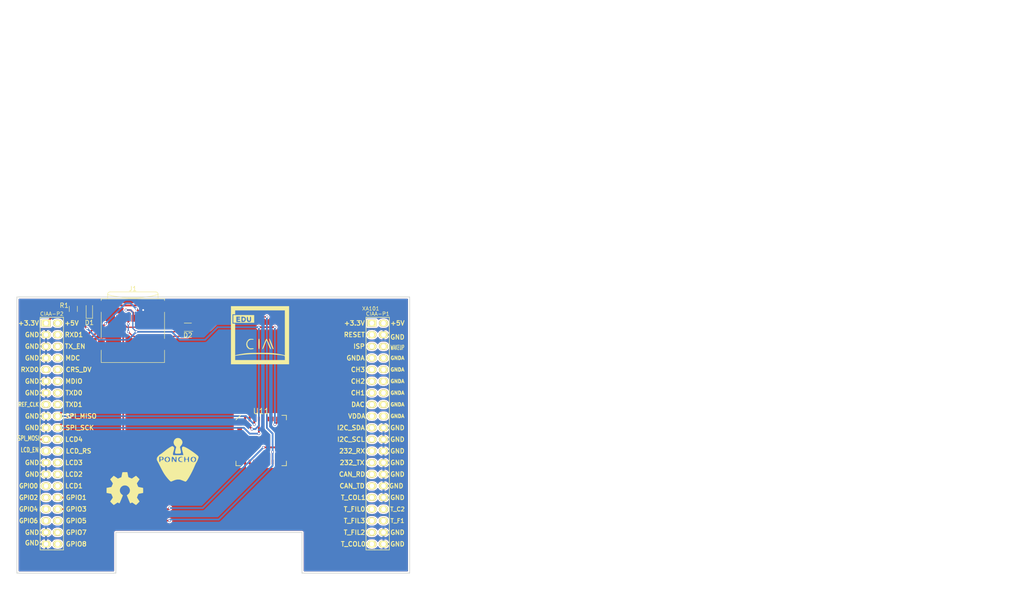
<source format=kicad_pcb>
(kicad_pcb (version 4) (host pcbnew 4.0.7-e2-6376~58~ubuntu14.04.1)

  (general
    (links 51)
    (no_connects 0)
    (area 56 15.774999 279.500001 145.750001)
    (thickness 1.6)
    (drawings 18)
    (tracks 128)
    (zones 0)
    (modules 9)
    (nets 84)
  )

  (page A4)
  (title_block
    (title "Poncho GPS datalogger")
    (date 2017-11-10)
    (rev 1.0)
    (company "Proyecto CIAA - COMPUTADORA INDUSTRIAL ABIERTA ARGENTINA")
    (comment 1 https://github.com/jocrespo/pcb_gps_poncho)
    (comment 2 "Licencia: doc/LICENCIA.txt")
    (comment 3 "Revisor: Victor Stalla")
    (comment 4 "Autor del poncho: Jorge Crespo Romero")
  )

  (layers
    (0 Top mixed)
    (31 Bottom mixed)
    (32 B.Adhes user)
    (33 F.Adhes user)
    (34 B.Paste user)
    (35 F.Paste user)
    (36 B.SilkS user)
    (37 F.SilkS user)
    (38 B.Mask user)
    (39 F.Mask user)
    (40 Dwgs.User user)
    (41 Cmts.User user)
    (42 Eco1.User user)
    (43 Eco2.User user)
    (44 Edge.Cuts user)
    (45 Margin user)
    (46 B.CrtYd user)
    (47 F.CrtYd user)
    (48 B.Fab user)
    (49 F.Fab user)
  )

  (setup
    (last_trace_width 0.381)
    (user_trace_width 0.254)
    (user_trace_width 0.6)
    (user_trace_width 0.6)
    (user_trace_width 0.8)
    (user_trace_width 1)
    (user_trace_width 1.016)
    (user_trace_width 1.27)
    (user_trace_width 2)
    (trace_clearance 0.2)
    (zone_clearance 0.3)
    (zone_45_only yes)
    (trace_min 0.2)
    (segment_width 0.2)
    (edge_width 0.15)
    (via_size 0.6)
    (via_drill 0.4)
    (via_min_size 0.4)
    (via_min_drill 0.3)
    (uvia_size 0.3)
    (uvia_drill 0.1)
    (uvias_allowed no)
    (uvia_min_size 0)
    (uvia_min_drill 0)
    (pcb_text_width 0.3)
    (pcb_text_size 1.5 1.5)
    (mod_edge_width 0.15)
    (mod_text_size 0.000001 0.000001)
    (mod_text_width 0.15)
    (pad_size 1.524 2)
    (pad_drill 1.016)
    (pad_to_mask_clearance 0.2)
    (aux_axis_origin 0 0)
    (visible_elements 7FFEFF7F)
    (pcbplotparams
      (layerselection 0x00020_80000000)
      (usegerberextensions false)
      (excludeedgelayer false)
      (linewidth 0.100000)
      (plotframeref false)
      (viasonmask false)
      (mode 1)
      (useauxorigin false)
      (hpglpennumber 1)
      (hpglpenspeed 20)
      (hpglpendiameter 15)
      (hpglpenoverlay 2)
      (psnegative false)
      (psa4output false)
      (plotreference true)
      (plotvalue false)
      (plotinvisibletext false)
      (padsonsilk false)
      (subtractmaskfromsilk false)
      (outputformat 1)
      (mirror false)
      (drillshape 0)
      (scaleselection 1)
      (outputdirectory ""))
  )

  (net 0 "")
  (net 1 +5V)
  (net 2 GND)
  (net 3 +3.3VP)
  (net 4 "Net-(U11-Pad2)")
  (net 5 "Net-(U11-Pad3)")
  (net 6 "Net-(U11-Pad4)")
  (net 7 "Net-(U11-Pad5)")
  (net 8 "Net-(U11-Pad8)")
  (net 9 "Net-(U11-Pad10)")
  (net 10 "Net-(U11-Pad11)")
  (net 11 "Net-(U11-Pad12)")
  (net 12 "Net-(U11-Pad13)")
  (net 13 "Net-(U11-Pad14)")
  (net 14 /SPI_MOSI)
  (net 15 "Net-(U11-Pad16)")
  (net 16 "Net-(U11-Pad17)")
  (net 17 "Net-(U11-Pad18)")
  (net 18 "Net-(U11-Pad19)")
  (net 19 "Net-(U11-Pad20)")
  (net 20 "Net-(U11-Pad22)")
  (net 21 "Net-(U11-Pad23)")
  (net 22 "Net-(U11-Pad24)")
  (net 23 "Net-(U11-Pad26)")
  (net 24 "Net-(U11-Pad27)")
  (net 25 "Net-(U11-Pad28)")
  (net 26 /SPI_CLK)
  (net 27 /SPI_MISO)
  (net 28 +3V3)
  (net 29 "Net-(XA101-Pad11)")
  (net 30 "Net-(XA101-Pad13)")
  (net 31 "Net-(XA101-Pad6)")
  (net 32 "Net-(XA101-Pad15)")
  (net 33 "Net-(XA101-Pad8)")
  (net 34 "Net-(XA101-Pad17)")
  (net 35 "Net-(XA101-Pad10)")
  (net 36 "Net-(XA101-Pad19)")
  (net 37 "Net-(XA101-Pad12)")
  (net 38 "Net-(XA101-Pad21)")
  (net 39 "Net-(XA101-Pad14)")
  (net 40 "Net-(XA101-Pad23)")
  (net 41 "Net-(XA101-Pad16)")
  (net 42 "Net-(XA101-Pad25)")
  (net 43 "Net-(XA101-Pad18)")
  (net 44 "Net-(XA101-Pad27)")
  (net 45 "Net-(XA101-Pad29)")
  (net 46 "Net-(XA101-Pad31)")
  (net 47 "Net-(XA101-Pad33)")
  (net 48 "Net-(XA101-Pad34)")
  (net 49 "Net-(XA101-Pad36)")
  (net 50 "Net-(XA101-Pad35)")
  (net 51 "Net-(XA101-Pad37)")
  (net 52 "Net-(XA101-Pad3)")
  (net 53 "Net-(XA101-Pad5)")
  (net 54 "Net-(XA101-Pad7)")
  (net 55 "Net-(XA101-Pad9)")
  (net 56 "Net-(XA101-Pad39)")
  (net 57 +5VP)
  (net 58 "Net-(XA101-Pad44)")
  (net 59 "Net-(XA101-Pad46)")
  (net 60 "Net-(XA101-Pad48)")
  (net 61 "Net-(XA101-Pad49)")
  (net 62 "Net-(XA101-Pad50)")
  (net 63 "Net-(XA101-Pad52)")
  (net 64 "Net-(XA101-Pad54)")
  (net 65 "Net-(XA101-Pad55)")
  (net 66 "Net-(XA101-Pad56)")
  (net 67 "Net-(XA101-Pad62)")
  (net 68 "Net-(XA101-Pad63)")
  (net 69 "Net-(XA101-Pad64)")
  (net 70 "Net-(XA101-Pad66)")
  (net 71 "Net-(XA101-Pad68)")
  (net 72 "Net-(XA101-Pad69)")
  (net 73 "Net-(XA101-Pad70)")
  (net 74 "Net-(XA101-Pad71)")
  (net 75 "Net-(XA101-Pad73)")
  (net 76 "Net-(XA101-Pad75)")
  (net 77 "Net-(XA101-Pad76)")
  (net 78 "Net-(XA101-Pad78)")
  (net 79 "Net-(XA101-Pad80)")
  (net 80 "Net-(D1-Pad2)")
  (net 81 "Net-(J1-Pad8)")
  (net 82 "Net-(J1-Pad1)")
  (net 83 /SD_CARD_CS)

  (net_class Default "This is the default net class."
    (clearance 0.2)
    (trace_width 0.381)
    (via_dia 0.6)
    (via_drill 0.4)
    (uvia_dia 0.3)
    (uvia_drill 0.1)
    (add_net +3.3VP)
    (add_net +3V3)
    (add_net +5V)
    (add_net +5VP)
    (add_net /SD_CARD_CS)
    (add_net /SPI_CLK)
    (add_net /SPI_MISO)
    (add_net /SPI_MOSI)
    (add_net GND)
    (add_net "Net-(D1-Pad2)")
    (add_net "Net-(J1-Pad1)")
    (add_net "Net-(J1-Pad8)")
    (add_net "Net-(U11-Pad10)")
    (add_net "Net-(U11-Pad11)")
    (add_net "Net-(U11-Pad12)")
    (add_net "Net-(U11-Pad13)")
    (add_net "Net-(U11-Pad14)")
    (add_net "Net-(U11-Pad16)")
    (add_net "Net-(U11-Pad17)")
    (add_net "Net-(U11-Pad18)")
    (add_net "Net-(U11-Pad19)")
    (add_net "Net-(U11-Pad2)")
    (add_net "Net-(U11-Pad20)")
    (add_net "Net-(U11-Pad22)")
    (add_net "Net-(U11-Pad23)")
    (add_net "Net-(U11-Pad24)")
    (add_net "Net-(U11-Pad26)")
    (add_net "Net-(U11-Pad27)")
    (add_net "Net-(U11-Pad28)")
    (add_net "Net-(U11-Pad3)")
    (add_net "Net-(U11-Pad4)")
    (add_net "Net-(U11-Pad5)")
    (add_net "Net-(U11-Pad8)")
    (add_net "Net-(XA101-Pad10)")
    (add_net "Net-(XA101-Pad11)")
    (add_net "Net-(XA101-Pad12)")
    (add_net "Net-(XA101-Pad13)")
    (add_net "Net-(XA101-Pad14)")
    (add_net "Net-(XA101-Pad15)")
    (add_net "Net-(XA101-Pad16)")
    (add_net "Net-(XA101-Pad17)")
    (add_net "Net-(XA101-Pad18)")
    (add_net "Net-(XA101-Pad19)")
    (add_net "Net-(XA101-Pad21)")
    (add_net "Net-(XA101-Pad23)")
    (add_net "Net-(XA101-Pad25)")
    (add_net "Net-(XA101-Pad27)")
    (add_net "Net-(XA101-Pad29)")
    (add_net "Net-(XA101-Pad3)")
    (add_net "Net-(XA101-Pad31)")
    (add_net "Net-(XA101-Pad33)")
    (add_net "Net-(XA101-Pad34)")
    (add_net "Net-(XA101-Pad35)")
    (add_net "Net-(XA101-Pad36)")
    (add_net "Net-(XA101-Pad37)")
    (add_net "Net-(XA101-Pad39)")
    (add_net "Net-(XA101-Pad44)")
    (add_net "Net-(XA101-Pad46)")
    (add_net "Net-(XA101-Pad48)")
    (add_net "Net-(XA101-Pad49)")
    (add_net "Net-(XA101-Pad5)")
    (add_net "Net-(XA101-Pad50)")
    (add_net "Net-(XA101-Pad52)")
    (add_net "Net-(XA101-Pad54)")
    (add_net "Net-(XA101-Pad55)")
    (add_net "Net-(XA101-Pad56)")
    (add_net "Net-(XA101-Pad6)")
    (add_net "Net-(XA101-Pad62)")
    (add_net "Net-(XA101-Pad63)")
    (add_net "Net-(XA101-Pad64)")
    (add_net "Net-(XA101-Pad66)")
    (add_net "Net-(XA101-Pad68)")
    (add_net "Net-(XA101-Pad69)")
    (add_net "Net-(XA101-Pad7)")
    (add_net "Net-(XA101-Pad70)")
    (add_net "Net-(XA101-Pad71)")
    (add_net "Net-(XA101-Pad73)")
    (add_net "Net-(XA101-Pad75)")
    (add_net "Net-(XA101-Pad76)")
    (add_net "Net-(XA101-Pad78)")
    (add_net "Net-(XA101-Pad8)")
    (add_net "Net-(XA101-Pad80)")
    (add_net "Net-(XA101-Pad9)")
  )

  (module footprint:se868A (layer Top) (tedit 0) (tstamp 59F87922)
    (at 113 112)
    (path /59EF70D0)
    (fp_text reference U11 (at 0 -6.4) (layer F.SilkS)
      (effects (font (size 1.2 1.2) (thickness 0.15)))
    )
    (fp_text value SE868K3-A (at 0 6.4) (layer F.Fab)
      (effects (font (size 1.2 1.2) (thickness 0.15)))
    )
    (fp_line (start -5.5 -4.5) (end -4.5 -5.5) (layer F.SilkS) (width 0.15))
    (fp_line (start 4.5 -5.5) (end 5.5 -5.5) (layer F.SilkS) (width 0.15))
    (fp_line (start 5.5 -5.5) (end 5.5 -4.5) (layer F.SilkS) (width 0.15))
    (fp_line (start -4.5 5.5) (end -5.5 5.5) (layer F.SilkS) (width 0.15))
    (fp_line (start -5.5 5.5) (end -5.5 4.5) (layer F.SilkS) (width 0.15))
    (fp_line (start 4.5 5.5) (end 5.5 5.5) (layer F.SilkS) (width 0.15))
    (fp_line (start 5.5 5.5) (end 5.5 4.5) (layer F.SilkS) (width 0.15))
    (fp_line (start -6 -6) (end 6 -6) (layer F.CrtYd) (width 0.15))
    (fp_line (start 6 -6) (end 6 6) (layer F.CrtYd) (width 0.15))
    (fp_line (start 6 6) (end -6 6) (layer F.CrtYd) (width 0.15))
    (fp_line (start -6 6) (end -6 -6) (layer F.CrtYd) (width 0.15))
    (pad 1 smd rect (at -4.7 -3.5 90) (size 0.45 1) (layers Top F.Paste F.Mask)
      (net 2 GND))
    (pad 2 smd rect (at -4.7 -2.5 90) (size 0.45 1) (layers Top F.Paste F.Mask)
      (net 4 "Net-(U11-Pad2)"))
    (pad 3 smd rect (at -4.7 -1.5 90) (size 0.45 1) (layers Top F.Paste F.Mask)
      (net 5 "Net-(U11-Pad3)"))
    (pad 4 smd rect (at -4.7 -0.5 90) (size 0.45 1) (layers Top F.Paste F.Mask)
      (net 6 "Net-(U11-Pad4)"))
    (pad 5 smd rect (at -4.7 0.5 90) (size 0.45 1) (layers Top F.Paste F.Mask)
      (net 7 "Net-(U11-Pad5)"))
    (pad 6 smd rect (at -4.7 1.5 90) (size 0.45 1) (layers Top F.Paste F.Mask)
      (net 2 GND))
    (pad 7 smd rect (at -4.7 2.5 90) (size 0.45 1) (layers Top F.Paste F.Mask)
      (net 2 GND))
    (pad 8 smd rect (at -4.7 3.5 90) (size 0.45 1) (layers Top F.Paste F.Mask)
      (net 8 "Net-(U11-Pad8)"))
    (pad 9 smd rect (at -3.5 4.7) (size 0.45 1) (layers Top F.Paste F.Mask)
      (net 2 GND))
    (pad 10 smd rect (at -2.5 4.7) (size 0.45 1) (layers Top F.Paste F.Mask)
      (net 9 "Net-(U11-Pad10)"))
    (pad 11 smd rect (at -1.5 4.7) (size 0.45 1) (layers Top F.Paste F.Mask)
      (net 10 "Net-(U11-Pad11)"))
    (pad 12 smd rect (at -0.5 4.7) (size 0.45 1) (layers Top F.Paste F.Mask)
      (net 11 "Net-(U11-Pad12)"))
    (pad 13 smd rect (at 0.5 4.7) (size 0.45 1) (layers Top F.Paste F.Mask)
      (net 12 "Net-(U11-Pad13)"))
    (pad 14 smd rect (at 1.5 4.7) (size 0.45 1) (layers Top F.Paste F.Mask)
      (net 13 "Net-(U11-Pad14)"))
    (pad 15 smd rect (at 2.5 4.7) (size 0.45 1) (layers Top F.Paste F.Mask)
      (net 14 /SPI_MOSI))
    (pad 16 smd rect (at 3.5 4.7) (size 0.45 1) (layers Top F.Paste F.Mask)
      (net 15 "Net-(U11-Pad16)"))
    (pad 17 smd rect (at 4.7 3.5 90) (size 0.45 1) (layers Top F.Paste F.Mask)
      (net 16 "Net-(U11-Pad17)"))
    (pad 18 smd rect (at 4.7 2.5 90) (size 0.45 1) (layers Top F.Paste F.Mask)
      (net 17 "Net-(U11-Pad18)"))
    (pad 19 smd rect (at 4.7 1.5 90) (size 0.45 1) (layers Top F.Paste F.Mask)
      (net 18 "Net-(U11-Pad19)"))
    (pad 20 smd rect (at 4.7 0.5 90) (size 0.45 1) (layers Top F.Paste F.Mask)
      (net 19 "Net-(U11-Pad20)"))
    (pad 21 smd rect (at 4.7 -0.5 90) (size 0.45 1) (layers Top F.Paste F.Mask)
      (net 2 GND))
    (pad 22 smd rect (at 4.7 -1.5 90) (size 0.45 1) (layers Top F.Paste F.Mask)
      (net 20 "Net-(U11-Pad22)"))
    (pad 23 smd rect (at 4.7 -2.5 90) (size 0.45 1) (layers Top F.Paste F.Mask)
      (net 21 "Net-(U11-Pad23)"))
    (pad 24 smd rect (at 4.7 -3.5 90) (size 0.45 1) (layers Top F.Paste F.Mask)
      (net 22 "Net-(U11-Pad24)"))
    (pad 25 smd rect (at 3.5 -4.7) (size 0.45 1) (layers Top F.Paste F.Mask)
      (net 3 +3.3VP))
    (pad 26 smd rect (at 2.5 -4.7) (size 0.45 1) (layers Top F.Paste F.Mask)
      (net 23 "Net-(U11-Pad26)"))
    (pad 27 smd rect (at 1.5 -4.7) (size 0.45 1) (layers Top F.Paste F.Mask)
      (net 24 "Net-(U11-Pad27)"))
    (pad 28 smd rect (at 0.5 -4.7) (size 0.45 1) (layers Top F.Paste F.Mask)
      (net 25 "Net-(U11-Pad28)"))
    (pad 29 smd rect (at -0.5 -4.7) (size 0.45 1) (layers Top F.Paste F.Mask)
      (net 26 /SPI_CLK))
    (pad 30 smd rect (at -1.5 -4.7) (size 0.45 1) (layers Top F.Paste F.Mask)
      (net 27 /SPI_MISO))
    (pad 31 smd rect (at -2.5 -4.7) (size 0.45 1) (layers Top F.Paste F.Mask)
      (net 2 GND))
    (pad 32 smd rect (at -3.5 -4.7) (size 0.45 1) (layers Top F.Paste F.Mask)
      (net 3 +3.3VP))
  )

  (module footprint:Conn_Poncho_SinBorde locked (layer Top) (tedit 59FB37FC) (tstamp 57A7DEE4)
    (at 137.16 86.36)
    (tags "CONN Poncho")
    (path /57A7A13C)
    (fp_text reference XA101 (at -0.254 -3.175) (layer F.SilkS)
      (effects (font (size 0.8 0.8) (thickness 0.12)))
    )
    (fp_text value Conn_Poncho2P_2x_20x2 (at -1.905 51.181) (layer F.SilkS) hide
      (effects (font (size 1.016 1.016) (thickness 0.2032)))
    )
    (fp_text user GPIO8 (at -64.516 48.26) (layer F.SilkS)
      (effects (font (size 1 1) (thickness 0.2)))
    )
    (fp_text user GPIO7 (at -64.516 45.72) (layer F.SilkS)
      (effects (font (size 1 1) (thickness 0.2)))
    )
    (fp_text user GPIO5 (at -64.516 43.18) (layer F.SilkS)
      (effects (font (size 1 1) (thickness 0.2)))
    )
    (fp_text user GPIO3 (at -64.516 40.64) (layer F.SilkS)
      (effects (font (size 1 1) (thickness 0.2)))
    )
    (fp_text user GPIO1 (at -64.516 38.1) (layer F.SilkS)
      (effects (font (size 1 1) (thickness 0.2)))
    )
    (fp_text user LCD1 (at -65.024 35.56) (layer F.SilkS)
      (effects (font (size 1 1) (thickness 0.2)))
    )
    (fp_text user LCD2 (at -65.024 33.02) (layer F.SilkS)
      (effects (font (size 1 1) (thickness 0.2)))
    )
    (fp_text user LCD3 (at -65.024 30.48) (layer F.SilkS)
      (effects (font (size 1 1) (thickness 0.2)))
    )
    (fp_text user LCD_RS (at -64.008 27.94) (layer F.SilkS)
      (effects (font (size 1 1) (thickness 0.2)))
    )
    (fp_text user LCD4 (at -65.024 25.4) (layer F.SilkS)
      (effects (font (size 1 1) (thickness 0.2)))
    )
    (fp_text user SPI_SCK (at -63.754 22.86) (layer F.SilkS)
      (effects (font (size 1 1) (thickness 0.2)))
    )
    (fp_text user SPI_MISO (at -63.5 20.32) (layer F.SilkS)
      (effects (font (size 1 1) (thickness 0.2)))
    )
    (fp_text user TXD1 (at -65.024 17.78) (layer F.SilkS)
      (effects (font (size 1 1) (thickness 0.2)))
    )
    (fp_text user TXD0 (at -65.024 15.24) (layer F.SilkS)
      (effects (font (size 1 1) (thickness 0.2)))
    )
    (fp_text user MDIO (at -65.024 12.7) (layer F.SilkS)
      (effects (font (size 1 1) (thickness 0.2)))
    )
    (fp_text user CRS_DV (at -64.008 10.16) (layer F.SilkS)
      (effects (font (size 1 1) (thickness 0.2)))
    )
    (fp_text user MDC (at -65.278 7.62) (layer F.SilkS)
      (effects (font (size 1 1) (thickness 0.2)))
    )
    (fp_text user TX_EN (at -64.77 5.08) (layer F.SilkS)
      (effects (font (size 1 1) (thickness 0.2)))
    )
    (fp_text user RXD1 (at -65.024 2.54) (layer F.SilkS)
      (effects (font (size 1 1) (thickness 0.2)))
    )
    (fp_text user +5V (at -65.532 0) (layer F.SilkS)
      (effects (font (size 1 1) (thickness 0.2)))
    )
    (fp_text user GND (at -74.168 48.006) (layer F.SilkS)
      (effects (font (size 1 1) (thickness 0.2)))
    )
    (fp_text user GND (at -74.168 45.72) (layer F.SilkS)
      (effects (font (size 1 1) (thickness 0.2)))
    )
    (fp_text user GPIO6 (at -74.93 43.18) (layer F.SilkS)
      (effects (font (size 1 0.9) (thickness 0.2)))
    )
    (fp_text user GPIO4 (at -74.93 40.64) (layer F.SilkS)
      (effects (font (size 1 0.9) (thickness 0.2)))
    )
    (fp_text user GPIO2 (at -74.93 38.1) (layer F.SilkS)
      (effects (font (size 1 0.9) (thickness 0.2)))
    )
    (fp_text user GPIO0 (at -74.93 35.56) (layer F.SilkS)
      (effects (font (size 1 0.9) (thickness 0.2)))
    )
    (fp_text user GND (at -74.168 33.02) (layer F.SilkS)
      (effects (font (size 1 1) (thickness 0.2)))
    )
    (fp_text user GND (at -74.168 30.48) (layer F.SilkS)
      (effects (font (size 1 1) (thickness 0.2)))
    )
    (fp_text user LCD_EN (at -74.676 27.686) (layer F.SilkS)
      (effects (font (size 1 0.7) (thickness 0.17)))
    )
    (fp_text user SPI_MOSI (at -74.93 25.146) (layer F.SilkS)
      (effects (font (size 1 0.7) (thickness 0.17)))
    )
    (fp_text user GND (at -74.168 22.86) (layer F.SilkS)
      (effects (font (size 1 1) (thickness 0.2)))
    )
    (fp_text user GND (at -74.168 20.32) (layer F.SilkS)
      (effects (font (size 1 1) (thickness 0.2)))
    )
    (fp_text user REF_CLK (at -74.93 17.78) (layer F.SilkS)
      (effects (font (size 0.9 0.7) (thickness 0.175)))
    )
    (fp_text user GND (at -74.168 15.24) (layer F.SilkS)
      (effects (font (size 1 1) (thickness 0.2)))
    )
    (fp_text user GND (at -74.168 12.7) (layer F.SilkS)
      (effects (font (size 1 1) (thickness 0.2)))
    )
    (fp_text user GND (at -74.168 7.62) (layer F.SilkS)
      (effects (font (size 1 1) (thickness 0.2)))
    )
    (fp_text user RXD0 (at -74.676 10.16) (layer F.SilkS)
      (effects (font (size 1 1) (thickness 0.2)))
    )
    (fp_text user GND (at -74.168 5.08) (layer F.SilkS)
      (effects (font (size 1 1) (thickness 0.2)))
    )
    (fp_text user GND (at -74.168 2.54) (layer F.SilkS)
      (effects (font (size 1 1) (thickness 0.2)))
    )
    (fp_text user +3.3V (at -74.93 0) (layer F.SilkS)
      (effects (font (size 1 1) (thickness 0.2)))
    )
    (fp_text user GND (at 5.588 48.26) (layer F.SilkS)
      (effects (font (size 1 1) (thickness 0.2)))
    )
    (fp_text user GND (at 5.588 45.72) (layer F.SilkS)
      (effects (font (size 1 1) (thickness 0.2)))
    )
    (fp_text user T_F1 (at 5.588 43.18) (layer F.SilkS)
      (effects (font (size 0.9 0.9) (thickness 0.18)))
    )
    (fp_text user T_C2 (at 5.588 40.64) (layer F.SilkS)
      (effects (font (size 0.9 0.9) (thickness 0.18)))
    )
    (fp_text user GND (at 5.588 38.1) (layer F.SilkS)
      (effects (font (size 1 1) (thickness 0.2)))
    )
    (fp_text user GND (at 5.334 35.56) (layer F.SilkS)
      (effects (font (size 1 1) (thickness 0.2)))
    )
    (fp_text user GND (at 5.588 33.02) (layer F.SilkS)
      (effects (font (size 1 1) (thickness 0.2)))
    )
    (fp_text user GND (at 5.588 30.48) (layer F.SilkS)
      (effects (font (size 1 1) (thickness 0.2)))
    )
    (fp_text user GND (at 5.588 27.94) (layer F.SilkS)
      (effects (font (size 1 1) (thickness 0.2)))
    )
    (fp_text user GND (at 5.588 25.4) (layer F.SilkS)
      (effects (font (size 1 1) (thickness 0.2)))
    )
    (fp_text user GND (at 5.588 22.86) (layer F.SilkS)
      (effects (font (size 1 1) (thickness 0.2)))
    )
    (fp_text user GNDA (at 5.588 20.32) (layer F.SilkS)
      (effects (font (size 0.76 0.76) (thickness 0.19)))
    )
    (fp_text user GNDA (at 5.588 17.78) (layer F.SilkS)
      (effects (font (size 0.76 0.76) (thickness 0.19)))
    )
    (fp_text user GNDA (at 5.588 15.24) (layer F.SilkS)
      (effects (font (size 0.76 0.76) (thickness 0.19)))
    )
    (fp_text user GNDA (at 5.588 12.7) (layer F.SilkS)
      (effects (font (size 0.76 0.76) (thickness 0.19)))
    )
    (fp_text user GNDA (at 5.588 10.16) (layer F.SilkS)
      (effects (font (size 0.76 0.76) (thickness 0.19)))
    )
    (fp_text user GNDA (at 5.588 7.62) (layer F.SilkS)
      (effects (font (size 0.76 0.76) (thickness 0.19)))
    )
    (fp_text user WAKEUP (at 5.588 5.334) (layer F.SilkS)
      (effects (font (size 1 0.5) (thickness 0.125)))
    )
    (fp_text user GND (at 5.588 3.048) (layer F.SilkS)
      (effects (font (size 1 1) (thickness 0.2)))
    )
    (fp_text user +5V (at 5.588 0) (layer F.SilkS)
      (effects (font (size 1 1) (thickness 0.2)))
    )
    (fp_text user T_COL0 (at -4.064 48.26) (layer F.SilkS)
      (effects (font (size 1 1) (thickness 0.2)))
    )
    (fp_text user T_FIL2 (at -3.81 45.72) (layer F.SilkS)
      (effects (font (size 1 1) (thickness 0.2)))
    )
    (fp_text user T_FIL3 (at -3.81 43.18) (layer F.SilkS)
      (effects (font (size 1 1) (thickness 0.2)))
    )
    (fp_text user T_FIL0 (at -3.81 40.64) (layer F.SilkS)
      (effects (font (size 1 1) (thickness 0.2)))
    )
    (fp_text user T_COL1 (at -4.064 38.1) (layer F.SilkS)
      (effects (font (size 1 1) (thickness 0.2)))
    )
    (fp_text user CAN_TD (at -4.318 35.56) (layer F.SilkS)
      (effects (font (size 1 1) (thickness 0.2)))
    )
    (fp_text user CAN_RD (at -4.318 33.02) (layer F.SilkS)
      (effects (font (size 1 1) (thickness 0.2)))
    )
    (fp_text user 232_TX (at -4.318 30.48) (layer F.SilkS)
      (effects (font (size 1 1) (thickness 0.2)))
    )
    (fp_text user 232_RX (at -4.318 27.94) (layer F.SilkS)
      (effects (font (size 1 1) (thickness 0.2)))
    )
    (fp_text user I2C_SCL (at -4.572 25.4) (layer F.SilkS)
      (effects (font (size 1 1) (thickness 0.2)))
    )
    (fp_text user I2C_SDA (at -4.572 22.86) (layer F.SilkS)
      (effects (font (size 1 1) (thickness 0.2)))
    )
    (fp_text user VDDA (at -3.302 20.32) (layer F.SilkS)
      (effects (font (size 1 1) (thickness 0.2)))
    )
    (fp_text user DAC (at -3.048 17.78) (layer F.SilkS)
      (effects (font (size 1 1) (thickness 0.2)))
    )
    (fp_text user CH1 (at -3.048 15.24) (layer F.SilkS)
      (effects (font (size 1 1) (thickness 0.2)))
    )
    (fp_text user CH2 (at -3.048 12.7) (layer F.SilkS)
      (effects (font (size 1 1) (thickness 0.2)))
    )
    (fp_text user CH3 (at -3.048 10.16) (layer F.SilkS)
      (effects (font (size 1 1) (thickness 0.2)))
    )
    (fp_text user GNDA (at -3.556 7.62) (layer F.SilkS)
      (effects (font (size 1 1) (thickness 0.2)))
    )
    (fp_text user ISP (at -2.794 5.08) (layer F.SilkS)
      (effects (font (size 1 1) (thickness 0.2)))
    )
    (fp_text user RESET (at -3.81 2.54) (layer F.SilkS)
      (effects (font (size 1 1) (thickness 0.2)))
    )
    (fp_text user CIAA-P2 (at -69.85 -2.032) (layer F.SilkS)
      (effects (font (size 0.8 0.8) (thickness 0.12)))
    )
    (fp_text user CIAA-P1 (at 1.27 -2.032) (layer F.SilkS)
      (effects (font (size 0.8 0.8) (thickness 0.12)))
    )
    (fp_text user +3.3V (at -3.81 0) (layer F.SilkS)
      (effects (font (size 1 1) (thickness 0.2)))
    )
    (fp_line (start -72.39 0) (end -72.39 -1.27) (layer F.SilkS) (width 0.15))
    (fp_line (start -72.39 -1.27) (end -67.31 -1.27) (layer F.SilkS) (width 0.15))
    (fp_line (start -67.31 -1.27) (end -67.31 49.53) (layer F.SilkS) (width 0.15))
    (fp_line (start -67.31 49.53) (end -72.39 49.53) (layer F.SilkS) (width 0.15))
    (fp_line (start -72.39 49.53) (end -72.39 0) (layer F.SilkS) (width 0.15))
    (fp_line (start -1.27 49.53) (end -1.27 -1.27) (layer F.SilkS) (width 0.15))
    (fp_line (start 3.81 49.53) (end 3.81 -1.27) (layer F.SilkS) (width 0.15))
    (fp_line (start 3.81 49.53) (end -1.27 49.53) (layer F.SilkS) (width 0.15))
    (fp_line (start 3.81 -1.27) (end -1.27 -1.27) (layer F.SilkS) (width 0.15))
    (pad 1 thru_hole rect (at 0 0 270) (size 1.524 2) (drill 1.016) (layers *.Cu *.Mask F.SilkS)
      (net 28 +3V3))
    (pad 2 thru_hole oval (at 2.54 0 270) (size 1.524 2) (drill 1.016) (layers *.Cu *.Mask F.SilkS)
      (net 1 +5V))
    (pad 11 thru_hole oval (at 0 12.7 270) (size 1.524 2) (drill 1.016) (layers *.Cu *.Mask F.SilkS)
      (net 29 "Net-(XA101-Pad11)"))
    (pad 4 thru_hole oval (at 2.54 2.54 270) (size 1.524 2) (drill 1.016) (layers *.Cu *.Mask F.SilkS)
      (net 2 GND))
    (pad 13 thru_hole oval (at 0 15.24 270) (size 1.524 2) (drill 1.016) (layers *.Cu *.Mask F.SilkS)
      (net 30 "Net-(XA101-Pad13)"))
    (pad 6 thru_hole oval (at 2.54 5.08 270) (size 1.524 2) (drill 1.016) (layers *.Cu *.Mask F.SilkS)
      (net 31 "Net-(XA101-Pad6)"))
    (pad 15 thru_hole oval (at 0 17.78 270) (size 1.524 2) (drill 1.016) (layers *.Cu *.Mask F.SilkS)
      (net 32 "Net-(XA101-Pad15)"))
    (pad 8 thru_hole oval (at 2.54 7.62 270) (size 1.524 2) (drill 1.016) (layers *.Cu *.Mask F.SilkS)
      (net 33 "Net-(XA101-Pad8)"))
    (pad 17 thru_hole oval (at 0 20.32 270) (size 1.524 2) (drill 1.016) (layers *.Cu *.Mask F.SilkS)
      (net 34 "Net-(XA101-Pad17)"))
    (pad 10 thru_hole oval (at 2.54 10.16 270) (size 1.524 2) (drill 1.016) (layers *.Cu *.Mask F.SilkS)
      (net 35 "Net-(XA101-Pad10)"))
    (pad 19 thru_hole oval (at 0 22.86 270) (size 1.524 2) (drill 1.016) (layers *.Cu *.Mask F.SilkS)
      (net 36 "Net-(XA101-Pad19)"))
    (pad 12 thru_hole oval (at 2.54 12.7 270) (size 1.524 2) (drill 1.016) (layers *.Cu *.Mask F.SilkS)
      (net 37 "Net-(XA101-Pad12)"))
    (pad 21 thru_hole oval (at 0 25.4 270) (size 1.524 2) (drill 1.016) (layers *.Cu *.Mask F.SilkS)
      (net 38 "Net-(XA101-Pad21)"))
    (pad 14 thru_hole oval (at 2.54 15.24 270) (size 1.524 2) (drill 1.016) (layers *.Cu *.Mask F.SilkS)
      (net 39 "Net-(XA101-Pad14)"))
    (pad 23 thru_hole oval (at 0 27.94 270) (size 1.524 2) (drill 1.016) (layers *.Cu *.Mask F.SilkS)
      (net 40 "Net-(XA101-Pad23)"))
    (pad 16 thru_hole oval (at 2.54 17.78 270) (size 1.524 2) (drill 1.016) (layers *.Cu *.Mask F.SilkS)
      (net 41 "Net-(XA101-Pad16)"))
    (pad 25 thru_hole oval (at 0 30.48 270) (size 1.524 2) (drill 1.016) (layers *.Cu *.Mask F.SilkS)
      (net 42 "Net-(XA101-Pad25)"))
    (pad 18 thru_hole oval (at 2.54 20.32 270) (size 1.524 2) (drill 1.016) (layers *.Cu *.Mask F.SilkS)
      (net 43 "Net-(XA101-Pad18)"))
    (pad 27 thru_hole oval (at 0 33.02 270) (size 1.524 2) (drill 1.016) (layers *.Cu *.Mask F.SilkS)
      (net 44 "Net-(XA101-Pad27)"))
    (pad 20 thru_hole oval (at 2.54 22.86 270) (size 1.524 2) (drill 1.016) (layers *.Cu *.Mask F.SilkS)
      (net 2 GND))
    (pad 29 thru_hole oval (at 0 35.56 270) (size 1.524 2) (drill 1.016) (layers *.Cu *.Mask F.SilkS)
      (net 45 "Net-(XA101-Pad29)"))
    (pad 22 thru_hole oval (at 2.54 25.4 270) (size 1.524 2) (drill 1.016) (layers *.Cu *.Mask F.SilkS)
      (net 2 GND))
    (pad 31 thru_hole oval (at 0 38.1 270) (size 1.524 2) (drill 1.016) (layers *.Cu *.Mask F.SilkS)
      (net 46 "Net-(XA101-Pad31)"))
    (pad 24 thru_hole oval (at 2.54 27.94 270) (size 1.524 2) (drill 1.016) (layers *.Cu *.Mask F.SilkS)
      (net 2 GND))
    (pad 26 thru_hole oval (at 2.54 30.48 270) (size 1.524 2) (drill 1.016) (layers *.Cu *.Mask F.SilkS)
      (net 2 GND))
    (pad 33 thru_hole oval (at 0 40.64 270) (size 1.524 2) (drill 1.016) (layers *.Cu *.Mask F.SilkS)
      (net 47 "Net-(XA101-Pad33)"))
    (pad 28 thru_hole oval (at 2.54 33.02 270) (size 1.524 2) (drill 1.016) (layers *.Cu *.Mask F.SilkS)
      (net 2 GND))
    (pad 32 thru_hole oval (at 2.54 38.1 270) (size 1.524 2) (drill 1.016) (layers *.Cu *.Mask F.SilkS)
      (net 2 GND))
    (pad 34 thru_hole oval (at 2.54 40.64 270) (size 1.524 2) (drill 1.016) (layers *.Cu *.Mask F.SilkS)
      (net 48 "Net-(XA101-Pad34)"))
    (pad 36 thru_hole oval (at 2.54 43.18 270) (size 1.524 2) (drill 1.016) (layers *.Cu *.Mask F.SilkS)
      (net 49 "Net-(XA101-Pad36)"))
    (pad 38 thru_hole oval (at 2.54 45.72 270) (size 1.524 2) (drill 1.016) (layers *.Cu *.Mask F.SilkS)
      (net 2 GND))
    (pad 35 thru_hole oval (at 0 43.18 270) (size 1.524 2) (drill 1.016) (layers *.Cu *.Mask F.SilkS)
      (net 50 "Net-(XA101-Pad35)"))
    (pad 37 thru_hole oval (at 0 45.72 270) (size 1.524 2) (drill 1.016) (layers *.Cu *.Mask F.SilkS)
      (net 51 "Net-(XA101-Pad37)"))
    (pad 3 thru_hole oval (at 0 2.54 270) (size 1.524 2) (drill 1.016) (layers *.Cu *.Mask F.SilkS)
      (net 52 "Net-(XA101-Pad3)"))
    (pad 5 thru_hole oval (at 0 5.08 270) (size 1.524 2) (drill 1.016) (layers *.Cu *.Mask F.SilkS)
      (net 53 "Net-(XA101-Pad5)"))
    (pad 7 thru_hole oval (at 0 7.62 270) (size 1.524 2) (drill 1.016) (layers *.Cu *.Mask F.SilkS)
      (net 54 "Net-(XA101-Pad7)"))
    (pad 9 thru_hole oval (at 0 10.16 270) (size 1.524 2) (drill 1.016) (layers *.Cu *.Mask F.SilkS)
      (net 55 "Net-(XA101-Pad9)"))
    (pad 39 thru_hole oval (at 0 48.26 270) (size 1.524 2) (drill 1.016) (layers *.Cu *.Mask F.SilkS)
      (net 56 "Net-(XA101-Pad39)"))
    (pad 40 thru_hole oval (at 2.54 48.26 270) (size 1.524 2) (drill 1.016) (layers *.Cu *.Mask F.SilkS)
      (net 2 GND))
    (pad 30 thru_hole oval (at 2.54 35.56 270) (size 1.524 2) (drill 1.016) (layers *.Cu *.Mask F.SilkS)
      (net 2 GND))
    (pad 41 thru_hole rect (at -71.12 0 270) (size 1.524 2) (drill 1.016) (layers *.Cu *.Mask F.SilkS)
      (net 3 +3.3VP))
    (pad 42 thru_hole oval (at -68.58 0 270) (size 1.524 2) (drill 1.016) (layers *.Cu *.Mask F.SilkS)
      (net 57 +5VP))
    (pad 43 thru_hole oval (at -71.12 2.54 270) (size 1.524 2) (drill 1.016) (layers *.Cu *.Mask F.SilkS)
      (net 2 GND))
    (pad 44 thru_hole oval (at -68.58 2.54 270) (size 1.524 2) (drill 1.016) (layers *.Cu *.Mask F.SilkS)
      (net 58 "Net-(XA101-Pad44)"))
    (pad 45 thru_hole oval (at -71.12 5.08 270) (size 1.524 2) (drill 1.016) (layers *.Cu *.Mask F.SilkS)
      (net 2 GND))
    (pad 46 thru_hole oval (at -68.58 5.08 270) (size 1.524 2) (drill 1.016) (layers *.Cu *.Mask F.SilkS)
      (net 59 "Net-(XA101-Pad46)"))
    (pad 47 thru_hole oval (at -71.12 7.62 270) (size 1.524 2) (drill 1.016) (layers *.Cu *.Mask F.SilkS)
      (net 2 GND))
    (pad 48 thru_hole oval (at -68.58 7.62 270) (size 1.524 2) (drill 1.016) (layers *.Cu *.Mask F.SilkS)
      (net 60 "Net-(XA101-Pad48)"))
    (pad 49 thru_hole oval (at -71.12 10.16 270) (size 1.524 2) (drill 1.016) (layers *.Cu *.Mask F.SilkS)
      (net 61 "Net-(XA101-Pad49)"))
    (pad 50 thru_hole oval (at -68.58 10.16 270) (size 1.524 2) (drill 1.016) (layers *.Cu *.Mask F.SilkS)
      (net 62 "Net-(XA101-Pad50)"))
    (pad 51 thru_hole oval (at -71.12 12.7 270) (size 1.524 2) (drill 1.016) (layers *.Cu *.Mask F.SilkS)
      (net 2 GND))
    (pad 52 thru_hole oval (at -68.58 12.7 270) (size 1.524 2) (drill 1.016) (layers *.Cu *.Mask F.SilkS)
      (net 63 "Net-(XA101-Pad52)"))
    (pad 53 thru_hole oval (at -71.12 15.24 270) (size 1.524 2) (drill 1.016) (layers *.Cu *.Mask F.SilkS)
      (net 2 GND))
    (pad 54 thru_hole oval (at -68.58 15.24 270) (size 1.524 2) (drill 1.016) (layers *.Cu *.Mask F.SilkS)
      (net 64 "Net-(XA101-Pad54)"))
    (pad 55 thru_hole oval (at -71.12 17.78 270) (size 1.524 2) (drill 1.016) (layers *.Cu *.Mask F.SilkS)
      (net 65 "Net-(XA101-Pad55)"))
    (pad 56 thru_hole oval (at -68.58 17.78 270) (size 1.524 2) (drill 1.016) (layers *.Cu *.Mask F.SilkS)
      (net 66 "Net-(XA101-Pad56)"))
    (pad 57 thru_hole oval (at -71.12 20.32 270) (size 1.524 2) (drill 1.016) (layers *.Cu *.Mask F.SilkS)
      (net 2 GND))
    (pad 58 thru_hole oval (at -68.58 20.32 270) (size 1.524 2) (drill 1.016) (layers *.Cu *.Mask F.SilkS)
      (net 27 /SPI_MISO))
    (pad 59 thru_hole oval (at -71.12 22.86 270) (size 1.524 2) (drill 1.016) (layers *.Cu *.Mask F.SilkS)
      (net 2 GND))
    (pad 60 thru_hole oval (at -68.58 22.86 270) (size 1.524 2) (drill 1.016) (layers *.Cu *.Mask F.SilkS)
      (net 26 /SPI_CLK))
    (pad 61 thru_hole oval (at -71.12 25.4 270) (size 1.524 2) (drill 1.016) (layers *.Cu *.Mask F.SilkS)
      (net 14 /SPI_MOSI))
    (pad 62 thru_hole oval (at -68.58 25.4 270) (size 1.524 2) (drill 1.016) (layers *.Cu *.Mask F.SilkS)
      (net 67 "Net-(XA101-Pad62)"))
    (pad 63 thru_hole oval (at -71.12 27.94 270) (size 1.524 2) (drill 1.016) (layers *.Cu *.Mask F.SilkS)
      (net 68 "Net-(XA101-Pad63)"))
    (pad 64 thru_hole oval (at -68.58 27.94 270) (size 1.524 2) (drill 1.016) (layers *.Cu *.Mask F.SilkS)
      (net 69 "Net-(XA101-Pad64)"))
    (pad 65 thru_hole oval (at -71.12 30.48 270) (size 1.524 2) (drill 1.016) (layers *.Cu *.Mask F.SilkS)
      (net 2 GND))
    (pad 66 thru_hole oval (at -68.58 30.48 270) (size 1.524 2) (drill 1.016) (layers *.Cu *.Mask F.SilkS)
      (net 70 "Net-(XA101-Pad66)"))
    (pad 67 thru_hole oval (at -71.12 33.02 270) (size 1.524 2) (drill 1.016) (layers *.Cu *.Mask F.SilkS)
      (net 2 GND))
    (pad 68 thru_hole oval (at -68.58 33.02 270) (size 1.524 2) (drill 1.016) (layers *.Cu *.Mask F.SilkS)
      (net 71 "Net-(XA101-Pad68)"))
    (pad 69 thru_hole oval (at -71.12 35.56 270) (size 1.524 2) (drill 1.016) (layers *.Cu *.Mask F.SilkS)
      (net 72 "Net-(XA101-Pad69)"))
    (pad 70 thru_hole oval (at -68.58 35.56 270) (size 1.524 2) (drill 1.016) (layers *.Cu *.Mask F.SilkS)
      (net 73 "Net-(XA101-Pad70)"))
    (pad 71 thru_hole oval (at -71.12 38.1 270) (size 1.524 2) (drill 1.016) (layers *.Cu *.Mask F.SilkS)
      (net 74 "Net-(XA101-Pad71)"))
    (pad 72 thru_hole oval (at -68.58 38.1 270) (size 1.524 2) (drill 1.016) (layers *.Cu *.Mask F.SilkS)
      (net 83 /SD_CARD_CS))
    (pad 73 thru_hole oval (at -71.12 40.64 270) (size 1.524 2) (drill 1.016) (layers *.Cu *.Mask F.SilkS)
      (net 75 "Net-(XA101-Pad73)"))
    (pad 74 thru_hole oval (at -68.58 40.64 270) (size 1.524 2) (drill 1.016) (layers *.Cu *.Mask F.SilkS)
      (net 18 "Net-(U11-Pad19)"))
    (pad 75 thru_hole oval (at -71.12 43.18 270) (size 1.524 2) (drill 1.016) (layers *.Cu *.Mask F.SilkS)
      (net 76 "Net-(XA101-Pad75)"))
    (pad 76 thru_hole oval (at -68.58 43.18 270) (size 1.524 2) (drill 1.016) (layers *.Cu *.Mask F.SilkS)
      (net 77 "Net-(XA101-Pad76)"))
    (pad 77 thru_hole oval (at -71.12 45.72 270) (size 1.524 2) (drill 1.016) (layers *.Cu *.Mask F.SilkS)
      (net 2 GND))
    (pad 78 thru_hole oval (at -68.58 45.72 270) (size 1.524 2) (drill 1.016) (layers *.Cu *.Mask F.SilkS)
      (net 78 "Net-(XA101-Pad78)"))
    (pad 79 thru_hole oval (at -71.12 48.26 270) (size 1.524 2) (drill 1.016) (layers *.Cu *.Mask F.SilkS)
      (net 2 GND))
    (pad 80 thru_hole oval (at -68.58 48.26 270) (size 1.524 2) (drill 1.016) (layers *.Cu *.Mask F.SilkS)
      (net 79 "Net-(XA101-Pad80)"))
    (model ${KIPRJMOD}/footprint.3dshapes/pin_strip_20x2.wrl
      (at (xyz 0.05 -0.95 -0.063))
      (scale (xyz 1 1 1))
      (rotate (xyz 180 0 90))
    )
    (model ${KIPRJMOD}/footprint.3dshapes/pin_strip_20x2.wrl
      (at (xyz -2.75 -0.95 -0.063))
      (scale (xyz 1 1 1))
      (rotate (xyz 180 0 90))
    )
  )

  (module footprint:Logo_EDU-CIAA (layer Top) (tedit 560D8BDB) (tstamp 57A7E3E8)
    (at 112.75 89)
    (fp_text reference G*** (at 0 7.112) (layer F.SilkS) hide
      (effects (font (thickness 0.3048)))
    )
    (fp_text value Logo_EDU-CIAA (at 0.06 -7.8) (layer F.SilkS) hide
      (effects (font (thickness 0.3048)))
    )
    (fp_poly (pts (xy 6.35 6.35) (xy 5.42036 6.35) (xy 5.42036 4.8006) (xy 5.41782 4.7371)
      (xy 5.41782 4.39674) (xy 5.41782 -0.51054) (xy 5.41782 -5.42036) (xy 0 -5.42036)
      (xy -5.42036 -5.42036) (xy -5.42036 -4.99618) (xy -5.42036 -4.572) (xy -5.715 -4.572)
      (xy -6.01218 -4.572) (xy -6.01218 -3.556) (xy -6.01218 -2.54) (xy -5.715 -2.54)
      (xy -5.42036 -2.54) (xy -5.42036 0.9271) (xy -5.42036 4.39674) (xy -5.21462 4.318)
      (xy -5.05968 4.27736) (xy -4.77266 4.21894) (xy -4.39166 4.14782) (xy -3.95224 4.07162)
      (xy -3.7973 4.04622) (xy -3.42392 3.9878) (xy -3.08102 3.94462) (xy -2.74066 3.90906)
      (xy -2.3749 3.88366) (xy -1.9558 3.86842) (xy -1.45542 3.85826) (xy -0.84582 3.85318)
      (xy -0.09652 3.85064) (xy 0 3.85064) (xy 0.76454 3.85318) (xy 1.38938 3.85826)
      (xy 1.90246 3.86588) (xy 2.32918 3.88366) (xy 2.70002 3.90652) (xy 3.04038 3.93954)
      (xy 3.38074 3.98272) (xy 3.74904 4.0386) (xy 3.79476 4.04622) (xy 4.24434 4.12242)
      (xy 4.65074 4.19608) (xy 4.97332 4.25958) (xy 5.17652 4.30784) (xy 5.21208 4.318)
      (xy 5.41782 4.39674) (xy 5.41782 4.7371) (xy 5.41528 4.67614) (xy 5.38226 4.5847)
      (xy 5.29844 4.51612) (xy 5.14604 4.46278) (xy 4.90474 4.41706) (xy 4.55168 4.37134)
      (xy 4.06654 4.31546) (xy 3.59664 4.26466) (xy 2.9464 4.2037) (xy 2.20218 4.16052)
      (xy 1.3462 4.13258) (xy 0.35052 4.12242) (xy 0 4.11988) (xy -0.89154 4.12496)
      (xy -1.65608 4.13766) (xy -2.33426 4.1656) (xy -2.96672 4.20624) (xy -3.59664 4.2672)
      (xy -4.26466 4.34594) (xy -4.7625 4.41452) (xy -5.42036 4.50596) (xy -5.42036 4.96062)
      (xy -5.42036 5.41782) (xy 0 5.41782) (xy 5.41782 5.41782) (xy 5.41782 4.96062)
      (xy 5.42036 4.8006) (xy 5.42036 6.35) (xy 0 6.35) (xy -6.35 6.35)
      (xy -6.35 0) (xy -6.35 -6.35) (xy 0 -6.35) (xy 6.35 -6.35)
      (xy 6.35 0) (xy 6.35 6.35) (xy 6.35 6.35)) (layer F.SilkS) (width 0.00254))
    (fp_poly (pts (xy -1.36398 2.94894) (xy -1.41986 2.99212) (xy -1.58242 3.04292) (xy -1.83134 3.07848)
      (xy -2.08534 3.08864) (xy -2.24028 3.0734) (xy -2.59334 2.89814) (xy -2.84734 2.5908)
      (xy -2.921 2.43586) (xy -3.01752 1.98628) (xy -2.94894 1.55956) (xy -2.71526 1.16586)
      (xy -2.667 1.11252) (xy -2.49174 0.93726) (xy -2.33426 0.84582) (xy -2.12344 0.81026)
      (xy -1.90246 0.80518) (xy -1.57988 0.82296) (xy -1.40462 0.8763) (xy -1.37922 0.90932)
      (xy -1.40208 0.97028) (xy -1.55194 0.98298) (xy -1.70942 0.96774) (xy -2.08788 0.9906)
      (xy -2.39776 1.143) (xy -2.6289 1.39192) (xy -2.75844 1.70434) (xy -2.77876 2.04978)
      (xy -2.67462 2.39522) (xy -2.4765 2.66446) (xy -2.31902 2.80162) (xy -2.159 2.86258)
      (xy -1.9304 2.86766) (xy -1.80086 2.8575) (xy -1.51892 2.84988) (xy -1.36906 2.8829)
      (xy -1.36398 2.94894) (xy -1.36398 2.94894)) (layer F.SilkS) (width 0.00254))
    (fp_poly (pts (xy -0.08636 1.905) (xy -0.0889 2.37236) (xy -0.09906 2.69494) (xy -0.11938 2.90068)
      (xy -0.14986 3.00736) (xy -0.19812 3.04546) (xy -0.21336 3.048) (xy -0.26416 3.0226)
      (xy -0.29972 2.9337) (xy -0.32258 2.7559) (xy -0.33528 2.4638) (xy -0.34036 2.032)
      (xy -0.34036 1.905) (xy -0.33782 1.4351) (xy -0.32766 1.11252) (xy -0.30734 0.90678)
      (xy -0.27432 0.8001) (xy -0.22606 0.762) (xy -0.21336 0.762) (xy -0.16002 0.78486)
      (xy -0.12446 0.87376) (xy -0.1016 1.05156) (xy -0.09144 1.34366) (xy -0.08636 1.77546)
      (xy -0.08636 1.905) (xy -0.08636 1.905)) (layer F.SilkS) (width 0.00254))
    (fp_poly (pts (xy 2.40284 3.0353) (xy 2.30378 3.05308) (xy 2.17678 2.90322) (xy 2.02184 2.59334)
      (xy 1.83642 2.1209) (xy 1.80848 2.03708) (xy 1.6764 1.67132) (xy 1.5621 1.3716)
      (xy 1.47828 1.17094) (xy 1.43764 1.09982) (xy 1.39446 1.17602) (xy 1.3081 1.37922)
      (xy 1.19126 1.68148) (xy 1.05664 2.04978) (xy 1.05664 2.05232) (xy 0.87884 2.52222)
      (xy 0.7366 2.83464) (xy 0.62484 2.99974) (xy 0.57404 3.03022) (xy 0.50546 3.02514)
      (xy 0.49276 2.9591) (xy 0.53848 2.79654) (xy 0.64516 2.52222) (xy 0.78994 2.15646)
      (xy 0.9525 1.7272) (xy 1.08458 1.3716) (xy 1.2319 1.016) (xy 1.35128 0.82296)
      (xy 1.4351 0.77978) (xy 1.4986 0.86106) (xy 1.60782 1.06172) (xy 1.74752 1.35382)
      (xy 1.90246 1.69926) (xy 2.05994 2.06502) (xy 2.20472 2.41554) (xy 2.31902 2.71526)
      (xy 2.39014 2.9337) (xy 2.40284 3.0353) (xy 2.40284 3.0353)) (layer F.SilkS) (width 0.00254))
    (fp_poly (pts (xy 2.96164 2.98704) (xy 2.8956 3.04292) (xy 2.85242 3.048) (xy 2.78384 2.9718)
      (xy 2.67208 2.75844) (xy 2.52984 2.43586) (xy 2.36982 2.02946) (xy 2.3368 1.94056)
      (xy 2.15138 1.41478) (xy 2.03708 1.0414) (xy 1.99136 0.81788) (xy 2.01676 0.74422)
      (xy 2.10566 0.80772) (xy 2.159 0.91186) (xy 2.25552 1.13284) (xy 2.38252 1.44272)
      (xy 2.52476 1.79578) (xy 2.66954 2.16154) (xy 2.79654 2.49936) (xy 2.89814 2.77622)
      (xy 2.95402 2.94894) (xy 2.96164 2.98704) (xy 2.96164 2.98704)) (layer F.SilkS) (width 0.00254))
    (fp_poly (pts (xy -1.27 -2.71018) (xy -1.94818 -2.71018) (xy -1.94818 -3.57378) (xy -1.95834 -3.86334)
      (xy -1.99644 -4.01574) (xy -2.06756 -4.064) (xy -2.07518 -4.064) (xy -2.15138 -4.02336)
      (xy -2.19202 -3.87858) (xy -2.20218 -3.59664) (xy -2.20218 -3.5941) (xy -2.20726 -3.32486)
      (xy -2.2352 -3.1877) (xy -2.2987 -3.14452) (xy -2.39268 -3.1496) (xy -2.50698 -3.1877)
      (xy -2.57048 -3.2893) (xy -2.60096 -3.49758) (xy -2.60858 -3.6195) (xy -2.6416 -3.90398)
      (xy -2.70002 -4.04114) (xy -2.75844 -4.064) (xy -2.82956 -3.99034) (xy -2.8702 -3.80238)
      (xy -2.8829 -3.55092) (xy -2.86258 -3.29438) (xy -2.80924 -3.08102) (xy -2.79146 -3.04292)
      (xy -2.64668 -2.92608) (xy -2.41808 -2.87782) (xy -2.18694 -2.90576) (xy -2.04978 -2.98196)
      (xy -1.9939 -3.11658) (xy -1.95834 -3.36042) (xy -1.94818 -3.57378) (xy -1.94818 -2.71018)
      (xy -3.0861 -2.71018) (xy -3.0861 -3.42138) (xy -3.09372 -3.64744) (xy -3.20548 -3.88874)
      (xy -3.429 -4.0259) (xy -3.76428 -4.064) (xy -4.064 -4.064) (xy -4.064 -3.47218)
      (xy -4.064 -2.88036) (xy -3.7465 -2.88036) (xy -3.51536 -2.89814) (xy -3.3528 -2.93624)
      (xy -3.33756 -2.94386) (xy -3.17246 -3.14198) (xy -3.0861 -3.42138) (xy -3.0861 -2.71018)
      (xy -3.556 -2.71018) (xy -4.23418 -2.71018) (xy -4.23418 -3.00736) (xy -4.29006 -3.09626)
      (xy -4.47548 -3.13182) (xy -4.572 -3.13436) (xy -4.80822 -3.15468) (xy -4.90474 -3.22326)
      (xy -4.91236 -3.26136) (xy -4.84886 -3.35534) (xy -4.64312 -3.38836) (xy -4.61518 -3.38836)
      (xy -4.39674 -3.4163) (xy -4.32054 -3.50266) (xy -4.318 -3.51536) (xy -4.38404 -3.60934)
      (xy -4.58978 -3.64236) (xy -4.61518 -3.64236) (xy -4.81076 -3.66268) (xy -4.90982 -3.71602)
      (xy -4.91236 -3.72618) (xy -4.8387 -3.78206) (xy -4.65328 -3.81) (xy -4.61518 -3.81)
      (xy -4.39674 -3.83794) (xy -4.32054 -3.92684) (xy -4.318 -3.937) (xy -4.36372 -4.01828)
      (xy -4.5212 -4.05638) (xy -4.74218 -4.064) (xy -5.16636 -4.064) (xy -5.16636 -3.47218)
      (xy -5.16636 -2.88036) (xy -4.699 -2.88036) (xy -4.4196 -2.89052) (xy -4.27482 -2.93116)
      (xy -4.23418 -3.00736) (xy -4.23418 -2.71018) (xy -5.842 -2.71018) (xy -5.842 -3.556)
      (xy -5.842 -4.40436) (xy -3.556 -4.40436) (xy -1.27 -4.40436) (xy -1.27 -3.556)
      (xy -1.27 -2.71018) (xy -1.27 -2.71018)) (layer F.SilkS) (width 0.00254))
    (fp_poly (pts (xy -3.33756 -3.59918) (xy -3.34264 -3.35788) (xy -3.46964 -3.1877) (xy -3.65252 -3.13436)
      (xy -3.75666 -3.16738) (xy -3.80238 -3.29184) (xy -3.81 -3.47218) (xy -3.79984 -3.69062)
      (xy -3.74396 -3.78714) (xy -3.61696 -3.81) (xy -3.60172 -3.81) (xy -3.42138 -3.7592)
      (xy -3.33756 -3.59918) (xy -3.33756 -3.59918)) (layer F.SilkS) (width 0.00254))
  )

  (module footprint:Logo_OSHWA (layer Top) (tedit 560D8B85) (tstamp 57A7E3F7)
    (at 83.25 122.5)
    (fp_text reference G101 (at 0 4.2418) (layer F.SilkS) hide
      (effects (font (size 0.7112 0.4572) (thickness 0.1143)))
    )
    (fp_text value Logo_OSHWA (at 0 -4.2418) (layer F.SilkS) hide
      (effects (font (size 0.36322 0.36322) (thickness 0.07112)))
    )
    (fp_poly (pts (xy -2.42316 3.59156) (xy -2.38252 3.57124) (xy -2.28854 3.51282) (xy -2.15392 3.42392)
      (xy -1.99644 3.31978) (xy -1.83896 3.21056) (xy -1.70942 3.1242) (xy -1.61798 3.06578)
      (xy -1.57988 3.04546) (xy -1.55956 3.05054) (xy -1.48336 3.08864) (xy -1.37414 3.14452)
      (xy -1.31064 3.17754) (xy -1.21158 3.22072) (xy -1.16078 3.23088) (xy -1.15316 3.21564)
      (xy -1.11506 3.13944) (xy -1.05918 3.00736) (xy -0.98298 2.83464) (xy -0.89662 2.63144)
      (xy -0.80264 2.413) (xy -0.7112 2.18948) (xy -0.6223 1.97612) (xy -0.54356 1.78562)
      (xy -0.48006 1.63068) (xy -0.43942 1.52146) (xy -0.42418 1.47574) (xy -0.42926 1.46558)
      (xy -0.48006 1.41732) (xy -0.56642 1.35128) (xy -0.75692 1.19634) (xy -0.94234 0.96266)
      (xy -1.05664 0.6985) (xy -1.09474 0.40386) (xy -1.06172 0.13208) (xy -0.95504 -0.12954)
      (xy -0.77216 -0.36576) (xy -0.55118 -0.54102) (xy -0.2921 -0.65278) (xy 0 -0.68834)
      (xy 0.2794 -0.65786) (xy 0.5461 -0.55118) (xy 0.78232 -0.37084) (xy 0.88138 -0.25654)
      (xy 1.01854 -0.01778) (xy 1.09728 0.23876) (xy 1.1049 0.30226) (xy 1.09474 0.5842)
      (xy 1.01092 0.85344) (xy 0.8636 1.09474) (xy 0.65786 1.29032) (xy 0.62992 1.31064)
      (xy 0.53594 1.38176) (xy 0.47244 1.43002) (xy 0.42164 1.47066) (xy 0.77978 2.33172)
      (xy 0.83566 2.46888) (xy 0.93472 2.7051) (xy 1.02108 2.9083) (xy 1.08966 3.06832)
      (xy 1.13792 3.17754) (xy 1.15824 3.22072) (xy 1.16078 3.22326) (xy 1.19126 3.22834)
      (xy 1.2573 3.20294) (xy 1.37668 3.14452) (xy 1.45796 3.10388) (xy 1.5494 3.0607)
      (xy 1.59004 3.04546) (xy 1.6256 3.06324) (xy 1.71196 3.12166) (xy 1.8415 3.20548)
      (xy 1.9939 3.30962) (xy 2.14122 3.41122) (xy 2.27584 3.50012) (xy 2.3749 3.56108)
      (xy 2.42316 3.58902) (xy 2.43078 3.58902) (xy 2.47142 3.56362) (xy 2.55016 3.50012)
      (xy 2.667 3.38836) (xy 2.8321 3.2258) (xy 2.8575 3.2004) (xy 2.99466 3.0607)
      (xy 3.10642 2.94386) (xy 3.18008 2.86258) (xy 3.20548 2.82448) (xy 3.20548 2.82448)
      (xy 3.18262 2.77622) (xy 3.11912 2.6797) (xy 3.03022 2.54254) (xy 2.921 2.38252)
      (xy 2.63652 1.9685) (xy 2.794 1.57734) (xy 2.84226 1.45796) (xy 2.90322 1.31318)
      (xy 2.9464 1.20904) (xy 2.9718 1.16332) (xy 3.01244 1.14808) (xy 3.12166 1.12268)
      (xy 3.2766 1.08966) (xy 3.45948 1.05664) (xy 3.63728 1.02362) (xy 3.7973 0.99314)
      (xy 3.9116 0.97028) (xy 3.9624 0.96012) (xy 3.9751 0.9525) (xy 3.98526 0.9271)
      (xy 3.99288 0.87376) (xy 3.99542 0.77724) (xy 3.99796 0.62484) (xy 3.99796 0.40386)
      (xy 3.99796 0.381) (xy 3.99542 0.17018) (xy 3.99288 0.00254) (xy 3.9878 -0.10668)
      (xy 3.98018 -0.14986) (xy 3.98018 -0.14986) (xy 3.92938 -0.16256) (xy 3.81762 -0.18542)
      (xy 3.6576 -0.21844) (xy 3.4671 -0.254) (xy 3.45694 -0.25654) (xy 3.26644 -0.2921)
      (xy 3.10896 -0.32512) (xy 2.9972 -0.35052) (xy 2.95148 -0.36576) (xy 2.94132 -0.37846)
      (xy 2.90322 -0.45212) (xy 2.84734 -0.56896) (xy 2.78638 -0.71374) (xy 2.72288 -0.86106)
      (xy 2.66954 -0.99568) (xy 2.63398 -1.09474) (xy 2.62382 -1.14046) (xy 2.62382 -1.14046)
      (xy 2.65176 -1.18618) (xy 2.7178 -1.28524) (xy 2.80924 -1.41986) (xy 2.921 -1.58242)
      (xy 2.92862 -1.59512) (xy 3.03784 -1.75514) (xy 3.12674 -1.88976) (xy 3.18516 -1.98628)
      (xy 3.20548 -2.02946) (xy 3.20548 -2.032) (xy 3.16992 -2.08026) (xy 3.08864 -2.16916)
      (xy 2.9718 -2.29108) (xy 2.8321 -2.43332) (xy 2.78638 -2.4765) (xy 2.63144 -2.6289)
      (xy 2.52476 -2.72796) (xy 2.45618 -2.7813) (xy 2.42316 -2.794) (xy 2.42316 -2.79146)
      (xy 2.3749 -2.76352) (xy 2.2733 -2.69748) (xy 2.13614 -2.6035) (xy 1.97358 -2.49428)
      (xy 1.96342 -2.48666) (xy 1.8034 -2.37744) (xy 1.67132 -2.28854) (xy 1.5748 -2.22504)
      (xy 1.53416 -2.19964) (xy 1.52654 -2.19964) (xy 1.46304 -2.21996) (xy 1.34874 -2.25806)
      (xy 1.20904 -2.31394) (xy 1.06172 -2.37236) (xy 0.9271 -2.42824) (xy 0.8255 -2.4765)
      (xy 0.77724 -2.5019) (xy 0.77724 -2.50444) (xy 0.75946 -2.56286) (xy 0.73152 -2.68224)
      (xy 0.6985 -2.84734) (xy 0.6604 -3.04292) (xy 0.65532 -3.0734) (xy 0.61976 -3.2639)
      (xy 0.58928 -3.42138) (xy 0.56642 -3.5306) (xy 0.55372 -3.57632) (xy 0.52832 -3.5814)
      (xy 0.43434 -3.58902) (xy 0.2921 -3.59156) (xy 0.11938 -3.5941) (xy -0.06096 -3.59156)
      (xy -0.23622 -3.58902) (xy -0.38862 -3.58394) (xy -0.4953 -3.57632) (xy -0.54102 -3.56616)
      (xy -0.54356 -3.56362) (xy -0.5588 -3.5052) (xy -0.5842 -3.38582) (xy -0.61976 -3.22072)
      (xy -0.65786 -3.0226) (xy -0.66294 -2.98958) (xy -0.6985 -2.79908) (xy -0.73152 -2.64414)
      (xy -0.75438 -2.53492) (xy -0.76708 -2.49428) (xy -0.78232 -2.48412) (xy -0.86106 -2.4511)
      (xy -0.98806 -2.39776) (xy -1.14808 -2.33426) (xy -1.51384 -2.1844) (xy -1.96088 -2.49428)
      (xy -2.00406 -2.52222) (xy -2.16408 -2.63144) (xy -2.2987 -2.72034) (xy -2.39014 -2.77876)
      (xy -2.42824 -2.80162) (xy -2.43078 -2.79908) (xy -2.4765 -2.76098) (xy -2.5654 -2.67716)
      (xy -2.68732 -2.55778) (xy -2.82702 -2.41808) (xy -2.93116 -2.31394) (xy -3.05562 -2.18694)
      (xy -3.13436 -2.10312) (xy -3.17754 -2.04724) (xy -3.19278 -2.01422) (xy -3.1877 -1.9939)
      (xy -3.15976 -1.94818) (xy -3.09372 -1.84912) (xy -3.00228 -1.71196) (xy -2.89306 -1.55448)
      (xy -2.80162 -1.41986) (xy -2.7051 -1.27) (xy -2.6416 -1.16332) (xy -2.61874 -1.10998)
      (xy -2.62382 -1.08712) (xy -2.65684 -1.00076) (xy -2.71018 -0.86614) (xy -2.77622 -0.70866)
      (xy -2.9337 -0.35306) (xy -3.16738 -0.30988) (xy -3.30708 -0.28194) (xy -3.5052 -0.24384)
      (xy -3.69316 -0.20828) (xy -3.9878 -0.14986) (xy -3.99796 0.93218) (xy -3.95224 0.9525)
      (xy -3.90906 0.9652) (xy -3.79984 0.98806) (xy -3.6449 1.01854) (xy -3.45948 1.0541)
      (xy -3.30454 1.08458) (xy -3.14452 1.11252) (xy -3.03276 1.13538) (xy -2.98196 1.14554)
      (xy -2.96926 1.16332) (xy -2.92862 1.23952) (xy -2.87274 1.36144) (xy -2.81178 1.50876)
      (xy -2.74828 1.65862) (xy -2.6924 1.79832) (xy -2.65176 1.905) (xy -2.63906 1.96088)
      (xy -2.65938 2.00406) (xy -2.72034 2.0955) (xy -2.8067 2.22758) (xy -2.91338 2.38506)
      (xy -3.0226 2.54254) (xy -3.1115 2.67716) (xy -3.175 2.77368) (xy -3.2004 2.81686)
      (xy -3.1877 2.84734) (xy -3.12674 2.92354) (xy -3.00736 3.04546) (xy -2.8321 3.22072)
      (xy -2.80162 3.24866) (xy -2.66192 3.38328) (xy -2.54254 3.4925) (xy -2.46126 3.56616)
      (xy -2.42316 3.59156)) (layer F.SilkS) (width 0.00254))
  )

  (module footprint:Logo_Poncho (layer Top) (tedit 560DAFF4) (tstamp 57A7E403)
    (at 94.75 116.25)
    (fp_text reference G*** (at 0.127 5.588) (layer F.SilkS) hide
      (effects (font (thickness 0.3)))
    )
    (fp_text value LOGO (at 0.762 7.493) (layer F.SilkS) hide
      (effects (font (thickness 0.3)))
    )
    (fp_poly (pts (xy 4.535714 -0.627021) (xy 4.498746 -0.420109) (xy 4.405012 -0.1352) (xy 4.280272 0.162897)
      (xy 4.150281 0.409374) (xy 4.123376 0.447413) (xy 4.123376 -0.123701) (xy 4.058326 -0.436938)
      (xy 3.869112 -0.644378) (xy 3.564639 -0.737671) (xy 3.463636 -0.742208) (xy 3.129516 -0.681223)
      (xy 2.908248 -0.503835) (xy 2.808734 -0.218392) (xy 2.803896 -0.123701) (xy 2.868946 0.189536)
      (xy 3.058159 0.396975) (xy 3.362633 0.490269) (xy 3.463636 0.494805) (xy 3.797606 0.436492)
      (xy 3.958441 0.32987) (xy 4.092315 0.09203) (xy 4.123376 -0.123701) (xy 4.123376 0.447413)
      (xy 4.089856 0.494805) (xy 4.013749 0.621925) (xy 3.89522 0.861365) (xy 3.753792 1.172585)
      (xy 3.672876 1.360714) (xy 3.421635 1.929272) (xy 3.149718 2.496808) (xy 2.869494 3.041693)
      (xy 2.593334 3.542296) (xy 2.556493 3.603955) (xy 2.556493 -0.123701) (xy 2.552598 -0.439936)
      (xy 2.534834 -0.625484) (xy 2.494089 -0.714524) (xy 2.421247 -0.741238) (xy 2.391558 -0.742208)
      (xy 2.270831 -0.703329) (xy 2.228325 -0.558669) (xy 2.226623 -0.494805) (xy 2.206189 -0.31957)
      (xy 2.109798 -0.254982) (xy 1.97922 -0.247402) (xy 1.803985 -0.267837) (xy 1.739397 -0.364227)
      (xy 1.731818 -0.494805) (xy 1.705898 -0.675896) (xy 1.609459 -0.739655) (xy 1.566883 -0.742208)
      (xy 1.482553 -0.727599) (xy 1.433074 -0.660988) (xy 1.40933 -0.508193) (xy 1.402206 -0.235036)
      (xy 1.401948 -0.123701) (xy 1.405843 0.192533) (xy 1.423606 0.378081) (xy 1.464351 0.467122)
      (xy 1.537193 0.493835) (xy 1.566883 0.494805) (xy 1.680559 0.462518) (xy 1.726426 0.336472)
      (xy 1.731818 0.206169) (xy 1.745609 0.012245) (xy 1.815564 -0.067294) (xy 1.97922 -0.082467)
      (xy 2.145441 -0.066377) (xy 2.213617 0.015237) (xy 2.226623 0.206169) (xy 2.245073 0.405103)
      (xy 2.317099 0.48537) (xy 2.391558 0.494805) (xy 2.475887 0.480197) (xy 2.525367 0.413586)
      (xy 2.549111 0.260791) (xy 2.556234 -0.012366) (xy 2.556493 -0.123701) (xy 2.556493 3.603955)
      (xy 2.33361 3.976986) (xy 2.102692 4.324132) (xy 1.912952 4.562103) (xy 1.781691 4.667512)
      (xy 1.660102 4.654002) (xy 1.438445 4.580892) (xy 1.163465 4.463746) (xy 1.154545 4.459546)
      (xy 1.154545 0.36149) (xy 1.110706 0.268405) (xy 0.956623 0.266159) (xy 0.938776 0.269422)
      (xy 0.717011 0.243945) (xy 0.523128 0.11531) (xy 0.417755 -0.07121) (xy 0.412337 -0.123701)
      (xy 0.484303 -0.318602) (xy 0.658393 -0.472009) (xy 0.871896 -0.536691) (xy 0.949632 -0.528355)
      (xy 1.105982 -0.515384) (xy 1.154279 -0.597467) (xy 1.154545 -0.609566) (xy 1.114247 -0.69528)
      (xy 0.970303 -0.735064) (xy 0.783441 -0.742208) (xy 0.429195 -0.687347) (xy 0.198088 -0.523118)
      (xy 0.090717 -0.250044) (xy 0.082467 -0.123701) (xy 0.144642 0.188869) (xy 0.330769 0.392787)
      (xy 0.640252 0.487526) (xy 0.783441 0.494805) (xy 1.022962 0.480515) (xy 1.134243 0.429291)
      (xy 1.154545 0.36149) (xy 1.154545 4.459546) (xy 1.148315 4.456614) (xy 0.592041 4.256938)
      (xy 0.061238 4.207886) (xy -0.164935 4.249843) (xy -0.164935 -0.123701) (xy -0.168831 -0.439936)
      (xy -0.186594 -0.625484) (xy -0.227339 -0.714524) (xy -0.300181 -0.741238) (xy -0.329871 -0.742208)
      (xy -0.435349 -0.716231) (xy -0.483875 -0.609894) (xy -0.495586 -0.391721) (xy -0.496366 -0.041234)
      (xy -0.706429 -0.391721) (xy -0.874005 -0.625569) (xy -1.029731 -0.729733) (xy -1.117986 -0.742208)
      (xy -1.220495 -0.733937) (xy -1.280586 -0.685976) (xy -1.309571 -0.563603) (xy -1.318762 -0.332094)
      (xy -1.319481 -0.123701) (xy -1.315585 0.192533) (xy -1.297822 0.378081) (xy -1.257077 0.467122)
      (xy -1.184235 0.493835) (xy -1.154546 0.494805) (xy -1.049068 0.468829) (xy -1.000541 0.362492)
      (xy -0.988831 0.144318) (xy -0.98805 -0.206169) (xy -0.777988 0.144318) (xy -0.610412 0.378167)
      (xy -0.454685 0.48233) (xy -0.36643 0.494805) (xy -0.263922 0.486535) (xy -0.203831 0.438574)
      (xy -0.174846 0.3162) (xy -0.165655 0.084692) (xy -0.164935 -0.123701) (xy -0.164935 4.249843)
      (xy -0.48241 4.308738) (xy -0.783442 4.420415) (xy -1.059466 4.535832) (xy -1.285963 4.626797)
      (xy -1.401948 4.669513) (xy -1.518876 4.625399) (xy -1.566884 4.584033) (xy -1.566884 -0.123701)
      (xy -1.631934 -0.436938) (xy -1.821147 -0.644378) (xy -2.12562 -0.737671) (xy -2.226624 -0.742208)
      (xy -2.560743 -0.681223) (xy -2.782012 -0.503835) (xy -2.881525 -0.218392) (xy -2.886364 -0.123701)
      (xy -2.821314 0.189536) (xy -2.6321 0.396975) (xy -2.327627 0.490269) (xy -2.226624 0.494805)
      (xy -1.892653 0.436492) (xy -1.731819 0.32987) (xy -1.597945 0.09203) (xy -1.566884 -0.123701)
      (xy -1.566884 4.584033) (xy -1.717176 4.454536) (xy -1.98582 4.166799) (xy -2.061689 4.078924)
      (xy -2.369861 3.70727) (xy -2.632201 3.363429) (xy -2.870341 3.013116) (xy -2.968832 2.849614)
      (xy -2.968832 -0.32987) (xy -3.007485 -0.54598) (xy -3.140146 -0.67528) (xy -3.391869 -0.734039)
      (xy -3.603832 -0.742208) (xy -4.04091 -0.742208) (xy -4.04091 -0.123701) (xy -4.037014 0.192533)
      (xy -4.019251 0.378081) (xy -3.978506 0.467122) (xy -3.905664 0.493835) (xy -3.875974 0.494805)
      (xy -3.746639 0.446485) (xy -3.711039 0.288637) (xy -3.687673 0.146227) (xy -3.584731 0.090232)
      (xy -3.438897 0.082468) (xy -3.16065 0.034793) (xy -3.008068 -0.114765) (xy -2.968832 -0.32987)
      (xy -2.968832 2.849614) (xy -3.105916 2.622046) (xy -3.360558 2.155935) (xy -3.6559 1.580499)
      (xy -3.724805 1.443182) (xy -3.927446 1.040996) (xy -4.107468 0.68891) (xy -4.250627 0.414385)
      (xy -4.342678 0.24488) (xy -4.366512 0.206169) (xy -4.479713 -0.061738) (xy -4.470402 -0.368299)
      (xy -4.39208 -0.562072) (xy -4.211754 -0.794239) (xy -3.970771 -1.027175) (xy -3.729883 -1.205582)
      (xy -3.628572 -1.257014) (xy -3.515586 -1.328258) (xy -3.31072 -1.481511) (xy -3.047204 -1.691308)
      (xy -2.861153 -1.845142) (xy -2.478394 -2.151727) (xy -2.09396 -2.434151) (xy -1.735885 -2.674156)
      (xy -1.432202 -2.853482) (xy -1.210945 -2.953871) (xy -1.135923 -2.968831) (xy -0.992755 -2.911987)
      (xy -0.868796 -2.807085) (xy -0.798823 -2.718089) (xy -0.768465 -2.621372) (xy -0.779148 -2.476306)
      (xy -0.832302 -2.242261) (xy -0.897248 -1.997411) (xy -1.002077 -1.614541) (xy -1.0637 -1.342913)
      (xy -1.062894 -1.163551) (xy -0.980436 -1.05748) (xy -0.797105 -1.005726) (xy -0.493678 -0.989314)
      (xy -0.050932 -0.989267) (xy 0.123701 -0.98961) (xy 0.616616 -0.993152) (xy 0.963601 -1.004879)
      (xy 1.183529 -1.026446) (xy 1.295275 -1.059505) (xy 1.31948 -1.094352) (xy 1.298521 -1.22034)
      (xy 1.243133 -1.457326) (xy 1.164548 -1.757819) (xy 1.150407 -1.809213) (xy 1.043088 -2.255847)
      (xy 1.008894 -2.569631) (xy 1.048676 -2.765972) (xy 1.163285 -2.860279) (xy 1.208992 -2.870512)
      (xy 1.420553 -2.83991) (xy 1.739874 -2.711189) (xy 2.149801 -2.493929) (xy 2.633175 -2.197713)
      (xy 3.172841 -1.832122) (xy 3.525487 -1.576813) (xy 3.929546 -1.272303) (xy 4.214754 -1.04349)
      (xy 4.398878 -0.873667) (xy 4.499689 -0.746128) (xy 4.534955 -0.644167) (xy 4.535714 -0.627021)
      (xy 4.535714 -0.627021)) (layer F.SilkS) (width 0.1))
    (fp_poly (pts (xy 1.023542 -3.736319) (xy 0.895402 -3.389445) (xy 0.679417 -3.11223) (xy 0.563302 -2.982356)
      (xy 0.508034 -2.869698) (xy 0.506066 -2.720981) (xy 0.549854 -2.48293) (xy 0.574294 -2.370022)
      (xy 0.658312 -1.973188) (xy 0.69611 -1.709422) (xy 0.675383 -1.550382) (xy 0.583822 -1.467723)
      (xy 0.409122 -1.433104) (xy 0.16144 -1.419187) (xy -0.12355 -1.415195) (xy -0.339882 -1.428263)
      (xy -0.43645 -1.453549) (xy -0.490308 -1.618268) (xy -0.466441 -1.923684) (xy -0.365224 -2.365222)
      (xy -0.360015 -2.384058) (xy -0.225225 -2.868872) (xy -0.488808 -3.104404) (xy -0.714353 -3.402585)
      (xy -0.808424 -3.746824) (xy -0.77552 -4.096523) (xy -0.620138 -4.411085) (xy -0.346777 -4.649915)
      (xy -0.31571 -4.666738) (xy 0.033719 -4.763905) (xy 0.380075 -4.71573) (xy 0.68714 -4.538441)
      (xy 0.918691 -4.248265) (xy 0.989692 -4.081895) (xy 1.023542 -3.736319) (xy 1.023542 -3.736319)) (layer F.SilkS) (width 0.1))
    (fp_poly (pts (xy -3.320079 -0.321578) (xy -3.381169 -0.206169) (xy -3.537606 -0.087441) (xy -3.656944 -0.12265)
      (xy -3.710414 -0.301007) (xy -3.711039 -0.32987) (xy -3.666881 -0.523821) (xy -3.553583 -0.57585)
      (xy -3.399915 -0.47517) (xy -3.381169 -0.453571) (xy -3.320079 -0.321578) (xy -3.320079 -0.321578)) (layer F.SilkS) (width 0.1))
    (fp_poly (pts (xy -1.911824 -0.1467) (xy -1.935194 -0.006732) (xy -2.006645 0.114199) (xy -2.128505 0.265484)
      (xy -2.225472 0.329848) (xy -2.226624 0.32987) (xy -2.322643 0.267542) (xy -2.444552 0.117317)
      (xy -2.446603 0.114199) (xy -2.537406 -0.05684) (xy -2.52656 -0.197017) (xy -2.465958 -0.318756)
      (xy -2.343482 -0.473895) (xy -2.226624 -0.536039) (xy -2.106037 -0.47051) (xy -1.987289 -0.318756)
      (xy -1.911824 -0.1467) (xy -1.911824 -0.1467)) (layer F.SilkS) (width 0.1))
    (fp_poly (pts (xy 3.778435 -0.1467) (xy 3.755065 -0.006732) (xy 3.683615 0.114199) (xy 3.561755 0.265484)
      (xy 3.464788 0.329848) (xy 3.463636 0.32987) (xy 3.367616 0.267542) (xy 3.245708 0.117317)
      (xy 3.243657 0.114199) (xy 3.152854 -0.05684) (xy 3.163699 -0.197017) (xy 3.224301 -0.318756)
      (xy 3.346778 -0.473895) (xy 3.463636 -0.536039) (xy 3.584223 -0.47051) (xy 3.702971 -0.318756)
      (xy 3.778435 -0.1467) (xy 3.778435 -0.1467)) (layer F.SilkS) (width 0.1))
  )

  (module footprint:sot666 (layer Top) (tedit 58CE4E7F) (tstamp 59F878F3)
    (at 97 87.25 180)
    (descr SOT666)
    (tags SOT-666)
    (path /59F871CC)
    (attr smd)
    (fp_text reference D2 (at 0 -1.75 180) (layer F.SilkS)
      (effects (font (size 1 1) (thickness 0.15)))
    )
    (fp_text value PESD3V3L5UV (at 0 1.75 360) (layer F.Fab)
      (effects (font (size 1 1) (thickness 0.15)))
    )
    (fp_text user %R (at 0 0 270) (layer F.Fab)
      (effects (font (size 0.5 0.5) (thickness 0.075)))
    )
    (fp_line (start -0.65 -0.53) (end -0.33 -0.85) (layer F.Fab) (width 0.1))
    (fp_line (start 0.8 -0.9) (end -1.1 -0.9) (layer F.SilkS) (width 0.12))
    (fp_line (start -0.8 0.9) (end 0.8 0.9) (layer F.SilkS) (width 0.12))
    (fp_line (start -1.5 -1.1) (end 1.5 -1.1) (layer F.CrtYd) (width 0.05))
    (fp_line (start 0.65 -0.85) (end -0.33 -0.85) (layer F.Fab) (width 0.1))
    (fp_line (start -0.65 -0.53) (end -0.65 0.85) (layer F.Fab) (width 0.1))
    (fp_line (start -1.5 1.1) (end 1.5 1.1) (layer F.CrtYd) (width 0.05))
    (fp_line (start 0.65 -0.85) (end 0.65 0.85) (layer F.Fab) (width 0.1))
    (fp_line (start 0.65 0.85) (end -0.65 0.85) (layer F.Fab) (width 0.1))
    (fp_line (start -1.5 -1.1) (end -1.5 1.1) (layer F.CrtYd) (width 0.05))
    (fp_line (start 1.5 1.1) (end 1.5 -1.1) (layer F.CrtYd) (width 0.05))
    (pad 1 smd rect (at -0.85 -0.5375 180) (size 0.5 0.375) (layers Top F.Paste F.Mask)
      (net 14 /SPI_MOSI))
    (pad 3 smd rect (at -0.85 0.5375 180) (size 0.5 0.375) (layers Top F.Paste F.Mask)
      (net 27 /SPI_MISO))
    (pad 5 smd rect (at 0.925 0 180) (size 0.65 0.3) (layers Top F.Paste F.Mask)
      (net 83 /SD_CARD_CS))
    (pad 2 smd rect (at -0.925 0 180) (size 0.65 0.3) (layers Top F.Paste F.Mask)
      (net 2 GND))
    (pad 4 smd rect (at 0.85 0.5375 180) (size 0.5 0.375) (layers Top F.Paste F.Mask)
      (net 26 /SPI_CLK))
    (pad 6 smd rect (at 0.85 -0.5375 180) (size 0.5 0.375) (layers Top F.Paste F.Mask)
      (net 3 +3.3VP))
    (model ${KISYS3DMOD}/TO_SOT_Packages_SMD.3dshapes/SOT-666.wrl
      (at (xyz 0 0 0))
      (scale (xyz 1 1 1))
      (rotate (xyz 0 0 0))
    )
  )

  (module footprint:LED_0805 (layer Top) (tedit 59FB36FB) (tstamp 59F88BDB)
    (at 75.5 83.5 90)
    (descr "LED 0805 smd package")
    (tags "LED led 0805 SMD smd SMT smt smdled SMDLED smtled SMTLED")
    (path /59E3E617)
    (attr smd)
    (fp_text reference D1 (at -2.75 0 180) (layer F.SilkS)
      (effects (font (size 1 1) (thickness 0.15)))
    )
    (fp_text value "LED Green" (at 0 1.55 90) (layer F.Fab)
      (effects (font (size 1 1) (thickness 0.15)))
    )
    (fp_line (start -1.8 -0.7) (end -1.8 0.7) (layer F.SilkS) (width 0.12))
    (fp_line (start -0.4 -0.4) (end -0.4 0.4) (layer F.Fab) (width 0.1))
    (fp_line (start -0.4 0) (end 0.2 -0.4) (layer F.Fab) (width 0.1))
    (fp_line (start 0.2 0.4) (end -0.4 0) (layer F.Fab) (width 0.1))
    (fp_line (start 0.2 -0.4) (end 0.2 0.4) (layer F.Fab) (width 0.1))
    (fp_line (start 1 0.6) (end -1 0.6) (layer F.Fab) (width 0.1))
    (fp_line (start 1 -0.6) (end 1 0.6) (layer F.Fab) (width 0.1))
    (fp_line (start -1 -0.6) (end 1 -0.6) (layer F.Fab) (width 0.1))
    (fp_line (start -1 0.6) (end -1 -0.6) (layer F.Fab) (width 0.1))
    (fp_line (start -1.8 0.7) (end 1 0.7) (layer F.SilkS) (width 0.12))
    (fp_line (start -1.8 -0.7) (end 1 -0.7) (layer F.SilkS) (width 0.12))
    (fp_line (start 1.95 -0.85) (end 1.95 0.85) (layer F.CrtYd) (width 0.05))
    (fp_line (start 1.95 0.85) (end -1.95 0.85) (layer F.CrtYd) (width 0.05))
    (fp_line (start -1.95 0.85) (end -1.95 -0.85) (layer F.CrtYd) (width 0.05))
    (fp_line (start -1.95 -0.85) (end 1.95 -0.85) (layer F.CrtYd) (width 0.05))
    (fp_text user %R (at 0 -1.25 90) (layer F.Fab)
      (effects (font (size 0.4 0.4) (thickness 0.1)))
    )
    (pad 2 smd rect (at 1.1 0 270) (size 1.2 1.2) (layers Top F.Paste F.Mask)
      (net 80 "Net-(D1-Pad2)"))
    (pad 1 smd rect (at -1.1 0 270) (size 1.2 1.2) (layers Top F.Paste F.Mask)
      (net 2 GND))
    (model ${KISYS3DMOD}/LEDs.3dshapes/LED_0805.wrl
      (at (xyz 0 0 0))
      (scale (xyz 1 1 1))
      (rotate (xyz 0 0 180))
    )
  )

  (module footprint:microSD_Card_Receptacle_Wuerth_693072010801 (layer Top) (tedit 597745A9) (tstamp 59F88C0A)
    (at 85 88)
    (descr http://katalog.we-online.de/em/datasheet/693072010801.pdf)
    (tags "Micro SD Wuerth Wurth Würth")
    (path /59E3F724)
    (attr smd)
    (fp_text reference J1 (at 0 -9.14) (layer F.SilkS)
      (effects (font (size 1 1) (thickness 0.15)))
    )
    (fp_text value Micro_SD_Card (at 0 8.07) (layer F.Fab)
      (effects (font (size 1 1) (thickness 0.15)))
    )
    (fp_text user %R (at 0 0) (layer F.Fab)
      (effects (font (size 1 1) (thickness 0.15)))
    )
    (fp_line (start -6.8 6.85) (end 6.8 6.85) (layer F.Fab) (width 0.1))
    (fp_line (start -6.8 -6.85) (end -6.8 6.85) (layer F.Fab) (width 0.1))
    (fp_line (start 6.8 -6.85) (end -6.8 -6.85) (layer F.Fab) (width 0.1))
    (fp_line (start 6.8 6.85) (end 6.8 -6.85) (layer F.Fab) (width 0.1))
    (fp_line (start 5 -7.76) (end 5.5 -7.86) (layer F.SilkS) (width 0.12))
    (fp_line (start 3.7 -7.46) (end 5 -7.76) (layer F.SilkS) (width 0.12))
    (fp_line (start 2.2 -7.26) (end 3.7 -7.46) (layer F.SilkS) (width 0.12))
    (fp_line (start 0.9 -7.16) (end 2.2 -7.26) (layer F.SilkS) (width 0.12))
    (fp_line (start -0.9 -7.16) (end 0.9 -7.16) (layer F.SilkS) (width 0.12))
    (fp_line (start -2.2 -7.26) (end -0.9 -7.16) (layer F.SilkS) (width 0.12))
    (fp_line (start -3 -7.36) (end -2.2 -7.26) (layer F.SilkS) (width 0.12))
    (fp_line (start -4.7 -7.66) (end -3 -7.36) (layer F.SilkS) (width 0.12))
    (fp_line (start -5.5 -7.86) (end -4.7 -7.66) (layer F.SilkS) (width 0.12))
    (fp_line (start -5 -8.46) (end 5 -8.46) (layer F.SilkS) (width 0.12))
    (fp_arc (start 5 -7.96) (end 5 -8.46) (angle 90) (layer F.SilkS) (width 0.12))
    (fp_line (start -5.5 -6.96) (end -5.5 -7.96) (layer F.SilkS) (width 0.12))
    (fp_line (start 5.5 -6.96) (end 5.5 -7.96) (layer F.SilkS) (width 0.12))
    (fp_line (start -6.91 -6.96) (end 6.91 -6.96) (layer F.SilkS) (width 0.12))
    (fp_line (start 6.91 6.96) (end -6.91 6.96) (layer F.SilkS) (width 0.12))
    (fp_line (start 6.91 4.26) (end 6.91 6.96) (layer F.SilkS) (width 0.12))
    (fp_arc (start -5 -7.96) (end -5.5 -7.96) (angle 90) (layer F.SilkS) (width 0.12))
    (fp_line (start 6.91 -6.96) (end 6.91 -6.56) (layer F.SilkS) (width 0.12))
    (fp_line (start 6.91 -4.04) (end 6.91 1.74) (layer F.SilkS) (width 0.12))
    (fp_line (start -6.91 4.26) (end -6.91 6.96) (layer F.SilkS) (width 0.12))
    (fp_line (start -6.91 -4.04) (end -6.91 1.74) (layer F.SilkS) (width 0.12))
    (fp_line (start -6.91 -6.96) (end -6.91 -6.56) (layer F.SilkS) (width 0.12))
    (fp_line (start 8.08 -7.35) (end 8.08 7.35) (layer F.CrtYd) (width 0.05))
    (fp_line (start 8.08 -7.35) (end -8.08 -7.35) (layer F.CrtYd) (width 0.05))
    (fp_line (start 8.08 7.35) (end -8.08 7.35) (layer F.CrtYd) (width 0.05))
    (fp_line (start -8.08 -7.35) (end -8.08 7.35) (layer F.CrtYd) (width 0.05))
    (pad 9 smd rect (at 6.875 -5.3) (size 1.45 2) (layers Top F.Paste F.Mask)
      (net 2 GND))
    (pad 9 smd rect (at -6.875 -5.3) (size 1.45 2) (layers Top F.Paste F.Mask)
      (net 2 GND))
    (pad 9 smd rect (at -6.875 3) (size 1.45 2) (layers Top F.Paste F.Mask)
      (net 2 GND))
    (pad 9 smd rect (at 6.875 3) (size 1.45 2) (layers Top F.Paste F.Mask)
      (net 2 GND))
    (pad 8 smd rect (at 4.5 -2.7) (size 0.8 1.5) (layers Top F.Paste F.Mask)
      (net 81 "Net-(J1-Pad8)"))
    (pad 7 smd rect (at 3.4 -2.7) (size 0.8 1.5) (layers Top F.Paste F.Mask)
      (net 27 /SPI_MISO))
    (pad 6 smd rect (at 2.3 -2.7) (size 0.8 1.5) (layers Top F.Paste F.Mask)
      (net 2 GND))
    (pad 5 smd rect (at 1.2 -2.7) (size 0.8 1.5) (layers Top F.Paste F.Mask)
      (net 26 /SPI_CLK))
    (pad 4 smd rect (at 0.1 -2.7) (size 0.8 1.5) (layers Top F.Paste F.Mask)
      (net 3 +3.3VP))
    (pad 3 smd rect (at -1 -2.7) (size 0.8 1.5) (layers Top F.Paste F.Mask)
      (net 14 /SPI_MOSI))
    (pad 2 smd rect (at -2.1 -2.7) (size 0.8 1.5) (layers Top F.Paste F.Mask)
      (net 83 /SD_CARD_CS))
    (pad 1 smd rect (at -3.2 -2.7) (size 0.8 1.5) (layers Top F.Paste F.Mask)
      (net 82 "Net-(J1-Pad1)"))
    (model ${KISYS3DMOD}/gps_poncho.3dshapes/microSD_Card_Receptacle_Wuerth_693072010801.wrl
      (at (xyz 0 0 0))
      (scale (xyz 1 1 1))
      (rotate (xyz 0 0 0))
    )
  )

  (module footprint:R_0805 (layer Top) (tedit 59FB36F5) (tstamp 59F88C1B)
    (at 72 83.25 270)
    (descr "Resistor SMD 0805, reflow soldering, Vishay (see dcrcw.pdf)")
    (tags "resistor 0805")
    (path /59E3E5BE)
    (attr smd)
    (fp_text reference R1 (at -0.75 2 360) (layer F.SilkS)
      (effects (font (size 1 1) (thickness 0.15)))
    )
    (fp_text value 68 (at 0 1.75 270) (layer F.Fab)
      (effects (font (size 1 1) (thickness 0.15)))
    )
    (fp_text user %R (at 0 0 270) (layer F.Fab)
      (effects (font (size 0.5 0.5) (thickness 0.075)))
    )
    (fp_line (start -1 0.62) (end -1 -0.62) (layer F.Fab) (width 0.1))
    (fp_line (start 1 0.62) (end -1 0.62) (layer F.Fab) (width 0.1))
    (fp_line (start 1 -0.62) (end 1 0.62) (layer F.Fab) (width 0.1))
    (fp_line (start -1 -0.62) (end 1 -0.62) (layer F.Fab) (width 0.1))
    (fp_line (start 0.6 0.88) (end -0.6 0.88) (layer F.SilkS) (width 0.12))
    (fp_line (start -0.6 -0.88) (end 0.6 -0.88) (layer F.SilkS) (width 0.12))
    (fp_line (start -1.55 -0.9) (end 1.55 -0.9) (layer F.CrtYd) (width 0.05))
    (fp_line (start -1.55 -0.9) (end -1.55 0.9) (layer F.CrtYd) (width 0.05))
    (fp_line (start 1.55 0.9) (end 1.55 -0.9) (layer F.CrtYd) (width 0.05))
    (fp_line (start 1.55 0.9) (end -1.55 0.9) (layer F.CrtYd) (width 0.05))
    (pad 1 smd rect (at -0.95 0 270) (size 0.7 1.3) (layers Top F.Paste F.Mask)
      (net 80 "Net-(D1-Pad2)"))
    (pad 2 smd rect (at 0.95 0 270) (size 0.7 1.3) (layers Top F.Paste F.Mask)
      (net 3 +3.3VP))
    (model ${KISYS3DMOD}/Resistors_SMD.3dshapes/R_0805.wrl
      (at (xyz 0 0 0))
      (scale (xyz 1 1 1))
      (rotate (xyz 0 0 0))
    )
  )

  (gr_line (start 59.69 140.97) (end 59.69 80.645) (angle 90) (layer Edge.Cuts) (width 0.15))
  (gr_line (start 81.28 140.97) (end 59.69 140.97) (angle 90) (layer Edge.Cuts) (width 0.15))
  (gr_line (start 81.28 132.08) (end 81.28 140.97) (angle 90) (layer Edge.Cuts) (width 0.15))
  (gr_line (start 121.92 132.08) (end 81.28 132.08) (angle 90) (layer Edge.Cuts) (width 0.15))
  (gr_line (start 121.92 140.97) (end 121.92 132.08) (angle 90) (layer Edge.Cuts) (width 0.15))
  (gr_line (start 145.415 140.97) (end 121.92 140.97) (angle 90) (layer Edge.Cuts) (width 0.15))
  (gr_line (start 145.415 80.645) (end 145.415 140.97) (angle 90) (layer Edge.Cuts) (width 0.15))
  (gr_line (start 59.69 80.645) (end 145.415 80.645) (angle 90) (layer Edge.Cuts) (width 0.15))
  (gr_text "Diseño dos capas\n\nRutas de 15 mils\n\nCon una frecuencia de clock en spi de máxima 5MHz no deberían \ndar problemas la diferencia de longitud entre lineas SPI \n(MOSI,MISO) respecto a su clock \nni el valor de la capacitancia de la proteccion ESD." (at 190.945 31.13) (layer Dwgs.User)
    (effects (font (size 1.5 1.5) (thickness 0.3)) (justify left))
  )
  (gr_text STACK-UP (at 227.465 19.8) (layer Dwgs.User)
    (effects (font (size 1.5 1.5) (thickness 0.3)))
  )
  (gr_line (start 278.765 16.51) (end 186.69 16.51) (angle 90) (layer Dwgs.User) (width 0.2))
  (gr_line (start 278.765 53.34) (end 278.765 16.51) (angle 90) (layer Dwgs.User) (width 0.2))
  (gr_line (start 186.69 53.34) (end 278.765 53.34) (angle 90) (layer Dwgs.User) (width 0.2))
  (gr_line (start 186.69 16.51) (end 186.69 53.34) (angle 90) (layer Dwgs.User) (width 0.2))
  (gr_line (start 279.4 15.875) (end 186.055 15.875) (angle 90) (layer Dwgs.User) (width 0.2))
  (gr_line (start 279.4 53.975) (end 279.4 15.875) (angle 90) (layer Dwgs.User) (width 0.2))
  (gr_line (start 186.055 53.975) (end 279.4 53.975) (angle 90) (layer Dwgs.User) (width 0.2))
  (gr_line (start 186.055 15.875) (end 186.055 53.975) (angle 90) (layer Dwgs.User) (width 0.2))

  (segment (start 97.925 87.25) (end 98.5 87.25) (width 0.254) (layer Top) (net 2))
  (segment (start 98.5 87.25) (end 98.75 87) (width 0.254) (layer Top) (net 2) (tstamp 59FB4147))
  (segment (start 110.5 107.3) (end 110.5 104.5) (width 0.381) (layer Top) (net 2))
  (segment (start 108.3 108.5) (end 106.25 108.5) (width 0.381) (layer Top) (net 2))
  (segment (start 117.7 111.5) (end 119.75 111.5) (width 0.381) (layer Top) (net 2))
  (segment (start 109.5 116.7) (end 109.5 118.5) (width 0.381) (layer Top) (net 2))
  (segment (start 108.3 114.5) (end 106.5 114.5) (width 0.381) (layer Top) (net 2))
  (segment (start 108.3 113.5) (end 106.5 113.5) (width 0.381) (layer Top) (net 2))
  (segment (start 87.3 85.3) (end 87.3 83.55) (width 0.381) (layer Top) (net 2))
  (via (at 87.25 83.5) (size 0.6) (drill 0.4) (layers Top Bottom) (net 2))
  (segment (start 87.3 83.55) (end 87.25 83.5) (width 0.381) (layer Top) (net 2) (tstamp 59FB27BA))
  (segment (start 112.5 87.25) (end 116 87.25) (width 0.381) (layer Top) (net 3))
  (via (at 112.5 87.25) (size 0.6) (drill 0.4) (layers Top Bottom) (net 3))
  (via (at 116 87.25) (size 0.6) (drill 0.4) (layers Top Bottom) (net 3))
  (segment (start 116 87.25) (end 116 108.5) (width 0.381) (layer Bottom) (net 3))
  (segment (start 112.5 108.75) (end 112.5 87.25) (width 0.381) (layer Bottom) (net 3) (tstamp 59FB3592))
  (segment (start 103.5 87.25) (end 112.5 87.25) (width 0.381) (layer Bottom) (net 3) (tstamp 59FB35F9))
  (segment (start 100.75 90) (end 103.5 87.25) (width 0.381) (layer Bottom) (net 3) (tstamp 59FB35F4))
  (segment (start 72 84.2) (end 72 84.5) (width 0.381) (layer Top) (net 3))
  (segment (start 72 84.5) (end 75 87.5) (width 0.381) (layer Top) (net 3) (tstamp 59FB3732))
  (segment (start 84 90) (end 85.75 88.25) (width 0.381) (layer Bottom) (net 3) (tstamp 59FB3737))
  (segment (start 77.5 90) (end 84 90) (width 0.381) (layer Bottom) (net 3) (tstamp 59FB3735))
  (segment (start 75 87.5) (end 77.5 90) (width 0.381) (layer Bottom) (net 3) (tstamp 59FB3734))
  (via (at 75 87.5) (size 0.6) (drill 0.4) (layers Top Bottom) (net 3))
  (segment (start 72 84.2) (end 68.2 84.2) (width 0.381) (layer Top) (net 3))
  (segment (start 68.2 84.2) (end 66.04 86.36) (width 0.381) (layer Top) (net 3) (tstamp 59FB372B))
  (segment (start 116.5 108) (end 116.5 107.3) (width 0.381) (layer Top) (net 3))
  (via (at 116 108.5) (size 0.6) (drill 0.4) (layers Top Bottom) (net 3))
  (segment (start 116.5 108) (end 116 108.5) (width 0.381) (layer Top) (net 3) (tstamp 59FB1E10))
  (segment (start 85.75 88.25) (end 93.5 88.25) (width 0.381) (layer Bottom) (net 3))
  (segment (start 111.75 109.5) (end 112.5 108.75) (width 0.381) (layer Bottom) (net 3) (tstamp 59FB358F))
  (segment (start 109.5 108) (end 109.5 107.3) (width 0.381) (layer Top) (net 3))
  (via (at 111 109.5) (size 0.6) (drill 0.4) (layers Top Bottom) (net 3))
  (segment (start 109.5 108) (end 111 109.5) (width 0.381) (layer Top) (net 3) (tstamp 59FB1DCE))
  (segment (start 111 109.5) (end 111.75 109.5) (width 0.381) (layer Bottom) (net 3))
  (segment (start 95.25 90) (end 100.75 90) (width 0.381) (layer Bottom) (net 3) (tstamp 59FB35F2))
  (segment (start 93.5 88.25) (end 95.25 90) (width 0.381) (layer Bottom) (net 3) (tstamp 59FB35E9))
  (segment (start 96.15 87.7875) (end 95.2125 87.7875) (width 0.254) (layer Top) (net 3))
  (segment (start 85.1 84.1) (end 84.5 83.5) (width 0.381) (layer Top) (net 3) (tstamp 59FB25D5))
  (segment (start 84.5 83.5) (end 83.5 83.5) (width 0.381) (layer Top) (net 3) (tstamp 59FB25D8))
  (via (at 83.5 83.5) (size 0.6) (drill 0.4) (layers Top Bottom) (net 3))
  (segment (start 85.1 84.1) (end 85.1 85.3) (width 0.381) (layer Top) (net 3))
  (segment (start 84.5 83.5) (end 83.5 83.5) (width 0.254) (layer Bottom) (net 3) (tstamp 59FB276C))
  (segment (start 85 84) (end 84.5 83.5) (width 0.254) (layer Bottom) (net 3) (tstamp 59FB276B))
  (segment (start 85 87.5) (end 85 84) (width 0.254) (layer Bottom) (net 3) (tstamp 59FB2768))
  (segment (start 85.75 88.25) (end 85 87.5) (width 0.254) (layer Bottom) (net 3) (tstamp 59FB2767))
  (via (at 85.75 88.25) (size 0.6) (drill 0.4) (layers Top Bottom) (net 3))
  (segment (start 94.75 88.25) (end 85.75 88.25) (width 0.254) (layer Top) (net 3) (tstamp 59FB275D))
  (segment (start 95.2125 87.7875) (end 94.75 88.25) (width 0.254) (layer Top) (net 3) (tstamp 59FB2758))
  (segment (start 101.7125 87.7875) (end 104.5 85) (width 0.254) (layer Top) (net 14) (tstamp 59FB40C2))
  (segment (start 104.5 85) (end 114.25 85) (width 0.254) (layer Top) (net 14) (tstamp 59FB40C7))
  (segment (start 114.25 109.25) (end 114.25 85) (width 0.381) (layer Bottom) (net 14) (tstamp 59FB407D))
  (via (at 114.25 85) (size 0.6) (drill 0.4) (layers Top Bottom) (net 14))
  (segment (start 97.85 87.7875) (end 101.7125 87.7875) (width 0.254) (layer Top) (net 14))
  (segment (start 115.5 114.5) (end 115.5 110.5) (width 0.381) (layer Bottom) (net 14))
  (segment (start 115.5 110.5) (end 114.25 109.25) (width 0.381) (layer Bottom) (net 14) (tstamp 59FB407A))
  (segment (start 66.04 111.76) (end 64.24 111.76) (width 0.381) (layer Top) (net 14))
  (segment (start 115.5 117.5) (end 115.5 114.5) (width 0.381) (layer Bottom) (net 14) (tstamp 59FB34A3))
  (segment (start 103.75 129.25) (end 115.5 117.5) (width 0.381) (layer Bottom) (net 14) (tstamp 59FB349C))
  (segment (start 93.25 129.25) (end 103.75 129.25) (width 0.381) (layer Bottom) (net 14) (tstamp 59FB3499))
  (segment (start 93 129.5) (end 93.25 129.25) (width 0.381) (layer Bottom) (net 14) (tstamp 59FB3498))
  (via (at 93 129.5) (size 0.6) (drill 0.4) (layers Top Bottom) (net 14))
  (segment (start 79.75 129.5) (end 93 129.5) (width 0.381) (layer Top) (net 14) (tstamp 59FB3490))
  (segment (start 71 138.25) (end 79.75 129.5) (width 0.381) (layer Top) (net 14) (tstamp 59FB348E))
  (segment (start 64.25 138.25) (end 71 138.25) (width 0.381) (layer Top) (net 14) (tstamp 59FB348C))
  (segment (start 62.5 136.5) (end 64.25 138.25) (width 0.381) (layer Top) (net 14) (tstamp 59FB348A))
  (segment (start 62.5 113.5) (end 62.5 136.5) (width 0.381) (layer Top) (net 14) (tstamp 59FB3484))
  (segment (start 64.24 111.76) (end 62.5 113.5) (width 0.381) (layer Top) (net 14) (tstamp 59FB3480))
  (via (at 115.5 114.5) (size 0.6) (drill 0.4) (layers Top Bottom) (net 14))
  (segment (start 115.5 116.7) (end 115.5 114.5) (width 0.381) (layer Top) (net 14))
  (segment (start 84 85.3) (end 84 86.5) (width 0.254) (layer Top) (net 14))
  (segment (start 97.85 88.4) (end 97.85 87.7875) (width 0.254) (layer Top) (net 14) (tstamp 59FB2752))
  (segment (start 97 89.25) (end 97.85 88.4) (width 0.254) (layer Top) (net 14) (tstamp 59FB274F))
  (segment (start 85 89.25) (end 97 89.25) (width 0.254) (layer Top) (net 14) (tstamp 59FB2739))
  (segment (start 84 88.25) (end 85 89.25) (width 0.254) (layer Top) (net 14) (tstamp 59FB2738))
  (via (at 84 88.25) (size 0.6) (drill 0.4) (layers Top Bottom) (net 14))
  (segment (start 84 86.5) (end 84 88.25) (width 0.254) (layer Bottom) (net 14) (tstamp 59FB272F))
  (via (at 84 86.5) (size 0.6) (drill 0.4) (layers Top Bottom) (net 14))
  (segment (start 117.7 113.5) (end 113.5 113.5) (width 0.381) (layer Top) (net 18))
  (segment (start 92.75 127) (end 68.58 127) (width 0.381) (layer Top) (net 18) (tstamp 59FB2911))
  (segment (start 93 126.75) (end 92.75 127) (width 0.381) (layer Top) (net 18) (tstamp 59FB2910))
  (via (at 93 126.75) (size 0.6) (drill 0.4) (layers Top Bottom) (net 18))
  (segment (start 100.25 126.75) (end 93 126.75) (width 0.381) (layer Bottom) (net 18) (tstamp 59FB2904))
  (segment (start 113.5 113.5) (end 100.25 126.75) (width 0.381) (layer Bottom) (net 18) (tstamp 59FB2903))
  (via (at 113.5 113.5) (size 0.6) (drill 0.4) (layers Top Bottom) (net 18))
  (segment (start 85.75 83.25) (end 84.5 82) (width 0.381) (layer Bottom) (net 26))
  (segment (start 86.2 83.7) (end 85.75 83.25) (width 0.381) (layer Top) (net 26) (tstamp 59FB27B1))
  (via (at 85.75 83.25) (size 0.6) (drill 0.4) (layers Top Bottom) (net 26))
  (segment (start 86.2 85.3) (end 86.2 83.7) (width 0.381) (layer Top) (net 26))
  (segment (start 74.75 103.05) (end 68.58 109.22) (width 0.381) (layer Top) (net 26) (tstamp 59FB2806))
  (segment (start 74.75 90.75) (end 74.75 103.05) (width 0.381) (layer Top) (net 26) (tstamp 59FB27FD))
  (segment (start 79 86.5) (end 74.75 90.75) (width 0.381) (layer Top) (net 26) (tstamp 59FB27FC))
  (via (at 79 86.5) (size 0.6) (drill 0.4) (layers Top Bottom) (net 26))
  (segment (start 83.5 82) (end 79 86.5) (width 0.381) (layer Bottom) (net 26) (tstamp 59FB27E0))
  (segment (start 84.5 82) (end 83.5 82) (width 0.381) (layer Bottom) (net 26) (tstamp 59FB27D9))
  (segment (start 96.15 86.7125) (end 86.7125 86.7125) (width 0.254) (layer Top) (net 26))
  (segment (start 86.2 86.2) (end 86.2 85.3) (width 0.254) (layer Top) (net 26) (tstamp 59FB26DA))
  (segment (start 86.7125 86.7125) (end 86.2 86.2) (width 0.254) (layer Top) (net 26) (tstamp 59FB26D3))
  (segment (start 112.5 110.5) (end 110.5 110.5) (width 0.381) (layer Bottom) (net 26))
  (segment (start 110.5 110.5) (end 109.22 109.22) (width 0.381) (layer Bottom) (net 26) (tstamp 59FB1E69))
  (segment (start 109.22 109.22) (end 68.58 109.22) (width 0.381) (layer Bottom) (net 26) (tstamp 59FB1E73))
  (segment (start 112.5 107.3) (end 112.5 110.5) (width 0.381) (layer Top) (net 26))
  (via (at 112.5 110.5) (size 0.6) (drill 0.4) (layers Top Bottom) (net 26))
  (segment (start 97.85 86.7125) (end 97.85 85.6) (width 0.254) (layer Top) (net 27))
  (segment (start 88.4 84.35) (end 88.4 85.3) (width 0.254) (layer Top) (net 27) (tstamp 59FB26C8))
  (segment (start 89 83.75) (end 88.4 84.35) (width 0.254) (layer Top) (net 27) (tstamp 59FB26C7))
  (segment (start 90.25 83.75) (end 89 83.75) (width 0.254) (layer Top) (net 27) (tstamp 59FB26C3))
  (segment (start 91 84.5) (end 90.25 83.75) (width 0.254) (layer Top) (net 27) (tstamp 59FB26C0))
  (segment (start 96.75 84.5) (end 91 84.5) (width 0.254) (layer Top) (net 27) (tstamp 59FB26BA))
  (segment (start 97.85 85.6) (end 96.75 84.5) (width 0.254) (layer Top) (net 27) (tstamp 59FB26B9))
  (segment (start 88.4 85.3) (end 88.4 83.4) (width 0.381) (layer Top) (net 27))
  (segment (start 73.5 101.76) (end 68.58 106.68) (width 0.381) (layer Top) (net 27) (tstamp 59FB25B9))
  (segment (start 73.5 90.5) (end 73.5 101.76) (width 0.381) (layer Top) (net 27) (tstamp 59FB25B6))
  (segment (start 81.5 82.5) (end 73.5 90.5) (width 0.381) (layer Top) (net 27) (tstamp 59FB25A3))
  (segment (start 87.5 82.5) (end 81.5 82.5) (width 0.381) (layer Top) (net 27) (tstamp 59FB25A1))
  (segment (start 88.4 83.4) (end 87.5 82.5) (width 0.381) (layer Top) (net 27) (tstamp 59FB2594))
  (segment (start 68.58 106.68) (end 109.68 106.68) (width 0.381) (layer Bottom) (net 27))
  (via (at 111.5 108.5) (size 0.6) (drill 0.4) (layers Top Bottom) (net 27))
  (segment (start 111.5 108.5) (end 111.5 107.3) (width 0.381) (layer Top) (net 27))
  (segment (start 109.68 106.68) (end 111.5 108.5) (width 0.381) (layer Bottom) (net 27) (tstamp 59FB1D5B))
  (segment (start 72 82.3) (end 75.4 82.3) (width 0.381) (layer Top) (net 80))
  (segment (start 75.4 82.3) (end 75.5 82.4) (width 0.381) (layer Top) (net 80) (tstamp 59FB372F))
  (segment (start 68.58 124.46) (end 70.29 124.46) (width 0.381) (layer Top) (net 83))
  (segment (start 82.9 111.85) (end 82.9 85.3) (width 0.381) (layer Top) (net 83) (tstamp 59FB2840))
  (segment (start 70.29 124.46) (end 82.9 111.85) (width 0.381) (layer Top) (net 83) (tstamp 59FB281C))
  (segment (start 96.075 87.25) (end 83.75 87.25) (width 0.254) (layer Top) (net 83))
  (segment (start 82.9 86.4) (end 82.9 85.3) (width 0.254) (layer Top) (net 83) (tstamp 59FB26EC))
  (segment (start 83.75 87.25) (end 82.9 86.4) (width 0.254) (layer Top) (net 83) (tstamp 59FB26E7))

  (zone (net 2) (net_name GND) (layer Top) (tstamp 59FB16D2) (hatch edge 0.508)
    (connect_pads (clearance 0.3))
    (min_thickness 0.3)
    (fill yes (arc_segments 16) (thermal_gap 0.3) (thermal_bridge_width 0.4))
    (polygon
      (pts
        (xy 148.75 143.75) (xy 57 143.75) (xy 57 77.75) (xy 148.75 77.75)
      )
    )
    (filled_polygon
      (pts
        (xy 144.89 140.445) (xy 122.445 140.445) (xy 122.445 134.62) (xy 135.681593 134.62) (xy 135.773851 135.083812)
        (xy 136.03658 135.477013) (xy 136.429781 135.739742) (xy 136.893593 135.832) (xy 137.426407 135.832) (xy 137.890219 135.739742)
        (xy 138.28342 135.477013) (xy 138.444302 135.236236) (xy 138.569631 135.441658) (xy 138.951994 135.720608) (xy 139.412 135.832)
        (xy 139.65 135.832) (xy 139.65 134.67) (xy 139.75 134.67) (xy 139.75 135.832) (xy 139.988 135.832)
        (xy 140.448006 135.720608) (xy 140.830369 135.441658) (xy 141.076876 135.037618) (xy 141.126237 134.858822) (xy 141.036363 134.67)
        (xy 139.75 134.67) (xy 139.65 134.67) (xy 139.63 134.67) (xy 139.63 134.57) (xy 139.65 134.57)
        (xy 139.65 133.408) (xy 139.75 133.408) (xy 139.75 134.57) (xy 141.036363 134.57) (xy 141.126237 134.381178)
        (xy 141.076876 134.202382) (xy 140.830369 133.798342) (xy 140.448006 133.519392) (xy 139.988 133.408) (xy 139.75 133.408)
        (xy 139.65 133.408) (xy 139.412 133.408) (xy 138.951994 133.519392) (xy 138.569631 133.798342) (xy 138.444302 134.003764)
        (xy 138.28342 133.762987) (xy 137.890219 133.500258) (xy 137.426407 133.408) (xy 136.893593 133.408) (xy 136.429781 133.500258)
        (xy 136.03658 133.762987) (xy 135.773851 134.156188) (xy 135.681593 134.62) (xy 122.445 134.62) (xy 122.445 132.08)
        (xy 135.681593 132.08) (xy 135.773851 132.543812) (xy 136.03658 132.937013) (xy 136.429781 133.199742) (xy 136.893593 133.292)
        (xy 137.426407 133.292) (xy 137.890219 133.199742) (xy 138.28342 132.937013) (xy 138.444302 132.696236) (xy 138.569631 132.901658)
        (xy 138.951994 133.180608) (xy 139.412 133.292) (xy 139.65 133.292) (xy 139.65 132.13) (xy 139.75 132.13)
        (xy 139.75 133.292) (xy 139.988 133.292) (xy 140.448006 133.180608) (xy 140.830369 132.901658) (xy 141.076876 132.497618)
        (xy 141.126237 132.318822) (xy 141.036363 132.13) (xy 139.75 132.13) (xy 139.65 132.13) (xy 139.63 132.13)
        (xy 139.63 132.03) (xy 139.65 132.03) (xy 139.65 130.868) (xy 139.75 130.868) (xy 139.75 132.03)
        (xy 141.036363 132.03) (xy 141.126237 131.841178) (xy 141.076876 131.662382) (xy 140.830369 131.258342) (xy 140.448006 130.979392)
        (xy 139.988 130.868) (xy 139.75 130.868) (xy 139.65 130.868) (xy 139.412 130.868) (xy 138.951994 130.979392)
        (xy 138.569631 131.258342) (xy 138.444302 131.463764) (xy 138.28342 131.222987) (xy 137.890219 130.960258) (xy 137.426407 130.868)
        (xy 136.893593 130.868) (xy 136.429781 130.960258) (xy 136.03658 131.222987) (xy 135.773851 131.616188) (xy 135.681593 132.08)
        (xy 122.445 132.08) (xy 122.405037 131.879091) (xy 122.291231 131.708769) (xy 122.120909 131.594963) (xy 121.92 131.555)
        (xy 81.28 131.555) (xy 81.079091 131.594963) (xy 80.908769 131.708769) (xy 80.794963 131.879091) (xy 80.755 132.08)
        (xy 80.755 140.445) (xy 60.215 140.445) (xy 60.215 113.5) (xy 61.8595 113.5) (xy 61.8595 136.5)
        (xy 61.908255 136.745109) (xy 62.047098 136.952902) (xy 63.797098 138.702902) (xy 64.004891 138.841745) (xy 64.25 138.8905)
        (xy 71 138.8905) (xy 71.245109 138.841745) (xy 71.452902 138.702902) (xy 80.015304 130.1405) (xy 92.586772 130.1405)
        (xy 92.850161 130.249869) (xy 93.14853 130.25013) (xy 93.424286 130.136189) (xy 93.635448 129.925395) (xy 93.749869 129.649839)
        (xy 93.749965 129.54) (xy 135.681593 129.54) (xy 135.773851 130.003812) (xy 136.03658 130.397013) (xy 136.429781 130.659742)
        (xy 136.893593 130.752) (xy 137.426407 130.752) (xy 137.890219 130.659742) (xy 138.28342 130.397013) (xy 138.43 130.177641)
        (xy 138.57658 130.397013) (xy 138.969781 130.659742) (xy 139.433593 130.752) (xy 139.966407 130.752) (xy 140.430219 130.659742)
        (xy 140.82342 130.397013) (xy 141.086149 130.003812) (xy 141.178407 129.54) (xy 141.086149 129.076188) (xy 140.82342 128.682987)
        (xy 140.430219 128.420258) (xy 139.966407 128.328) (xy 139.433593 128.328) (xy 138.969781 128.420258) (xy 138.57658 128.682987)
        (xy 138.43 128.902359) (xy 138.28342 128.682987) (xy 137.890219 128.420258) (xy 137.426407 128.328) (xy 136.893593 128.328)
        (xy 136.429781 128.420258) (xy 136.03658 128.682987) (xy 135.773851 129.076188) (xy 135.681593 129.54) (xy 93.749965 129.54)
        (xy 93.75013 129.35147) (xy 93.636189 129.075714) (xy 93.425395 128.864552) (xy 93.149839 128.750131) (xy 92.85147 128.74987)
        (xy 92.586147 128.8595) (xy 79.75 128.8595) (xy 79.504891 128.908255) (xy 79.297098 129.047098) (xy 70.734696 137.6095)
        (xy 64.515304 137.6095) (xy 63.1405 136.234696) (xy 63.1405 134.858822) (xy 64.613763 134.858822) (xy 64.663124 135.037618)
        (xy 64.909631 135.441658) (xy 65.291994 135.720608) (xy 65.752 135.832) (xy 65.99 135.832) (xy 65.99 134.67)
        (xy 64.703637 134.67) (xy 64.613763 134.858822) (xy 63.1405 134.858822) (xy 63.1405 134.381178) (xy 64.613763 134.381178)
        (xy 64.703637 134.57) (xy 65.99 134.57) (xy 65.99 133.408) (xy 66.09 133.408) (xy 66.09 134.57)
        (xy 66.11 134.57) (xy 66.11 134.67) (xy 66.09 134.67) (xy 66.09 135.832) (xy 66.328 135.832)
        (xy 66.788006 135.720608) (xy 67.170369 135.441658) (xy 67.295698 135.236236) (xy 67.45658 135.477013) (xy 67.849781 135.739742)
        (xy 68.313593 135.832) (xy 68.846407 135.832) (xy 69.310219 135.739742) (xy 69.70342 135.477013) (xy 69.966149 135.083812)
        (xy 70.058407 134.62) (xy 69.966149 134.156188) (xy 69.70342 133.762987) (xy 69.310219 133.500258) (xy 68.846407 133.408)
        (xy 68.313593 133.408) (xy 67.849781 133.500258) (xy 67.45658 133.762987) (xy 67.295698 134.003764) (xy 67.170369 133.798342)
        (xy 66.788006 133.519392) (xy 66.328 133.408) (xy 66.09 133.408) (xy 65.99 133.408) (xy 65.752 133.408)
        (xy 65.291994 133.519392) (xy 64.909631 133.798342) (xy 64.663124 134.202382) (xy 64.613763 134.381178) (xy 63.1405 134.381178)
        (xy 63.1405 132.318822) (xy 64.613763 132.318822) (xy 64.663124 132.497618) (xy 64.909631 132.901658) (xy 65.291994 133.180608)
        (xy 65.752 133.292) (xy 65.99 133.292) (xy 65.99 132.13) (xy 64.703637 132.13) (xy 64.613763 132.318822)
        (xy 63.1405 132.318822) (xy 63.1405 131.841178) (xy 64.613763 131.841178) (xy 64.703637 132.03) (xy 65.99 132.03)
        (xy 65.99 130.868) (xy 66.09 130.868) (xy 66.09 132.03) (xy 66.11 132.03) (xy 66.11 132.13)
        (xy 66.09 132.13) (xy 66.09 133.292) (xy 66.328 133.292) (xy 66.788006 133.180608) (xy 67.170369 132.901658)
        (xy 67.295698 132.696236) (xy 67.45658 132.937013) (xy 67.849781 133.199742) (xy 68.313593 133.292) (xy 68.846407 133.292)
        (xy 69.310219 133.199742) (xy 69.70342 132.937013) (xy 69.966149 132.543812) (xy 70.058407 132.08) (xy 69.966149 131.616188)
        (xy 69.70342 131.222987) (xy 69.310219 130.960258) (xy 68.846407 130.868) (xy 68.313593 130.868) (xy 67.849781 130.960258)
        (xy 67.45658 131.222987) (xy 67.295698 131.463764) (xy 67.170369 131.258342) (xy 66.788006 130.979392) (xy 66.328 130.868)
        (xy 66.09 130.868) (xy 65.99 130.868) (xy 65.752 130.868) (xy 65.291994 130.979392) (xy 64.909631 131.258342)
        (xy 64.663124 131.662382) (xy 64.613763 131.841178) (xy 63.1405 131.841178) (xy 63.1405 129.54) (xy 64.561593 129.54)
        (xy 64.653851 130.003812) (xy 64.91658 130.397013) (xy 65.309781 130.659742) (xy 65.773593 130.752) (xy 66.306407 130.752)
        (xy 66.770219 130.659742) (xy 67.16342 130.397013) (xy 67.31 130.177641) (xy 67.45658 130.397013) (xy 67.849781 130.659742)
        (xy 68.313593 130.752) (xy 68.846407 130.752) (xy 69.310219 130.659742) (xy 69.70342 130.397013) (xy 69.966149 130.003812)
        (xy 70.058407 129.54) (xy 69.966149 129.076188) (xy 69.70342 128.682987) (xy 69.310219 128.420258) (xy 68.846407 128.328)
        (xy 68.313593 128.328) (xy 67.849781 128.420258) (xy 67.45658 128.682987) (xy 67.31 128.902359) (xy 67.16342 128.682987)
        (xy 66.770219 128.420258) (xy 66.306407 128.328) (xy 65.773593 128.328) (xy 65.309781 128.420258) (xy 64.91658 128.682987)
        (xy 64.653851 129.076188) (xy 64.561593 129.54) (xy 63.1405 129.54) (xy 63.1405 127) (xy 64.561593 127)
        (xy 64.653851 127.463812) (xy 64.91658 127.857013) (xy 65.309781 128.119742) (xy 65.773593 128.212) (xy 66.306407 128.212)
        (xy 66.770219 128.119742) (xy 67.16342 127.857013) (xy 67.31 127.637641) (xy 67.45658 127.857013) (xy 67.849781 128.119742)
        (xy 68.313593 128.212) (xy 68.846407 128.212) (xy 69.310219 128.119742) (xy 69.70342 127.857013) (xy 69.84809 127.6405)
        (xy 92.75 127.6405) (xy 92.995109 127.591745) (xy 93.132242 127.500116) (xy 93.14853 127.50013) (xy 93.424286 127.386189)
        (xy 93.635448 127.175395) (xy 93.708278 127) (xy 135.681593 127) (xy 135.773851 127.463812) (xy 136.03658 127.857013)
        (xy 136.429781 128.119742) (xy 136.893593 128.212) (xy 137.426407 128.212) (xy 137.890219 128.119742) (xy 138.28342 127.857013)
        (xy 138.43 127.637641) (xy 138.57658 127.857013) (xy 138.969781 128.119742) (xy 139.433593 128.212) (xy 139.966407 128.212)
        (xy 140.430219 128.119742) (xy 140.82342 127.857013) (xy 141.086149 127.463812) (xy 141.178407 127) (xy 141.086149 126.536188)
        (xy 140.82342 126.142987) (xy 140.430219 125.880258) (xy 139.966407 125.788) (xy 139.433593 125.788) (xy 138.969781 125.880258)
        (xy 138.57658 126.142987) (xy 138.43 126.362359) (xy 138.28342 126.142987) (xy 137.890219 125.880258) (xy 137.426407 125.788)
        (xy 136.893593 125.788) (xy 136.429781 125.880258) (xy 136.03658 126.142987) (xy 135.773851 126.536188) (xy 135.681593 127)
        (xy 93.708278 127) (xy 93.749869 126.899839) (xy 93.75013 126.60147) (xy 93.636189 126.325714) (xy 93.425395 126.114552)
        (xy 93.149839 126.000131) (xy 92.85147 125.99987) (xy 92.575714 126.113811) (xy 92.364552 126.324605) (xy 92.350062 126.3595)
        (xy 69.84809 126.3595) (xy 69.70342 126.142987) (xy 69.310219 125.880258) (xy 68.846407 125.788) (xy 68.313593 125.788)
        (xy 67.849781 125.880258) (xy 67.45658 126.142987) (xy 67.31 126.362359) (xy 67.16342 126.142987) (xy 66.770219 125.880258)
        (xy 66.306407 125.788) (xy 65.773593 125.788) (xy 65.309781 125.880258) (xy 64.91658 126.142987) (xy 64.653851 126.536188)
        (xy 64.561593 127) (xy 63.1405 127) (xy 63.1405 121.92) (xy 64.561593 121.92) (xy 64.653851 122.383812)
        (xy 64.91658 122.777013) (xy 65.309781 123.039742) (xy 65.773593 123.132) (xy 66.306407 123.132) (xy 66.770219 123.039742)
        (xy 67.16342 122.777013) (xy 67.31 122.557641) (xy 67.45658 122.777013) (xy 67.849781 123.039742) (xy 68.313593 123.132)
        (xy 68.846407 123.132) (xy 69.310219 123.039742) (xy 69.70342 122.777013) (xy 69.966149 122.383812) (xy 70.058407 121.92)
        (xy 69.966149 121.456188) (xy 69.70342 121.062987) (xy 69.310219 120.800258) (xy 68.846407 120.708) (xy 68.313593 120.708)
        (xy 67.849781 120.800258) (xy 67.45658 121.062987) (xy 67.31 121.282359) (xy 67.16342 121.062987) (xy 66.770219 120.800258)
        (xy 66.306407 120.708) (xy 65.773593 120.708) (xy 65.309781 120.800258) (xy 64.91658 121.062987) (xy 64.653851 121.456188)
        (xy 64.561593 121.92) (xy 63.1405 121.92) (xy 63.1405 119.618822) (xy 64.613763 119.618822) (xy 64.663124 119.797618)
        (xy 64.909631 120.201658) (xy 65.291994 120.480608) (xy 65.752 120.592) (xy 65.99 120.592) (xy 65.99 119.43)
        (xy 64.703637 119.43) (xy 64.613763 119.618822) (xy 63.1405 119.618822) (xy 63.1405 119.141178) (xy 64.613763 119.141178)
        (xy 64.703637 119.33) (xy 65.99 119.33) (xy 65.99 118.168) (xy 66.09 118.168) (xy 66.09 119.33)
        (xy 66.11 119.33) (xy 66.11 119.43) (xy 66.09 119.43) (xy 66.09 120.592) (xy 66.328 120.592)
        (xy 66.788006 120.480608) (xy 67.170369 120.201658) (xy 67.295698 119.996236) (xy 67.45658 120.237013) (xy 67.849781 120.499742)
        (xy 68.313593 120.592) (xy 68.846407 120.592) (xy 69.310219 120.499742) (xy 69.70342 120.237013) (xy 69.966149 119.843812)
        (xy 70.058407 119.38) (xy 69.966149 118.916188) (xy 69.70342 118.522987) (xy 69.310219 118.260258) (xy 68.846407 118.168)
        (xy 68.313593 118.168) (xy 67.849781 118.260258) (xy 67.45658 118.522987) (xy 67.295698 118.763764) (xy 67.170369 118.558342)
        (xy 66.788006 118.279392) (xy 66.328 118.168) (xy 66.09 118.168) (xy 65.99 118.168) (xy 65.752 118.168)
        (xy 65.291994 118.279392) (xy 64.909631 118.558342) (xy 64.663124 118.962382) (xy 64.613763 119.141178) (xy 63.1405 119.141178)
        (xy 63.1405 117.078822) (xy 64.613763 117.078822) (xy 64.663124 117.257618) (xy 64.909631 117.661658) (xy 65.291994 117.940608)
        (xy 65.752 118.052) (xy 65.99 118.052) (xy 65.99 116.89) (xy 64.703637 116.89) (xy 64.613763 117.078822)
        (xy 63.1405 117.078822) (xy 63.1405 116.601178) (xy 64.613763 116.601178) (xy 64.703637 116.79) (xy 65.99 116.79)
        (xy 65.99 115.628) (xy 66.09 115.628) (xy 66.09 116.79) (xy 66.11 116.79) (xy 66.11 116.89)
        (xy 66.09 116.89) (xy 66.09 118.052) (xy 66.328 118.052) (xy 66.788006 117.940608) (xy 67.170369 117.661658)
        (xy 67.295698 117.456236) (xy 67.45658 117.697013) (xy 67.849781 117.959742) (xy 68.313593 118.052) (xy 68.846407 118.052)
        (xy 69.310219 117.959742) (xy 69.70342 117.697013) (xy 69.966149 117.303812) (xy 70.058407 116.84) (xy 69.966149 116.376188)
        (xy 69.70342 115.982987) (xy 69.310219 115.720258) (xy 68.846407 115.628) (xy 68.313593 115.628) (xy 67.849781 115.720258)
        (xy 67.45658 115.982987) (xy 67.295698 116.223764) (xy 67.170369 116.018342) (xy 66.788006 115.739392) (xy 66.328 115.628)
        (xy 66.09 115.628) (xy 65.99 115.628) (xy 65.752 115.628) (xy 65.291994 115.739392) (xy 64.909631 116.018342)
        (xy 64.663124 116.422382) (xy 64.613763 116.601178) (xy 63.1405 116.601178) (xy 63.1405 114.3) (xy 64.561593 114.3)
        (xy 64.653851 114.763812) (xy 64.91658 115.157013) (xy 65.309781 115.419742) (xy 65.773593 115.512) (xy 66.306407 115.512)
        (xy 66.770219 115.419742) (xy 67.16342 115.157013) (xy 67.31 114.937641) (xy 67.45658 115.157013) (xy 67.849781 115.419742)
        (xy 68.313593 115.512) (xy 68.846407 115.512) (xy 69.310219 115.419742) (xy 69.70342 115.157013) (xy 69.966149 114.763812)
        (xy 70.058407 114.3) (xy 69.966149 113.836188) (xy 69.70342 113.442987) (xy 69.310219 113.180258) (xy 68.846407 113.088)
        (xy 68.313593 113.088) (xy 67.849781 113.180258) (xy 67.45658 113.442987) (xy 67.31 113.662359) (xy 67.16342 113.442987)
        (xy 66.770219 113.180258) (xy 66.306407 113.088) (xy 65.773593 113.088) (xy 65.309781 113.180258) (xy 64.91658 113.442987)
        (xy 64.653851 113.836188) (xy 64.561593 114.3) (xy 63.1405 114.3) (xy 63.1405 113.765304) (xy 64.505304 112.4005)
        (xy 64.77191 112.4005) (xy 64.91658 112.617013) (xy 65.309781 112.879742) (xy 65.773593 112.972) (xy 66.306407 112.972)
        (xy 66.770219 112.879742) (xy 67.16342 112.617013) (xy 67.31 112.397641) (xy 67.45658 112.617013) (xy 67.849781 112.879742)
        (xy 68.313593 112.972) (xy 68.846407 112.972) (xy 69.310219 112.879742) (xy 69.70342 112.617013) (xy 69.966149 112.223812)
        (xy 70.058407 111.76) (xy 69.966149 111.296188) (xy 69.70342 110.902987) (xy 69.310219 110.640258) (xy 68.846407 110.548)
        (xy 68.313593 110.548) (xy 67.849781 110.640258) (xy 67.45658 110.902987) (xy 67.31 111.122359) (xy 67.16342 110.902987)
        (xy 66.770219 110.640258) (xy 66.306407 110.548) (xy 65.773593 110.548) (xy 65.309781 110.640258) (xy 64.91658 110.902987)
        (xy 64.77191 111.1195) (xy 64.24 111.1195) (xy 63.994891 111.168255) (xy 63.872357 111.25013) (xy 63.787098 111.307098)
        (xy 62.047098 113.047098) (xy 61.908255 113.254891) (xy 61.8595 113.5) (xy 60.215 113.5) (xy 60.215 109.458822)
        (xy 64.613763 109.458822) (xy 64.663124 109.637618) (xy 64.909631 110.041658) (xy 65.291994 110.320608) (xy 65.752 110.432)
        (xy 65.99 110.432) (xy 65.99 109.27) (xy 64.703637 109.27) (xy 64.613763 109.458822) (xy 60.215 109.458822)
        (xy 60.215 108.981178) (xy 64.613763 108.981178) (xy 64.703637 109.17) (xy 65.99 109.17) (xy 65.99 108.008)
        (xy 65.752 108.008) (xy 65.291994 108.119392) (xy 64.909631 108.398342) (xy 64.663124 108.802382) (xy 64.613763 108.981178)
        (xy 60.215 108.981178) (xy 60.215 106.918822) (xy 64.613763 106.918822) (xy 64.663124 107.097618) (xy 64.909631 107.501658)
        (xy 65.291994 107.780608) (xy 65.752 107.892) (xy 65.99 107.892) (xy 65.99 106.73) (xy 64.703637 106.73)
        (xy 64.613763 106.918822) (xy 60.215 106.918822) (xy 60.215 106.441178) (xy 64.613763 106.441178) (xy 64.703637 106.63)
        (xy 65.99 106.63) (xy 65.99 105.468) (xy 65.752 105.468) (xy 65.291994 105.579392) (xy 64.909631 105.858342)
        (xy 64.663124 106.262382) (xy 64.613763 106.441178) (xy 60.215 106.441178) (xy 60.215 104.14) (xy 64.561593 104.14)
        (xy 64.653851 104.603812) (xy 64.91658 104.997013) (xy 65.309781 105.259742) (xy 65.773593 105.352) (xy 66.306407 105.352)
        (xy 66.770219 105.259742) (xy 67.16342 104.997013) (xy 67.31 104.777641) (xy 67.45658 104.997013) (xy 67.849781 105.259742)
        (xy 68.313593 105.352) (xy 68.846407 105.352) (xy 69.040879 105.313317) (xy 68.879595 105.474601) (xy 68.846407 105.468)
        (xy 68.313593 105.468) (xy 67.849781 105.560258) (xy 67.45658 105.822987) (xy 67.295698 106.063764) (xy 67.170369 105.858342)
        (xy 66.788006 105.579392) (xy 66.328 105.468) (xy 66.09 105.468) (xy 66.09 106.63) (xy 66.11 106.63)
        (xy 66.11 106.73) (xy 66.09 106.73) (xy 66.09 107.892) (xy 66.328 107.892) (xy 66.788006 107.780608)
        (xy 67.170369 107.501658) (xy 67.295698 107.296236) (xy 67.45658 107.537013) (xy 67.849781 107.799742) (xy 68.313593 107.892)
        (xy 68.846407 107.892) (xy 69.040879 107.853317) (xy 68.879595 108.014601) (xy 68.846407 108.008) (xy 68.313593 108.008)
        (xy 67.849781 108.100258) (xy 67.45658 108.362987) (xy 67.295698 108.603764) (xy 67.170369 108.398342) (xy 66.788006 108.119392)
        (xy 66.328 108.008) (xy 66.09 108.008) (xy 66.09 109.17) (xy 66.11 109.17) (xy 66.11 109.27)
        (xy 66.09 109.27) (xy 66.09 110.432) (xy 66.328 110.432) (xy 66.788006 110.320608) (xy 67.170369 110.041658)
        (xy 67.295698 109.836236) (xy 67.45658 110.077013) (xy 67.849781 110.339742) (xy 68.313593 110.432) (xy 68.846407 110.432)
        (xy 69.310219 110.339742) (xy 69.70342 110.077013) (xy 69.966149 109.683812) (xy 70.058407 109.22) (xy 69.966149 108.756188)
        (xy 69.959527 108.746277) (xy 75.202902 103.502902) (xy 75.341745 103.295109) (xy 75.3905 103.05) (xy 75.3905 91.1625)
        (xy 76.95 91.1625) (xy 76.95 92.08951) (xy 77.018508 92.254904) (xy 77.145095 92.381491) (xy 77.310489 92.45)
        (xy 77.9625 92.45) (xy 78.075 92.3375) (xy 78.075 91.05) (xy 78.175 91.05) (xy 78.175 92.3375)
        (xy 78.2875 92.45) (xy 78.939511 92.45) (xy 79.104905 92.381491) (xy 79.231492 92.254904) (xy 79.3 92.08951)
        (xy 79.3 91.1625) (xy 79.1875 91.05) (xy 78.175 91.05) (xy 78.075 91.05) (xy 77.0625 91.05)
        (xy 76.95 91.1625) (xy 75.3905 91.1625) (xy 75.3905 91.015304) (xy 76.495314 89.91049) (xy 76.95 89.91049)
        (xy 76.95 90.8375) (xy 77.0625 90.95) (xy 78.075 90.95) (xy 78.075 89.6625) (xy 78.175 89.6625)
        (xy 78.175 90.95) (xy 79.1875 90.95) (xy 79.3 90.8375) (xy 79.3 89.91049) (xy 79.231492 89.745096)
        (xy 79.104905 89.618509) (xy 78.939511 89.55) (xy 78.2875 89.55) (xy 78.175 89.6625) (xy 78.075 89.6625)
        (xy 77.9625 89.55) (xy 77.310489 89.55) (xy 77.145095 89.618509) (xy 77.018508 89.745096) (xy 76.95 89.91049)
        (xy 76.495314 89.91049) (xy 79.160704 87.2451) (xy 79.424286 87.136189) (xy 79.635448 86.925395) (xy 79.749869 86.649839)
        (xy 79.75013 86.35147) (xy 79.636189 86.075714) (xy 79.425395 85.864552) (xy 79.153961 85.751843) (xy 81.765304 83.1405)
        (xy 82.83719 83.1405) (xy 82.750131 83.350161) (xy 82.74987 83.64853) (xy 82.863811 83.924286) (xy 83.030418 84.091184)
        (xy 82.5 84.091184) (xy 82.344493 84.120445) (xy 82.2 84.091184) (xy 81.4 84.091184) (xy 81.23324 84.122562)
        (xy 81.080081 84.221117) (xy 80.977332 84.371495) (xy 80.941184 84.55) (xy 80.941184 86.05) (xy 80.972562 86.21676)
        (xy 81.071117 86.369919) (xy 81.221495 86.472668) (xy 81.4 86.508816) (xy 82.2 86.508816) (xy 82.2595 86.49762)
        (xy 82.2595 111.584696) (xy 70.024696 123.8195) (xy 69.84809 123.8195) (xy 69.70342 123.602987) (xy 69.310219 123.340258)
        (xy 68.846407 123.248) (xy 68.313593 123.248) (xy 67.849781 123.340258) (xy 67.45658 123.602987) (xy 67.31 123.822359)
        (xy 67.16342 123.602987) (xy 66.770219 123.340258) (xy 66.306407 123.248) (xy 65.773593 123.248) (xy 65.309781 123.340258)
        (xy 64.91658 123.602987) (xy 64.653851 123.996188) (xy 64.561593 124.46) (xy 64.653851 124.923812) (xy 64.91658 125.317013)
        (xy 65.309781 125.579742) (xy 65.773593 125.672) (xy 66.306407 125.672) (xy 66.770219 125.579742) (xy 67.16342 125.317013)
        (xy 67.31 125.097641) (xy 67.45658 125.317013) (xy 67.849781 125.579742) (xy 68.313593 125.672) (xy 68.846407 125.672)
        (xy 69.310219 125.579742) (xy 69.70342 125.317013) (xy 69.84809 125.1005) (xy 70.29 125.1005) (xy 70.535109 125.051745)
        (xy 70.742902 124.912902) (xy 71.195804 124.46) (xy 135.681593 124.46) (xy 135.773851 124.923812) (xy 136.03658 125.317013)
        (xy 136.429781 125.579742) (xy 136.893593 125.672) (xy 137.426407 125.672) (xy 137.890219 125.579742) (xy 138.28342 125.317013)
        (xy 138.444302 125.076236) (xy 138.569631 125.281658) (xy 138.951994 125.560608) (xy 139.412 125.672) (xy 139.65 125.672)
        (xy 139.65 124.51) (xy 139.75 124.51) (xy 139.75 125.672) (xy 139.988 125.672) (xy 140.448006 125.560608)
        (xy 140.830369 125.281658) (xy 141.076876 124.877618) (xy 141.126237 124.698822) (xy 141.036363 124.51) (xy 139.75 124.51)
        (xy 139.65 124.51) (xy 139.63 124.51) (xy 139.63 124.41) (xy 139.65 124.41) (xy 139.65 123.248)
        (xy 139.75 123.248) (xy 139.75 124.41) (xy 141.036363 124.41) (xy 141.126237 124.221178) (xy 141.076876 124.042382)
        (xy 140.830369 123.638342) (xy 140.448006 123.359392) (xy 139.988 123.248) (xy 139.75 123.248) (xy 139.65 123.248)
        (xy 139.412 123.248) (xy 138.951994 123.359392) (xy 138.569631 123.638342) (xy 138.444302 123.843764) (xy 138.28342 123.602987)
        (xy 137.890219 123.340258) (xy 137.426407 123.248) (xy 136.893593 123.248) (xy 136.429781 123.340258) (xy 136.03658 123.602987)
        (xy 135.773851 123.996188) (xy 135.681593 124.46) (xy 71.195804 124.46) (xy 73.735804 121.92) (xy 135.681593 121.92)
        (xy 135.773851 122.383812) (xy 136.03658 122.777013) (xy 136.429781 123.039742) (xy 136.893593 123.132) (xy 137.426407 123.132)
        (xy 137.890219 123.039742) (xy 138.28342 122.777013) (xy 138.444302 122.536236) (xy 138.569631 122.741658) (xy 138.951994 123.020608)
        (xy 139.412 123.132) (xy 139.65 123.132) (xy 139.65 121.97) (xy 139.75 121.97) (xy 139.75 123.132)
        (xy 139.988 123.132) (xy 140.448006 123.020608) (xy 140.830369 122.741658) (xy 141.076876 122.337618) (xy 141.126237 122.158822)
        (xy 141.036363 121.97) (xy 139.75 121.97) (xy 139.65 121.97) (xy 139.63 121.97) (xy 139.63 121.87)
        (xy 139.65 121.87) (xy 139.65 120.708) (xy 139.75 120.708) (xy 139.75 121.87) (xy 141.036363 121.87)
        (xy 141.126237 121.681178) (xy 141.076876 121.502382) (xy 140.830369 121.098342) (xy 140.448006 120.819392) (xy 139.988 120.708)
        (xy 139.75 120.708) (xy 139.65 120.708) (xy 139.412 120.708) (xy 138.951994 120.819392) (xy 138.569631 121.098342)
        (xy 138.444302 121.303764) (xy 138.28342 121.062987) (xy 137.890219 120.800258) (xy 137.426407 120.708) (xy 136.893593 120.708)
        (xy 136.429781 120.800258) (xy 136.03658 121.062987) (xy 135.773851 121.456188) (xy 135.681593 121.92) (xy 73.735804 121.92)
        (xy 76.275804 119.38) (xy 135.681593 119.38) (xy 135.773851 119.843812) (xy 136.03658 120.237013) (xy 136.429781 120.499742)
        (xy 136.893593 120.592) (xy 137.426407 120.592) (xy 137.890219 120.499742) (xy 138.28342 120.237013) (xy 138.444302 119.996236)
        (xy 138.569631 120.201658) (xy 138.951994 120.480608) (xy 139.412 120.592) (xy 139.65 120.592) (xy 139.65 119.43)
        (xy 139.75 119.43) (xy 139.75 120.592) (xy 139.988 120.592) (xy 140.448006 120.480608) (xy 140.830369 120.201658)
        (xy 141.076876 119.797618) (xy 141.126237 119.618822) (xy 141.036363 119.43) (xy 139.75 119.43) (xy 139.65 119.43)
        (xy 139.63 119.43) (xy 139.63 119.33) (xy 139.65 119.33) (xy 139.65 118.168) (xy 139.75 118.168)
        (xy 139.75 119.33) (xy 141.036363 119.33) (xy 141.126237 119.141178) (xy 141.076876 118.962382) (xy 140.830369 118.558342)
        (xy 140.448006 118.279392) (xy 139.988 118.168) (xy 139.75 118.168) (xy 139.65 118.168) (xy 139.412 118.168)
        (xy 138.951994 118.279392) (xy 138.569631 118.558342) (xy 138.444302 118.763764) (xy 138.28342 118.522987) (xy 137.890219 118.260258)
        (xy 137.426407 118.168) (xy 136.893593 118.168) (xy 136.429781 118.260258) (xy 136.03658 118.522987) (xy 135.773851 118.916188)
        (xy 135.681593 119.38) (xy 76.275804 119.38) (xy 83.352902 112.302902) (xy 83.491745 112.095109) (xy 83.5405 111.85)
        (xy 83.5405 106) (xy 106.85 106) (xy 106.85 118) (xy 106.860258 118.054519) (xy 106.892479 118.104591)
        (xy 106.941642 118.138182) (xy 107 118.15) (xy 119 118.15) (xy 119.054519 118.139742) (xy 119.104591 118.107521)
        (xy 119.138182 118.058358) (xy 119.15 118) (xy 119.15 116.84) (xy 135.681593 116.84) (xy 135.773851 117.303812)
        (xy 136.03658 117.697013) (xy 136.429781 117.959742) (xy 136.893593 118.052) (xy 137.426407 118.052) (xy 137.890219 117.959742)
        (xy 138.28342 117.697013) (xy 138.444302 117.456236) (xy 138.569631 117.661658) (xy 138.951994 117.940608) (xy 139.412 118.052)
        (xy 139.65 118.052) (xy 139.65 116.89) (xy 139.75 116.89) (xy 139.75 118.052) (xy 139.988 118.052)
        (xy 140.448006 117.940608) (xy 140.830369 117.661658) (xy 141.076876 117.257618) (xy 141.126237 117.078822) (xy 141.036363 116.89)
        (xy 139.75 116.89) (xy 139.65 116.89) (xy 139.63 116.89) (xy 139.63 116.79) (xy 139.65 116.79)
        (xy 139.65 115.628) (xy 139.75 115.628) (xy 139.75 116.79) (xy 141.036363 116.79) (xy 141.126237 116.601178)
        (xy 141.076876 116.422382) (xy 140.830369 116.018342) (xy 140.448006 115.739392) (xy 139.988 115.628) (xy 139.75 115.628)
        (xy 139.65 115.628) (xy 139.412 115.628) (xy 138.951994 115.739392) (xy 138.569631 116.018342) (xy 138.444302 116.223764)
        (xy 138.28342 115.982987) (xy 137.890219 115.720258) (xy 137.426407 115.628) (xy 136.893593 115.628) (xy 136.429781 115.720258)
        (xy 136.03658 115.982987) (xy 135.773851 116.376188) (xy 135.681593 116.84) (xy 119.15 116.84) (xy 119.15 114.3)
        (xy 135.681593 114.3) (xy 135.773851 114.763812) (xy 136.03658 115.157013) (xy 136.429781 115.419742) (xy 136.893593 115.512)
        (xy 137.426407 115.512) (xy 137.890219 115.419742) (xy 138.28342 115.157013) (xy 138.444302 114.916236) (xy 138.569631 115.121658)
        (xy 138.951994 115.400608) (xy 139.412 115.512) (xy 139.65 115.512) (xy 139.65 114.35) (xy 139.75 114.35)
        (xy 139.75 115.512) (xy 139.988 115.512) (xy 140.448006 115.400608) (xy 140.830369 115.121658) (xy 141.076876 114.717618)
        (xy 141.126237 114.538822) (xy 141.036363 114.35) (xy 139.75 114.35) (xy 139.65 114.35) (xy 139.63 114.35)
        (xy 139.63 114.25) (xy 139.65 114.25) (xy 139.65 113.088) (xy 139.75 113.088) (xy 139.75 114.25)
        (xy 141.036363 114.25) (xy 141.126237 114.061178) (xy 141.076876 113.882382) (xy 140.830369 113.478342) (xy 140.448006 113.199392)
        (xy 139.988 113.088) (xy 139.75 113.088) (xy 139.65 113.088) (xy 139.412 113.088) (xy 138.951994 113.199392)
        (xy 138.569631 113.478342) (xy 138.444302 113.683764) (xy 138.28342 113.442987) (xy 137.890219 113.180258) (xy 137.426407 113.088)
        (xy 136.893593 113.088) (xy 136.429781 113.180258) (xy 136.03658 113.442987) (xy 135.773851 113.836188) (xy 135.681593 114.3)
        (xy 119.15 114.3) (xy 119.15 111.76) (xy 135.681593 111.76) (xy 135.773851 112.223812) (xy 136.03658 112.617013)
        (xy 136.429781 112.879742) (xy 136.893593 112.972) (xy 137.426407 112.972) (xy 137.890219 112.879742) (xy 138.28342 112.617013)
        (xy 138.444302 112.376236) (xy 138.569631 112.581658) (xy 138.951994 112.860608) (xy 139.412 112.972) (xy 139.65 112.972)
        (xy 139.65 111.81) (xy 139.75 111.81) (xy 139.75 112.972) (xy 139.988 112.972) (xy 140.448006 112.860608)
        (xy 140.830369 112.581658) (xy 141.076876 112.177618) (xy 141.126237 111.998822) (xy 141.036363 111.81) (xy 139.75 111.81)
        (xy 139.65 111.81) (xy 139.63 111.81) (xy 139.63 111.71) (xy 139.65 111.71) (xy 139.65 110.548)
        (xy 139.75 110.548) (xy 139.75 111.71) (xy 141.036363 111.71) (xy 141.126237 111.521178) (xy 141.076876 111.342382)
        (xy 140.830369 110.938342) (xy 140.448006 110.659392) (xy 139.988 110.548) (xy 139.75 110.548) (xy 139.65 110.548)
        (xy 139.412 110.548) (xy 138.951994 110.659392) (xy 138.569631 110.938342) (xy 138.444302 111.143764) (xy 138.28342 110.902987)
        (xy 137.890219 110.640258) (xy 137.426407 110.548) (xy 136.893593 110.548) (xy 136.429781 110.640258) (xy 136.03658 110.902987)
        (xy 135.773851 111.296188) (xy 135.681593 111.76) (xy 119.15 111.76) (xy 119.15 109.22) (xy 135.681593 109.22)
        (xy 135.773851 109.683812) (xy 136.03658 110.077013) (xy 136.429781 110.339742) (xy 136.893593 110.432) (xy 137.426407 110.432)
        (xy 137.890219 110.339742) (xy 138.28342 110.077013) (xy 138.444302 109.836236) (xy 138.569631 110.041658) (xy 138.951994 110.320608)
        (xy 139.412 110.432) (xy 139.65 110.432) (xy 139.65 109.27) (xy 139.75 109.27) (xy 139.75 110.432)
        (xy 139.988 110.432) (xy 140.448006 110.320608) (xy 140.830369 110.041658) (xy 141.076876 109.637618) (xy 141.126237 109.458822)
        (xy 141.036363 109.27) (xy 139.75 109.27) (xy 139.65 109.27) (xy 139.63 109.27) (xy 139.63 109.17)
        (xy 139.65 109.17) (xy 139.65 108.008) (xy 139.75 108.008) (xy 139.75 109.17) (xy 141.036363 109.17)
        (xy 141.126237 108.981178) (xy 141.076876 108.802382) (xy 140.830369 108.398342) (xy 140.448006 108.119392) (xy 139.988 108.008)
        (xy 139.75 108.008) (xy 139.65 108.008) (xy 139.412 108.008) (xy 138.951994 108.119392) (xy 138.569631 108.398342)
        (xy 138.444302 108.603764) (xy 138.28342 108.362987) (xy 137.890219 108.100258) (xy 137.426407 108.008) (xy 136.893593 108.008)
        (xy 136.429781 108.100258) (xy 136.03658 108.362987) (xy 135.773851 108.756188) (xy 135.681593 109.22) (xy 119.15 109.22)
        (xy 119.15 106.68) (xy 135.681593 106.68) (xy 135.773851 107.143812) (xy 136.03658 107.537013) (xy 136.429781 107.799742)
        (xy 136.893593 107.892) (xy 137.426407 107.892) (xy 137.890219 107.799742) (xy 138.28342 107.537013) (xy 138.43 107.317641)
        (xy 138.57658 107.537013) (xy 138.969781 107.799742) (xy 139.433593 107.892) (xy 139.966407 107.892) (xy 140.430219 107.799742)
        (xy 140.82342 107.537013) (xy 141.086149 107.143812) (xy 141.178407 106.68) (xy 141.086149 106.216188) (xy 140.82342 105.822987)
        (xy 140.430219 105.560258) (xy 139.966407 105.468) (xy 139.433593 105.468) (xy 138.969781 105.560258) (xy 138.57658 105.822987)
        (xy 138.43 106.042359) (xy 138.28342 105.822987) (xy 137.890219 105.560258) (xy 137.426407 105.468) (xy 136.893593 105.468)
        (xy 136.429781 105.560258) (xy 136.03658 105.822987) (xy 135.773851 106.216188) (xy 135.681593 106.68) (xy 119.15 106.68)
        (xy 119.15 106) (xy 119.139742 105.945481) (xy 119.107521 105.895409) (xy 119.058358 105.861818) (xy 119 105.85)
        (xy 107 105.85) (xy 106.945481 105.860258) (xy 106.895409 105.892479) (xy 106.861818 105.941642) (xy 106.85 106)
        (xy 83.5405 106) (xy 83.5405 104.14) (xy 135.681593 104.14) (xy 135.773851 104.603812) (xy 136.03658 104.997013)
        (xy 136.429781 105.259742) (xy 136.893593 105.352) (xy 137.426407 105.352) (xy 137.890219 105.259742) (xy 138.28342 104.997013)
        (xy 138.43 104.777641) (xy 138.57658 104.997013) (xy 138.969781 105.259742) (xy 139.433593 105.352) (xy 139.966407 105.352)
        (xy 140.430219 105.259742) (xy 140.82342 104.997013) (xy 141.086149 104.603812) (xy 141.178407 104.14) (xy 141.086149 103.676188)
        (xy 140.82342 103.282987) (xy 140.430219 103.020258) (xy 139.966407 102.928) (xy 139.433593 102.928) (xy 138.969781 103.020258)
        (xy 138.57658 103.282987) (xy 138.43 103.502359) (xy 138.28342 103.282987) (xy 137.890219 103.020258) (xy 137.426407 102.928)
        (xy 136.893593 102.928) (xy 136.429781 103.020258) (xy 136.03658 103.282987) (xy 135.773851 103.676188) (xy 135.681593 104.14)
        (xy 83.5405 104.14) (xy 83.5405 101.6) (xy 135.681593 101.6) (xy 135.773851 102.063812) (xy 136.03658 102.457013)
        (xy 136.429781 102.719742) (xy 136.893593 102.812) (xy 137.426407 102.812) (xy 137.890219 102.719742) (xy 138.28342 102.457013)
        (xy 138.43 102.237641) (xy 138.57658 102.457013) (xy 138.969781 102.719742) (xy 139.433593 102.812) (xy 139.966407 102.812)
        (xy 140.430219 102.719742) (xy 140.82342 102.457013) (xy 141.086149 102.063812) (xy 141.178407 101.6) (xy 141.086149 101.136188)
        (xy 140.82342 100.742987) (xy 140.430219 100.480258) (xy 139.966407 100.388) (xy 139.433593 100.388) (xy 138.969781 100.480258)
        (xy 138.57658 100.742987) (xy 138.43 100.962359) (xy 138.28342 100.742987) (xy 137.890219 100.480258) (xy 137.426407 100.388)
        (xy 136.893593 100.388) (xy 136.429781 100.480258) (xy 136.03658 100.742987) (xy 135.773851 101.136188) (xy 135.681593 101.6)
        (xy 83.5405 101.6) (xy 83.5405 99.06) (xy 135.681593 99.06) (xy 135.773851 99.523812) (xy 136.03658 99.917013)
        (xy 136.429781 100.179742) (xy 136.893593 100.272) (xy 137.426407 100.272) (xy 137.890219 100.179742) (xy 138.28342 99.917013)
        (xy 138.43 99.697641) (xy 138.57658 99.917013) (xy 138.969781 100.179742) (xy 139.433593 100.272) (xy 139.966407 100.272)
        (xy 140.430219 100.179742) (xy 140.82342 99.917013) (xy 141.086149 99.523812) (xy 141.178407 99.06) (xy 141.086149 98.596188)
        (xy 140.82342 98.202987) (xy 140.430219 97.940258) (xy 139.966407 97.848) (xy 139.433593 97.848) (xy 138.969781 97.940258)
        (xy 138.57658 98.202987) (xy 138.43 98.422359) (xy 138.28342 98.202987) (xy 137.890219 97.940258) (xy 137.426407 97.848)
        (xy 136.893593 97.848) (xy 136.429781 97.940258) (xy 136.03658 98.202987) (xy 135.773851 98.596188) (xy 135.681593 99.06)
        (xy 83.5405 99.06) (xy 83.5405 96.52) (xy 135.681593 96.52) (xy 135.773851 96.983812) (xy 136.03658 97.377013)
        (xy 136.429781 97.639742) (xy 136.893593 97.732) (xy 137.426407 97.732) (xy 137.890219 97.639742) (xy 138.28342 97.377013)
        (xy 138.43 97.157641) (xy 138.57658 97.377013) (xy 138.969781 97.639742) (xy 139.433593 97.732) (xy 139.966407 97.732)
        (xy 140.430219 97.639742) (xy 140.82342 97.377013) (xy 141.086149 96.983812) (xy 141.178407 96.52) (xy 141.086149 96.056188)
        (xy 140.82342 95.662987) (xy 140.430219 95.400258) (xy 139.966407 95.308) (xy 139.433593 95.308) (xy 138.969781 95.400258)
        (xy 138.57658 95.662987) (xy 138.43 95.882359) (xy 138.28342 95.662987) (xy 137.890219 95.400258) (xy 137.426407 95.308)
        (xy 136.893593 95.308) (xy 136.429781 95.400258) (xy 136.03658 95.662987) (xy 135.773851 96.056188) (xy 135.681593 96.52)
        (xy 83.5405 96.52) (xy 83.5405 93.98) (xy 135.681593 93.98) (xy 135.773851 94.443812) (xy 136.03658 94.837013)
        (xy 136.429781 95.099742) (xy 136.893593 95.192) (xy 137.426407 95.192) (xy 137.890219 95.099742) (xy 138.28342 94.837013)
        (xy 138.43 94.617641) (xy 138.57658 94.837013) (xy 138.969781 95.099742) (xy 139.433593 95.192) (xy 139.966407 95.192)
        (xy 140.430219 95.099742) (xy 140.82342 94.837013) (xy 141.086149 94.443812) (xy 141.178407 93.98) (xy 141.086149 93.516188)
        (xy 140.82342 93.122987) (xy 140.430219 92.860258) (xy 139.966407 92.768) (xy 139.433593 92.768) (xy 138.969781 92.860258)
        (xy 138.57658 93.122987) (xy 138.43 93.342359) (xy 138.28342 93.122987) (xy 137.890219 92.860258) (xy 137.426407 92.768)
        (xy 136.893593 92.768) (xy 136.429781 92.860258) (xy 136.03658 93.122987) (xy 135.773851 93.516188) (xy 135.681593 93.98)
        (xy 83.5405 93.98) (xy 83.5405 91.1625) (xy 90.7 91.1625) (xy 90.7 92.08951) (xy 90.768508 92.254904)
        (xy 90.895095 92.381491) (xy 91.060489 92.45) (xy 91.7125 92.45) (xy 91.825 92.3375) (xy 91.825 91.05)
        (xy 91.925 91.05) (xy 91.925 92.3375) (xy 92.0375 92.45) (xy 92.689511 92.45) (xy 92.854905 92.381491)
        (xy 92.981492 92.254904) (xy 93.05 92.08951) (xy 93.05 91.44) (xy 135.681593 91.44) (xy 135.773851 91.903812)
        (xy 136.03658 92.297013) (xy 136.429781 92.559742) (xy 136.893593 92.652) (xy 137.426407 92.652) (xy 137.890219 92.559742)
        (xy 138.28342 92.297013) (xy 138.43 92.077641) (xy 138.57658 92.297013) (xy 138.969781 92.559742) (xy 139.433593 92.652)
        (xy 139.966407 92.652) (xy 140.430219 92.559742) (xy 140.82342 92.297013) (xy 141.086149 91.903812) (xy 141.178407 91.44)
        (xy 141.086149 90.976188) (xy 140.82342 90.582987) (xy 140.430219 90.320258) (xy 139.966407 90.228) (xy 139.433593 90.228)
        (xy 138.969781 90.320258) (xy 138.57658 90.582987) (xy 138.43 90.802359) (xy 138.28342 90.582987) (xy 137.890219 90.320258)
        (xy 137.426407 90.228) (xy 136.893593 90.228) (xy 136.429781 90.320258) (xy 136.03658 90.582987) (xy 135.773851 90.976188)
        (xy 135.681593 91.44) (xy 93.05 91.44) (xy 93.05 91.1625) (xy 92.9375 91.05) (xy 91.925 91.05)
        (xy 91.825 91.05) (xy 90.8125 91.05) (xy 90.7 91.1625) (xy 83.5405 91.1625) (xy 83.5405 88.851283)
        (xy 83.574605 88.885448) (xy 83.850161 88.999869) (xy 83.933941 88.999942) (xy 84.591997 89.657998) (xy 84.591999 89.658001)
        (xy 84.740183 89.757013) (xy 84.779192 89.783078) (xy 85 89.827001) (xy 85.000005 89.827) (xy 90.734582 89.827)
        (xy 90.7 89.91049) (xy 90.7 90.8375) (xy 90.8125 90.95) (xy 91.825 90.95) (xy 91.825 90.93)
        (xy 91.925 90.93) (xy 91.925 90.95) (xy 92.9375 90.95) (xy 93.05 90.8375) (xy 93.05 89.91049)
        (xy 93.015418 89.827) (xy 96.999995 89.827) (xy 97 89.827001) (xy 97.220808 89.783078) (xy 97.408001 89.658001)
        (xy 98.166001 88.9) (xy 135.681593 88.9) (xy 135.773851 89.363812) (xy 136.03658 89.757013) (xy 136.429781 90.019742)
        (xy 136.893593 90.112) (xy 137.426407 90.112) (xy 137.890219 90.019742) (xy 138.28342 89.757013) (xy 138.444302 89.516236)
        (xy 138.569631 89.721658) (xy 138.951994 90.000608) (xy 139.412 90.112) (xy 139.65 90.112) (xy 139.65 88.95)
        (xy 139.75 88.95) (xy 139.75 90.112) (xy 139.988 90.112) (xy 140.448006 90.000608) (xy 140.830369 89.721658)
        (xy 141.076876 89.317618) (xy 141.126237 89.138822) (xy 141.036363 88.95) (xy 139.75 88.95) (xy 139.65 88.95)
        (xy 139.63 88.95) (xy 139.63 88.85) (xy 139.65 88.85) (xy 139.65 87.688) (xy 139.75 87.688)
        (xy 139.75 88.85) (xy 141.036363 88.85) (xy 141.126237 88.661178) (xy 141.076876 88.482382) (xy 140.830369 88.078342)
        (xy 140.448006 87.799392) (xy 139.988 87.688) (xy 139.75 87.688) (xy 139.65 87.688) (xy 139.412 87.688)
        (xy 138.951994 87.799392) (xy 138.569631 88.078342) (xy 138.444302 88.283764) (xy 138.28342 88.042987) (xy 137.890219 87.780258)
        (xy 137.426407 87.688) (xy 136.893593 87.688) (xy 136.429781 87.780258) (xy 136.03658 88.042987) (xy 135.773851 88.436188)
        (xy 135.681593 88.9) (xy 98.166001 88.9) (xy 98.257998 88.808003) (xy 98.258001 88.808001) (xy 98.383078 88.620808)
        (xy 98.427001 88.4) (xy 98.427 88.399995) (xy 98.427 88.3645) (xy 101.712495 88.3645) (xy 101.7125 88.364501)
        (xy 101.933308 88.320578) (xy 102.120501 88.195501) (xy 102.917471 87.39853) (xy 111.74987 87.39853) (xy 111.863811 87.674286)
        (xy 112.074605 87.885448) (xy 112.350161 87.999869) (xy 112.64853 88.00013) (xy 112.913853 87.8905) (xy 115.586772 87.8905)
        (xy 115.850161 87.999869) (xy 116.14853 88.00013) (xy 116.424286 87.886189) (xy 116.635448 87.675395) (xy 116.749869 87.399839)
        (xy 116.75013 87.10147) (xy 116.636189 86.825714) (xy 116.425395 86.614552) (xy 116.149839 86.500131) (xy 115.85147 86.49987)
        (xy 115.586147 86.6095) (xy 112.913228 86.6095) (xy 112.649839 86.500131) (xy 112.35147 86.49987) (xy 112.075714 86.613811)
        (xy 111.864552 86.824605) (xy 111.750131 87.100161) (xy 111.74987 87.39853) (xy 102.917471 87.39853) (xy 104.739001 85.577)
        (xy 113.766259 85.577) (xy 113.824605 85.635448) (xy 114.100161 85.749869) (xy 114.39853 85.75013) (xy 114.674286 85.636189)
        (xy 114.712541 85.598) (xy 135.701184 85.598) (xy 135.701184 87.122) (xy 135.732562 87.28876) (xy 135.831117 87.441919)
        (xy 135.981495 87.544668) (xy 136.16 87.580816) (xy 138.16 87.580816) (xy 138.32676 87.549438) (xy 138.479919 87.450883)
        (xy 138.582668 87.300505) (xy 138.596835 87.230547) (xy 138.969781 87.479742) (xy 139.433593 87.572) (xy 139.966407 87.572)
        (xy 140.430219 87.479742) (xy 140.82342 87.217013) (xy 141.086149 86.823812) (xy 141.178407 86.36) (xy 141.086149 85.896188)
        (xy 140.82342 85.502987) (xy 140.430219 85.240258) (xy 139.966407 85.148) (xy 139.433593 85.148) (xy 138.969781 85.240258)
        (xy 138.598218 85.488529) (xy 138.587438 85.43124) (xy 138.488883 85.278081) (xy 138.338505 85.175332) (xy 138.16 85.139184)
        (xy 136.16 85.139184) (xy 135.99324 85.170562) (xy 135.840081 85.269117) (xy 135.737332 85.419495) (xy 135.701184 85.598)
        (xy 114.712541 85.598) (xy 114.885448 85.425395) (xy 114.999869 85.149839) (xy 115.00013 84.85147) (xy 114.886189 84.575714)
        (xy 114.675395 84.364552) (xy 114.399839 84.250131) (xy 114.10147 84.24987) (xy 113.825714 84.363811) (xy 113.766422 84.423)
        (xy 104.5 84.423) (xy 104.279192 84.466922) (xy 104.091999 84.591999) (xy 104.091997 84.592002) (xy 101.473498 87.2105)
        (xy 98.7 87.2105) (xy 98.7 87.199998) (xy 98.587502 87.199998) (xy 98.7 87.0875) (xy 98.7 87.01049)
        (xy 98.631492 86.845096) (xy 98.558816 86.77242) (xy 98.558816 86.525) (xy 98.527438 86.35824) (xy 98.428883 86.205081)
        (xy 98.427 86.203794) (xy 98.427 85.600005) (xy 98.427001 85.6) (xy 98.383078 85.379192) (xy 98.258001 85.191999)
        (xy 97.158001 84.091999) (xy 96.970808 83.966922) (xy 96.75 83.922999) (xy 96.749995 83.923) (xy 92.994707 83.923)
        (xy 93.05 83.78951) (xy 93.05 82.8625) (xy 92.9375 82.75) (xy 91.925 82.75) (xy 91.925 82.77)
        (xy 91.825 82.77) (xy 91.825 82.75) (xy 90.8125 82.75) (xy 90.7 82.8625) (xy 90.7 83.383998)
        (xy 90.658001 83.341999) (xy 90.470808 83.216922) (xy 90.25 83.172999) (xy 90.249995 83.173) (xy 89 83.173)
        (xy 88.995524 83.17389) (xy 88.991745 83.154891) (xy 88.852902 82.947098) (xy 87.952902 82.047098) (xy 87.745109 81.908255)
        (xy 87.5 81.8595) (xy 81.5 81.8595) (xy 81.254891 81.908255) (xy 81.047098 82.047098) (xy 79.296687 83.797509)
        (xy 79.3 83.78951) (xy 79.3 82.8625) (xy 79.1875 82.75) (xy 78.175 82.75) (xy 78.175 84.0375)
        (xy 78.2875 84.15) (xy 78.939511 84.15) (xy 78.947509 84.146687) (xy 75.747965 87.346231) (xy 75.636189 87.075714)
        (xy 75.425395 86.864552) (xy 75.160264 86.75446) (xy 73.168304 84.7625) (xy 74.45 84.7625) (xy 74.45 85.289511)
        (xy 74.518509 85.454905) (xy 74.645096 85.581492) (xy 74.81049 85.65) (xy 75.3375 85.65) (xy 75.45 85.5375)
        (xy 75.45 84.65) (xy 75.55 84.65) (xy 75.55 85.5375) (xy 75.6625 85.65) (xy 76.18951 85.65)
        (xy 76.354904 85.581492) (xy 76.481491 85.454905) (xy 76.55 85.289511) (xy 76.55 84.7625) (xy 76.4375 84.65)
        (xy 75.55 84.65) (xy 75.45 84.65) (xy 74.5625 84.65) (xy 74.45 84.7625) (xy 73.168304 84.7625)
        (xy 73.083048 84.677244) (xy 73.108816 84.55) (xy 73.108816 83.910489) (xy 74.45 83.910489) (xy 74.45 84.4375)
        (xy 74.5625 84.55) (xy 75.45 84.55) (xy 75.45 83.6625) (xy 75.55 83.6625) (xy 75.55 84.55)
        (xy 76.4375 84.55) (xy 76.55 84.4375) (xy 76.55 83.910489) (xy 76.481491 83.745095) (xy 76.354904 83.618508)
        (xy 76.18951 83.55) (xy 75.6625 83.55) (xy 75.55 83.6625) (xy 75.45 83.6625) (xy 75.3375 83.55)
        (xy 74.81049 83.55) (xy 74.645096 83.618508) (xy 74.518509 83.745095) (xy 74.45 83.910489) (xy 73.108816 83.910489)
        (xy 73.108816 83.85) (xy 73.077438 83.68324) (xy 72.978883 83.530081) (xy 72.828505 83.427332) (xy 72.65 83.391184)
        (xy 71.35 83.391184) (xy 71.18324 83.422562) (xy 71.030081 83.521117) (xy 71.003855 83.5595) (xy 68.2 83.5595)
        (xy 67.954891 83.608255) (xy 67.747098 83.747098) (xy 66.355012 85.139184) (xy 65.04 85.139184) (xy 64.87324 85.170562)
        (xy 64.720081 85.269117) (xy 64.617332 85.419495) (xy 64.581184 85.598) (xy 64.581184 87.122) (xy 64.612562 87.28876)
        (xy 64.711117 87.441919) (xy 64.861495 87.544668) (xy 65.04 87.580816) (xy 67.04 87.580816) (xy 67.20676 87.549438)
        (xy 67.359919 87.450883) (xy 67.462668 87.300505) (xy 67.476835 87.230547) (xy 67.849781 87.479742) (xy 68.313593 87.572)
        (xy 68.846407 87.572) (xy 69.310219 87.479742) (xy 69.70342 87.217013) (xy 69.966149 86.823812) (xy 70.058407 86.36)
        (xy 69.966149 85.896188) (xy 69.70342 85.502987) (xy 69.310219 85.240258) (xy 68.846407 85.148) (xy 68.313593 85.148)
        (xy 68.119121 85.186683) (xy 68.465304 84.8405) (xy 71.002186 84.8405) (xy 71.021117 84.869919) (xy 71.171495 84.972668)
        (xy 71.35 85.008816) (xy 71.603012 85.008816) (xy 74.2549 87.660704) (xy 74.363811 87.924286) (xy 74.574605 88.135448)
        (xy 74.846039 88.248157) (xy 73.047098 90.047098) (xy 72.908255 90.254891) (xy 72.8595 90.5) (xy 72.8595 101.494696)
        (xy 70.019724 104.334472) (xy 70.058407 104.14) (xy 69.966149 103.676188) (xy 69.70342 103.282987) (xy 69.310219 103.020258)
        (xy 68.846407 102.928) (xy 68.313593 102.928) (xy 67.849781 103.020258) (xy 67.45658 103.282987) (xy 67.31 103.502359)
        (xy 67.16342 103.282987) (xy 66.770219 103.020258) (xy 66.306407 102.928) (xy 65.773593 102.928) (xy 65.309781 103.020258)
        (xy 64.91658 103.282987) (xy 64.653851 103.676188) (xy 64.561593 104.14) (xy 60.215 104.14) (xy 60.215 101.838822)
        (xy 64.613763 101.838822) (xy 64.663124 102.017618) (xy 64.909631 102.421658) (xy 65.291994 102.700608) (xy 65.752 102.812)
        (xy 65.99 102.812) (xy 65.99 101.65) (xy 64.703637 101.65) (xy 64.613763 101.838822) (xy 60.215 101.838822)
        (xy 60.215 101.361178) (xy 64.613763 101.361178) (xy 64.703637 101.55) (xy 65.99 101.55) (xy 65.99 100.388)
        (xy 66.09 100.388) (xy 66.09 101.55) (xy 66.11 101.55) (xy 66.11 101.65) (xy 66.09 101.65)
        (xy 66.09 102.812) (xy 66.328 102.812) (xy 66.788006 102.700608) (xy 67.170369 102.421658) (xy 67.295698 102.216236)
        (xy 67.45658 102.457013) (xy 67.849781 102.719742) (xy 68.313593 102.812) (xy 68.846407 102.812) (xy 69.310219 102.719742)
        (xy 69.70342 102.457013) (xy 69.966149 102.063812) (xy 70.058407 101.6) (xy 69.966149 101.136188) (xy 69.70342 100.742987)
        (xy 69.310219 100.480258) (xy 68.846407 100.388) (xy 68.313593 100.388) (xy 67.849781 100.480258) (xy 67.45658 100.742987)
        (xy 67.295698 100.983764) (xy 67.170369 100.778342) (xy 66.788006 100.499392) (xy 66.328 100.388) (xy 66.09 100.388)
        (xy 65.99 100.388) (xy 65.752 100.388) (xy 65.291994 100.499392) (xy 64.909631 100.778342) (xy 64.663124 101.182382)
        (xy 64.613763 101.361178) (xy 60.215 101.361178) (xy 60.215 99.298822) (xy 64.613763 99.298822) (xy 64.663124 99.477618)
        (xy 64.909631 99.881658) (xy 65.291994 100.160608) (xy 65.752 100.272) (xy 65.99 100.272) (xy 65.99 99.11)
        (xy 64.703637 99.11) (xy 64.613763 99.298822) (xy 60.215 99.298822) (xy 60.215 98.821178) (xy 64.613763 98.821178)
        (xy 64.703637 99.01) (xy 65.99 99.01) (xy 65.99 97.848) (xy 66.09 97.848) (xy 66.09 99.01)
        (xy 66.11 99.01) (xy 66.11 99.11) (xy 66.09 99.11) (xy 66.09 100.272) (xy 66.328 100.272)
        (xy 66.788006 100.160608) (xy 67.170369 99.881658) (xy 67.295698 99.676236) (xy 67.45658 99.917013) (xy 67.849781 100.179742)
        (xy 68.313593 100.272) (xy 68.846407 100.272) (xy 69.310219 100.179742) (xy 69.70342 99.917013) (xy 69.966149 99.523812)
        (xy 70.058407 99.06) (xy 69.966149 98.596188) (xy 69.70342 98.202987) (xy 69.310219 97.940258) (xy 68.846407 97.848)
        (xy 68.313593 97.848) (xy 67.849781 97.940258) (xy 67.45658 98.202987) (xy 67.295698 98.443764) (xy 67.170369 98.238342)
        (xy 66.788006 97.959392) (xy 66.328 97.848) (xy 66.09 97.848) (xy 65.99 97.848) (xy 65.752 97.848)
        (xy 65.291994 97.959392) (xy 64.909631 98.238342) (xy 64.663124 98.642382) (xy 64.613763 98.821178) (xy 60.215 98.821178)
        (xy 60.215 96.52) (xy 64.561593 96.52) (xy 64.653851 96.983812) (xy 64.91658 97.377013) (xy 65.309781 97.639742)
        (xy 65.773593 97.732) (xy 66.306407 97.732) (xy 66.770219 97.639742) (xy 67.16342 97.377013) (xy 67.31 97.157641)
        (xy 67.45658 97.377013) (xy 67.849781 97.639742) (xy 68.313593 97.732) (xy 68.846407 97.732) (xy 69.310219 97.639742)
        (xy 69.70342 97.377013) (xy 69.966149 96.983812) (xy 70.058407 96.52) (xy 69.966149 96.056188) (xy 69.70342 95.662987)
        (xy 69.310219 95.400258) (xy 68.846407 95.308) (xy 68.313593 95.308) (xy 67.849781 95.400258) (xy 67.45658 95.662987)
        (xy 67.31 95.882359) (xy 67.16342 95.662987) (xy 66.770219 95.400258) (xy 66.306407 95.308) (xy 65.773593 95.308)
        (xy 65.309781 95.400258) (xy 64.91658 95.662987) (xy 64.653851 96.056188) (xy 64.561593 96.52) (xy 60.215 96.52)
        (xy 60.215 94.218822) (xy 64.613763 94.218822) (xy 64.663124 94.397618) (xy 64.909631 94.801658) (xy 65.291994 95.080608)
        (xy 65.752 95.192) (xy 65.99 95.192) (xy 65.99 94.03) (xy 64.703637 94.03) (xy 64.613763 94.218822)
        (xy 60.215 94.218822) (xy 60.215 93.741178) (xy 64.613763 93.741178) (xy 64.703637 93.93) (xy 65.99 93.93)
        (xy 65.99 92.768) (xy 66.09 92.768) (xy 66.09 93.93) (xy 66.11 93.93) (xy 66.11 94.03)
        (xy 66.09 94.03) (xy 66.09 95.192) (xy 66.328 95.192) (xy 66.788006 95.080608) (xy 67.170369 94.801658)
        (xy 67.295698 94.596236) (xy 67.45658 94.837013) (xy 67.849781 95.099742) (xy 68.313593 95.192) (xy 68.846407 95.192)
        (xy 69.310219 95.099742) (xy 69.70342 94.837013) (xy 69.966149 94.443812) (xy 70.058407 93.98) (xy 69.966149 93.516188)
        (xy 69.70342 93.122987) (xy 69.310219 92.860258) (xy 68.846407 92.768) (xy 68.313593 92.768) (xy 67.849781 92.860258)
        (xy 67.45658 93.122987) (xy 67.295698 93.363764) (xy 67.170369 93.158342) (xy 66.788006 92.879392) (xy 66.328 92.768)
        (xy 66.09 92.768) (xy 65.99 92.768) (xy 65.752 92.768) (xy 65.291994 92.879392) (xy 64.909631 93.158342)
        (xy 64.663124 93.562382) (xy 64.613763 93.741178) (xy 60.215 93.741178) (xy 60.215 91.678822) (xy 64.613763 91.678822)
        (xy 64.663124 91.857618) (xy 64.909631 92.261658) (xy 65.291994 92.540608) (xy 65.752 92.652) (xy 65.99 92.652)
        (xy 65.99 91.49) (xy 64.703637 91.49) (xy 64.613763 91.678822) (xy 60.215 91.678822) (xy 60.215 91.201178)
        (xy 64.613763 91.201178) (xy 64.703637 91.39) (xy 65.99 91.39) (xy 65.99 90.228) (xy 66.09 90.228)
        (xy 66.09 91.39) (xy 66.11 91.39) (xy 66.11 91.49) (xy 66.09 91.49) (xy 66.09 92.652)
        (xy 66.328 92.652) (xy 66.788006 92.540608) (xy 67.170369 92.261658) (xy 67.295698 92.056236) (xy 67.45658 92.297013)
        (xy 67.849781 92.559742) (xy 68.313593 92.652) (xy 68.846407 92.652) (xy 69.310219 92.559742) (xy 69.70342 92.297013)
        (xy 69.966149 91.903812) (xy 70.058407 91.44) (xy 69.966149 90.976188) (xy 69.70342 90.582987) (xy 69.310219 90.320258)
        (xy 68.846407 90.228) (xy 68.313593 90.228) (xy 67.849781 90.320258) (xy 67.45658 90.582987) (xy 67.295698 90.823764)
        (xy 67.170369 90.618342) (xy 66.788006 90.339392) (xy 66.328 90.228) (xy 66.09 90.228) (xy 65.99 90.228)
        (xy 65.752 90.228) (xy 65.291994 90.339392) (xy 64.909631 90.618342) (xy 64.663124 91.022382) (xy 64.613763 91.201178)
        (xy 60.215 91.201178) (xy 60.215 89.138822) (xy 64.613763 89.138822) (xy 64.663124 89.317618) (xy 64.909631 89.721658)
        (xy 65.291994 90.000608) (xy 65.752 90.112) (xy 65.99 90.112) (xy 65.99 88.95) (xy 64.703637 88.95)
        (xy 64.613763 89.138822) (xy 60.215 89.138822) (xy 60.215 88.661178) (xy 64.613763 88.661178) (xy 64.703637 88.85)
        (xy 65.99 88.85) (xy 65.99 87.688) (xy 66.09 87.688) (xy 66.09 88.85) (xy 66.11 88.85)
        (xy 66.11 88.95) (xy 66.09 88.95) (xy 66.09 90.112) (xy 66.328 90.112) (xy 66.788006 90.000608)
        (xy 67.170369 89.721658) (xy 67.295698 89.516236) (xy 67.45658 89.757013) (xy 67.849781 90.019742) (xy 68.313593 90.112)
        (xy 68.846407 90.112) (xy 69.310219 90.019742) (xy 69.70342 89.757013) (xy 69.966149 89.363812) (xy 70.058407 88.9)
        (xy 69.966149 88.436188) (xy 69.70342 88.042987) (xy 69.310219 87.780258) (xy 68.846407 87.688) (xy 68.313593 87.688)
        (xy 67.849781 87.780258) (xy 67.45658 88.042987) (xy 67.295698 88.283764) (xy 67.170369 88.078342) (xy 66.788006 87.799392)
        (xy 66.328 87.688) (xy 66.09 87.688) (xy 65.99 87.688) (xy 65.752 87.688) (xy 65.291994 87.799392)
        (xy 64.909631 88.078342) (xy 64.663124 88.482382) (xy 64.613763 88.661178) (xy 60.215 88.661178) (xy 60.215 81.95)
        (xy 70.891184 81.95) (xy 70.891184 82.65) (xy 70.922562 82.81676) (xy 71.021117 82.969919) (xy 71.171495 83.072668)
        (xy 71.35 83.108816) (xy 72.65 83.108816) (xy 72.81676 83.077438) (xy 72.969919 82.978883) (xy 72.996145 82.9405)
        (xy 74.441184 82.9405) (xy 74.441184 83) (xy 74.472562 83.16676) (xy 74.571117 83.319919) (xy 74.721495 83.422668)
        (xy 74.9 83.458816) (xy 76.1 83.458816) (xy 76.26676 83.427438) (xy 76.419919 83.328883) (xy 76.522668 83.178505)
        (xy 76.558816 83) (xy 76.558816 82.8625) (xy 76.95 82.8625) (xy 76.95 83.78951) (xy 77.018508 83.954904)
        (xy 77.145095 84.081491) (xy 77.310489 84.15) (xy 77.9625 84.15) (xy 78.075 84.0375) (xy 78.075 82.75)
        (xy 77.0625 82.75) (xy 76.95 82.8625) (xy 76.558816 82.8625) (xy 76.558816 81.8) (xy 76.527438 81.63324)
        (xy 76.512799 81.61049) (xy 76.95 81.61049) (xy 76.95 82.5375) (xy 77.0625 82.65) (xy 78.075 82.65)
        (xy 78.075 81.3625) (xy 78.175 81.3625) (xy 78.175 82.65) (xy 79.1875 82.65) (xy 79.3 82.5375)
        (xy 79.3 81.61049) (xy 90.7 81.61049) (xy 90.7 82.5375) (xy 90.8125 82.65) (xy 91.825 82.65)
        (xy 91.825 81.3625) (xy 91.925 81.3625) (xy 91.925 82.65) (xy 92.9375 82.65) (xy 93.05 82.5375)
        (xy 93.05 81.61049) (xy 92.981492 81.445096) (xy 92.854905 81.318509) (xy 92.689511 81.25) (xy 92.0375 81.25)
        (xy 91.925 81.3625) (xy 91.825 81.3625) (xy 91.7125 81.25) (xy 91.060489 81.25) (xy 90.895095 81.318509)
        (xy 90.768508 81.445096) (xy 90.7 81.61049) (xy 79.3 81.61049) (xy 79.231492 81.445096) (xy 79.104905 81.318509)
        (xy 78.939511 81.25) (xy 78.2875 81.25) (xy 78.175 81.3625) (xy 78.075 81.3625) (xy 77.9625 81.25)
        (xy 77.310489 81.25) (xy 77.145095 81.318509) (xy 77.018508 81.445096) (xy 76.95 81.61049) (xy 76.512799 81.61049)
        (xy 76.428883 81.480081) (xy 76.278505 81.377332) (xy 76.1 81.341184) (xy 74.9 81.341184) (xy 74.73324 81.372562)
        (xy 74.580081 81.471117) (xy 74.477332 81.621495) (xy 74.469636 81.6595) (xy 72.997814 81.6595) (xy 72.978883 81.630081)
        (xy 72.828505 81.527332) (xy 72.65 81.491184) (xy 71.35 81.491184) (xy 71.18324 81.522562) (xy 71.030081 81.621117)
        (xy 70.927332 81.771495) (xy 70.891184 81.95) (xy 60.215 81.95) (xy 60.215 81.17) (xy 144.89 81.17)
      )
    )
    (filled_polygon
      (pts
        (xy 87.7595 83.665304) (xy 87.7595 84.1) (xy 87.4625 84.1) (xy 87.35 84.2125) (xy 87.35 85.25)
        (xy 87.37 85.25) (xy 87.37 85.35) (xy 87.35 85.35) (xy 87.35 85.37) (xy 87.25 85.37)
        (xy 87.25 85.35) (xy 87.23 85.35) (xy 87.23 85.25) (xy 87.25 85.25) (xy 87.25 84.2125)
        (xy 87.1375 84.1) (xy 86.8405 84.1) (xy 86.8405 83.7) (xy 86.791745 83.454891) (xy 86.652902 83.247098)
        (xy 86.546304 83.1405) (xy 87.234696 83.1405)
      )
    )
  )
  (zone (net 0) (net_name "") (layer Top) (tstamp 59FB16FF) (hatch edge 0.508)
    (connect_pads (clearance 1))
    (min_thickness 1)
    (keepout (tracks allowed) (vias allowed) (copperpour not_allowed))
    (fill (arc_segments 16) (thermal_gap 1) (thermal_bridge_width 1.2))
    (polygon
      (pts
        (xy 119 118) (xy 107 118) (xy 107 106) (xy 119 106)
      )
    )
  )
  (zone (net 2) (net_name GND) (layer Bottom) (tstamp 59FB3AB9) (hatch edge 0.508)
    (connect_pads (clearance 0.3))
    (min_thickness 0.3)
    (fill yes (arc_segments 16) (thermal_gap 0.3) (thermal_bridge_width 0.4))
    (polygon
      (pts
        (xy 148.75 145.75) (xy 56 145.75) (xy 56 78.25) (xy 148.75 78.25)
      )
    )
    (filled_polygon
      (pts
        (xy 144.89 140.445) (xy 122.445 140.445) (xy 122.445 134.62) (xy 135.681593 134.62) (xy 135.773851 135.083812)
        (xy 136.03658 135.477013) (xy 136.429781 135.739742) (xy 136.893593 135.832) (xy 137.426407 135.832) (xy 137.890219 135.739742)
        (xy 138.28342 135.477013) (xy 138.444302 135.236236) (xy 138.569631 135.441658) (xy 138.951994 135.720608) (xy 139.412 135.832)
        (xy 139.65 135.832) (xy 139.65 134.67) (xy 139.75 134.67) (xy 139.75 135.832) (xy 139.988 135.832)
        (xy 140.448006 135.720608) (xy 140.830369 135.441658) (xy 141.076876 135.037618) (xy 141.126237 134.858822) (xy 141.036363 134.67)
        (xy 139.75 134.67) (xy 139.65 134.67) (xy 139.63 134.67) (xy 139.63 134.57) (xy 139.65 134.57)
        (xy 139.65 133.408) (xy 139.75 133.408) (xy 139.75 134.57) (xy 141.036363 134.57) (xy 141.126237 134.381178)
        (xy 141.076876 134.202382) (xy 140.830369 133.798342) (xy 140.448006 133.519392) (xy 139.988 133.408) (xy 139.75 133.408)
        (xy 139.65 133.408) (xy 139.412 133.408) (xy 138.951994 133.519392) (xy 138.569631 133.798342) (xy 138.444302 134.003764)
        (xy 138.28342 133.762987) (xy 137.890219 133.500258) (xy 137.426407 133.408) (xy 136.893593 133.408) (xy 136.429781 133.500258)
        (xy 136.03658 133.762987) (xy 135.773851 134.156188) (xy 135.681593 134.62) (xy 122.445 134.62) (xy 122.445 132.08)
        (xy 135.681593 132.08) (xy 135.773851 132.543812) (xy 136.03658 132.937013) (xy 136.429781 133.199742) (xy 136.893593 133.292)
        (xy 137.426407 133.292) (xy 137.890219 133.199742) (xy 138.28342 132.937013) (xy 138.444302 132.696236) (xy 138.569631 132.901658)
        (xy 138.951994 133.180608) (xy 139.412 133.292) (xy 139.65 133.292) (xy 139.65 132.13) (xy 139.75 132.13)
        (xy 139.75 133.292) (xy 139.988 133.292) (xy 140.448006 133.180608) (xy 140.830369 132.901658) (xy 141.076876 132.497618)
        (xy 141.126237 132.318822) (xy 141.036363 132.13) (xy 139.75 132.13) (xy 139.65 132.13) (xy 139.63 132.13)
        (xy 139.63 132.03) (xy 139.65 132.03) (xy 139.65 130.868) (xy 139.75 130.868) (xy 139.75 132.03)
        (xy 141.036363 132.03) (xy 141.126237 131.841178) (xy 141.076876 131.662382) (xy 140.830369 131.258342) (xy 140.448006 130.979392)
        (xy 139.988 130.868) (xy 139.75 130.868) (xy 139.65 130.868) (xy 139.412 130.868) (xy 138.951994 130.979392)
        (xy 138.569631 131.258342) (xy 138.444302 131.463764) (xy 138.28342 131.222987) (xy 137.890219 130.960258) (xy 137.426407 130.868)
        (xy 136.893593 130.868) (xy 136.429781 130.960258) (xy 136.03658 131.222987) (xy 135.773851 131.616188) (xy 135.681593 132.08)
        (xy 122.445 132.08) (xy 122.405037 131.879091) (xy 122.291231 131.708769) (xy 122.120909 131.594963) (xy 121.92 131.555)
        (xy 81.28 131.555) (xy 81.079091 131.594963) (xy 80.908769 131.708769) (xy 80.794963 131.879091) (xy 80.755 132.08)
        (xy 80.755 140.445) (xy 60.215 140.445) (xy 60.215 134.858822) (xy 64.613763 134.858822) (xy 64.663124 135.037618)
        (xy 64.909631 135.441658) (xy 65.291994 135.720608) (xy 65.752 135.832) (xy 65.99 135.832) (xy 65.99 134.67)
        (xy 64.703637 134.67) (xy 64.613763 134.858822) (xy 60.215 134.858822) (xy 60.215 134.381178) (xy 64.613763 134.381178)
        (xy 64.703637 134.57) (xy 65.99 134.57) (xy 65.99 133.408) (xy 66.09 133.408) (xy 66.09 134.57)
        (xy 66.11 134.57) (xy 66.11 134.67) (xy 66.09 134.67) (xy 66.09 135.832) (xy 66.328 135.832)
        (xy 66.788006 135.720608) (xy 67.170369 135.441658) (xy 67.295698 135.236236) (xy 67.45658 135.477013) (xy 67.849781 135.739742)
        (xy 68.313593 135.832) (xy 68.846407 135.832) (xy 69.310219 135.739742) (xy 69.70342 135.477013) (xy 69.966149 135.083812)
        (xy 70.058407 134.62) (xy 69.966149 134.156188) (xy 69.70342 133.762987) (xy 69.310219 133.500258) (xy 68.846407 133.408)
        (xy 68.313593 133.408) (xy 67.849781 133.500258) (xy 67.45658 133.762987) (xy 67.295698 134.003764) (xy 67.170369 133.798342)
        (xy 66.788006 133.519392) (xy 66.328 133.408) (xy 66.09 133.408) (xy 65.99 133.408) (xy 65.752 133.408)
        (xy 65.291994 133.519392) (xy 64.909631 133.798342) (xy 64.663124 134.202382) (xy 64.613763 134.381178) (xy 60.215 134.381178)
        (xy 60.215 132.318822) (xy 64.613763 132.318822) (xy 64.663124 132.497618) (xy 64.909631 132.901658) (xy 65.291994 133.180608)
        (xy 65.752 133.292) (xy 65.99 133.292) (xy 65.99 132.13) (xy 64.703637 132.13) (xy 64.613763 132.318822)
        (xy 60.215 132.318822) (xy 60.215 131.841178) (xy 64.613763 131.841178) (xy 64.703637 132.03) (xy 65.99 132.03)
        (xy 65.99 130.868) (xy 66.09 130.868) (xy 66.09 132.03) (xy 66.11 132.03) (xy 66.11 132.13)
        (xy 66.09 132.13) (xy 66.09 133.292) (xy 66.328 133.292) (xy 66.788006 133.180608) (xy 67.170369 132.901658)
        (xy 67.295698 132.696236) (xy 67.45658 132.937013) (xy 67.849781 133.199742) (xy 68.313593 133.292) (xy 68.846407 133.292)
        (xy 69.310219 133.199742) (xy 69.70342 132.937013) (xy 69.966149 132.543812) (xy 70.058407 132.08) (xy 69.966149 131.616188)
        (xy 69.70342 131.222987) (xy 69.310219 130.960258) (xy 68.846407 130.868) (xy 68.313593 130.868) (xy 67.849781 130.960258)
        (xy 67.45658 131.222987) (xy 67.295698 131.463764) (xy 67.170369 131.258342) (xy 66.788006 130.979392) (xy 66.328 130.868)
        (xy 66.09 130.868) (xy 65.99 130.868) (xy 65.752 130.868) (xy 65.291994 130.979392) (xy 64.909631 131.258342)
        (xy 64.663124 131.662382) (xy 64.613763 131.841178) (xy 60.215 131.841178) (xy 60.215 129.54) (xy 64.561593 129.54)
        (xy 64.653851 130.003812) (xy 64.91658 130.397013) (xy 65.309781 130.659742) (xy 65.773593 130.752) (xy 66.306407 130.752)
        (xy 66.770219 130.659742) (xy 67.16342 130.397013) (xy 67.31 130.177641) (xy 67.45658 130.397013) (xy 67.849781 130.659742)
        (xy 68.313593 130.752) (xy 68.846407 130.752) (xy 69.310219 130.659742) (xy 69.70342 130.397013) (xy 69.966149 130.003812)
        (xy 70.036819 129.64853) (xy 92.24987 129.64853) (xy 92.363811 129.924286) (xy 92.574605 130.135448) (xy 92.850161 130.249869)
        (xy 93.14853 130.25013) (xy 93.424286 130.136189) (xy 93.635448 129.925395) (xy 93.649938 129.8905) (xy 103.75 129.8905)
        (xy 103.995109 129.841745) (xy 104.202902 129.702902) (xy 104.365804 129.54) (xy 135.681593 129.54) (xy 135.773851 130.003812)
        (xy 136.03658 130.397013) (xy 136.429781 130.659742) (xy 136.893593 130.752) (xy 137.426407 130.752) (xy 137.890219 130.659742)
        (xy 138.28342 130.397013) (xy 138.43 130.177641) (xy 138.57658 130.397013) (xy 138.969781 130.659742) (xy 139.433593 130.752)
        (xy 139.966407 130.752) (xy 140.430219 130.659742) (xy 140.82342 130.397013) (xy 141.086149 130.003812) (xy 141.178407 129.54)
        (xy 141.086149 129.076188) (xy 140.82342 128.682987) (xy 140.430219 128.420258) (xy 139.966407 128.328) (xy 139.433593 128.328)
        (xy 138.969781 128.420258) (xy 138.57658 128.682987) (xy 138.43 128.902359) (xy 138.28342 128.682987) (xy 137.890219 128.420258)
        (xy 137.426407 128.328) (xy 136.893593 128.328) (xy 136.429781 128.420258) (xy 136.03658 128.682987) (xy 135.773851 129.076188)
        (xy 135.681593 129.54) (xy 104.365804 129.54) (xy 106.905804 127) (xy 135.681593 127) (xy 135.773851 127.463812)
        (xy 136.03658 127.857013) (xy 136.429781 128.119742) (xy 136.893593 128.212) (xy 137.426407 128.212) (xy 137.890219 128.119742)
        (xy 138.28342 127.857013) (xy 138.43 127.637641) (xy 138.57658 127.857013) (xy 138.969781 128.119742) (xy 139.433593 128.212)
        (xy 139.966407 128.212) (xy 140.430219 128.119742) (xy 140.82342 127.857013) (xy 141.086149 127.463812) (xy 141.178407 127)
        (xy 141.086149 126.536188) (xy 140.82342 126.142987) (xy 140.430219 125.880258) (xy 139.966407 125.788) (xy 139.433593 125.788)
        (xy 138.969781 125.880258) (xy 138.57658 126.142987) (xy 138.43 126.362359) (xy 138.28342 126.142987) (xy 137.890219 125.880258)
        (xy 137.426407 125.788) (xy 136.893593 125.788) (xy 136.429781 125.880258) (xy 136.03658 126.142987) (xy 135.773851 126.536188)
        (xy 135.681593 127) (xy 106.905804 127) (xy 109.445804 124.46) (xy 135.681593 124.46) (xy 135.773851 124.923812)
        (xy 136.03658 125.317013) (xy 136.429781 125.579742) (xy 136.893593 125.672) (xy 137.426407 125.672) (xy 137.890219 125.579742)
        (xy 138.28342 125.317013) (xy 138.444302 125.076236) (xy 138.569631 125.281658) (xy 138.951994 125.560608) (xy 139.412 125.672)
        (xy 139.65 125.672) (xy 139.65 124.51) (xy 139.75 124.51) (xy 139.75 125.672) (xy 139.988 125.672)
        (xy 140.448006 125.560608) (xy 140.830369 125.281658) (xy 141.076876 124.877618) (xy 141.126237 124.698822) (xy 141.036363 124.51)
        (xy 139.75 124.51) (xy 139.65 124.51) (xy 139.63 124.51) (xy 139.63 124.41) (xy 139.65 124.41)
        (xy 139.65 123.248) (xy 139.75 123.248) (xy 139.75 124.41) (xy 141.036363 124.41) (xy 141.126237 124.221178)
        (xy 141.076876 124.042382) (xy 140.830369 123.638342) (xy 140.448006 123.359392) (xy 139.988 123.248) (xy 139.75 123.248)
        (xy 139.65 123.248) (xy 139.412 123.248) (xy 138.951994 123.359392) (xy 138.569631 123.638342) (xy 138.444302 123.843764)
        (xy 138.28342 123.602987) (xy 137.890219 123.340258) (xy 137.426407 123.248) (xy 136.893593 123.248) (xy 136.429781 123.340258)
        (xy 136.03658 123.602987) (xy 135.773851 123.996188) (xy 135.681593 124.46) (xy 109.445804 124.46) (xy 111.985804 121.92)
        (xy 135.681593 121.92) (xy 135.773851 122.383812) (xy 136.03658 122.777013) (xy 136.429781 123.039742) (xy 136.893593 123.132)
        (xy 137.426407 123.132) (xy 137.890219 123.039742) (xy 138.28342 122.777013) (xy 138.444302 122.536236) (xy 138.569631 122.741658)
        (xy 138.951994 123.020608) (xy 139.412 123.132) (xy 139.65 123.132) (xy 139.65 121.97) (xy 139.75 121.97)
        (xy 139.75 123.132) (xy 139.988 123.132) (xy 140.448006 123.020608) (xy 140.830369 122.741658) (xy 141.076876 122.337618)
        (xy 141.126237 122.158822) (xy 141.036363 121.97) (xy 139.75 121.97) (xy 139.65 121.97) (xy 139.63 121.97)
        (xy 139.63 121.87) (xy 139.65 121.87) (xy 139.65 120.708) (xy 139.75 120.708) (xy 139.75 121.87)
        (xy 141.036363 121.87) (xy 141.126237 121.681178) (xy 141.076876 121.502382) (xy 140.830369 121.098342) (xy 140.448006 120.819392)
        (xy 139.988 120.708) (xy 139.75 120.708) (xy 139.65 120.708) (xy 139.412 120.708) (xy 138.951994 120.819392)
        (xy 138.569631 121.098342) (xy 138.444302 121.303764) (xy 138.28342 121.062987) (xy 137.890219 120.800258) (xy 137.426407 120.708)
        (xy 136.893593 120.708) (xy 136.429781 120.800258) (xy 136.03658 121.062987) (xy 135.773851 121.456188) (xy 135.681593 121.92)
        (xy 111.985804 121.92) (xy 114.525804 119.38) (xy 135.681593 119.38) (xy 135.773851 119.843812) (xy 136.03658 120.237013)
        (xy 136.429781 120.499742) (xy 136.893593 120.592) (xy 137.426407 120.592) (xy 137.890219 120.499742) (xy 138.28342 120.237013)
        (xy 138.444302 119.996236) (xy 138.569631 120.201658) (xy 138.951994 120.480608) (xy 139.412 120.592) (xy 139.65 120.592)
        (xy 139.65 119.43) (xy 139.75 119.43) (xy 139.75 120.592) (xy 139.988 120.592) (xy 140.448006 120.480608)
        (xy 140.830369 120.201658) (xy 141.076876 119.797618) (xy 141.126237 119.618822) (xy 141.036363 119.43) (xy 139.75 119.43)
        (xy 139.65 119.43) (xy 139.63 119.43) (xy 139.63 119.33) (xy 139.65 119.33) (xy 139.65 118.168)
        (xy 139.75 118.168) (xy 139.75 119.33) (xy 141.036363 119.33) (xy 141.126237 119.141178) (xy 141.076876 118.962382)
        (xy 140.830369 118.558342) (xy 140.448006 118.279392) (xy 139.988 118.168) (xy 139.75 118.168) (xy 139.65 118.168)
        (xy 139.412 118.168) (xy 138.951994 118.279392) (xy 138.569631 118.558342) (xy 138.444302 118.763764) (xy 138.28342 118.522987)
        (xy 137.890219 118.260258) (xy 137.426407 118.168) (xy 136.893593 118.168) (xy 136.429781 118.260258) (xy 136.03658 118.522987)
        (xy 135.773851 118.916188) (xy 135.681593 119.38) (xy 114.525804 119.38) (xy 115.952902 117.952902) (xy 116.091745 117.745109)
        (xy 116.1405 117.5) (xy 116.1405 116.84) (xy 135.681593 116.84) (xy 135.773851 117.303812) (xy 136.03658 117.697013)
        (xy 136.429781 117.959742) (xy 136.893593 118.052) (xy 137.426407 118.052) (xy 137.890219 117.959742) (xy 138.28342 117.697013)
        (xy 138.444302 117.456236) (xy 138.569631 117.661658) (xy 138.951994 117.940608) (xy 139.412 118.052) (xy 139.65 118.052)
        (xy 139.65 116.89) (xy 139.75 116.89) (xy 139.75 118.052) (xy 139.988 118.052) (xy 140.448006 117.940608)
        (xy 140.830369 117.661658) (xy 141.076876 117.257618) (xy 141.126237 117.078822) (xy 141.036363 116.89) (xy 139.75 116.89)
        (xy 139.65 116.89) (xy 139.63 116.89) (xy 139.63 116.79) (xy 139.65 116.79) (xy 139.65 115.628)
        (xy 139.75 115.628) (xy 139.75 116.79) (xy 141.036363 116.79) (xy 141.126237 116.601178) (xy 141.076876 116.422382)
        (xy 140.830369 116.018342) (xy 140.448006 115.739392) (xy 139.988 115.628) (xy 139.75 115.628) (xy 139.65 115.628)
        (xy 139.412 115.628) (xy 138.951994 115.739392) (xy 138.569631 116.018342) (xy 138.444302 116.223764) (xy 138.28342 115.982987)
        (xy 137.890219 115.720258) (xy 137.426407 115.628) (xy 136.893593 115.628) (xy 136.429781 115.720258) (xy 136.03658 115.982987)
        (xy 135.773851 116.376188) (xy 135.681593 116.84) (xy 116.1405 116.84) (xy 116.1405 114.913228) (xy 116.249869 114.649839)
        (xy 116.25013 114.35147) (xy 116.228863 114.3) (xy 135.681593 114.3) (xy 135.773851 114.763812) (xy 136.03658 115.157013)
        (xy 136.429781 115.419742) (xy 136.893593 115.512) (xy 137.426407 115.512) (xy 137.890219 115.419742) (xy 138.28342 115.157013)
        (xy 138.444302 114.916236) (xy 138.569631 115.121658) (xy 138.951994 115.400608) (xy 139.412 115.512) (xy 139.65 115.512)
        (xy 139.65 114.35) (xy 139.75 114.35) (xy 139.75 115.512) (xy 139.988 115.512) (xy 140.448006 115.400608)
        (xy 140.830369 115.121658) (xy 141.076876 114.717618) (xy 141.126237 114.538822) (xy 141.036363 114.35) (xy 139.75 114.35)
        (xy 139.65 114.35) (xy 139.63 114.35) (xy 139.63 114.25) (xy 139.65 114.25) (xy 139.65 113.088)
        (xy 139.75 113.088) (xy 139.75 114.25) (xy 141.036363 114.25) (xy 141.126237 114.061178) (xy 141.076876 113.882382)
        (xy 140.830369 113.478342) (xy 140.448006 113.199392) (xy 139.988 113.088) (xy 139.75 113.088) (xy 139.65 113.088)
        (xy 139.412 113.088) (xy 138.951994 113.199392) (xy 138.569631 113.478342) (xy 138.444302 113.683764) (xy 138.28342 113.442987)
        (xy 137.890219 113.180258) (xy 137.426407 113.088) (xy 136.893593 113.088) (xy 136.429781 113.180258) (xy 136.03658 113.442987)
        (xy 135.773851 113.836188) (xy 135.681593 114.3) (xy 116.228863 114.3) (xy 116.1405 114.086147) (xy 116.1405 111.76)
        (xy 135.681593 111.76) (xy 135.773851 112.223812) (xy 136.03658 112.617013) (xy 136.429781 112.879742) (xy 136.893593 112.972)
        (xy 137.426407 112.972) (xy 137.890219 112.879742) (xy 138.28342 112.617013) (xy 138.444302 112.376236) (xy 138.569631 112.581658)
        (xy 138.951994 112.860608) (xy 139.412 112.972) (xy 139.65 112.972) (xy 139.65 111.81) (xy 139.75 111.81)
        (xy 139.75 112.972) (xy 139.988 112.972) (xy 140.448006 112.860608) (xy 140.830369 112.581658) (xy 141.076876 112.177618)
        (xy 141.126237 111.998822) (xy 141.036363 111.81) (xy 139.75 111.81) (xy 139.65 111.81) (xy 139.63 111.81)
        (xy 139.63 111.71) (xy 139.65 111.71) (xy 139.65 110.548) (xy 139.75 110.548) (xy 139.75 111.71)
        (xy 141.036363 111.71) (xy 141.126237 111.521178) (xy 141.076876 111.342382) (xy 140.830369 110.938342) (xy 140.448006 110.659392)
        (xy 139.988 110.548) (xy 139.75 110.548) (xy 139.65 110.548) (xy 139.412 110.548) (xy 138.951994 110.659392)
        (xy 138.569631 110.938342) (xy 138.444302 111.143764) (xy 138.28342 110.902987) (xy 137.890219 110.640258) (xy 137.426407 110.548)
        (xy 136.893593 110.548) (xy 136.429781 110.640258) (xy 136.03658 110.902987) (xy 135.773851 111.296188) (xy 135.681593 111.76)
        (xy 116.1405 111.76) (xy 116.1405 110.5) (xy 116.091745 110.254891) (xy 115.952902 110.047098) (xy 114.8905 108.984696)
        (xy 114.8905 87.39853) (xy 115.24987 87.39853) (xy 115.3595 87.663853) (xy 115.3595 108.086772) (xy 115.250131 108.350161)
        (xy 115.24987 108.64853) (xy 115.363811 108.924286) (xy 115.574605 109.135448) (xy 115.850161 109.249869) (xy 116.14853 109.25013)
        (xy 116.221449 109.22) (xy 135.681593 109.22) (xy 135.773851 109.683812) (xy 136.03658 110.077013) (xy 136.429781 110.339742)
        (xy 136.893593 110.432) (xy 137.426407 110.432) (xy 137.890219 110.339742) (xy 138.28342 110.077013) (xy 138.444302 109.836236)
        (xy 138.569631 110.041658) (xy 138.951994 110.320608) (xy 139.412 110.432) (xy 139.65 110.432) (xy 139.65 109.27)
        (xy 139.75 109.27) (xy 139.75 110.432) (xy 139.988 110.432) (xy 140.448006 110.320608) (xy 140.830369 110.041658)
        (xy 141.076876 109.637618) (xy 141.126237 109.458822) (xy 141.036363 109.27) (xy 139.75 109.27) (xy 139.65 109.27)
        (xy 139.63 109.27) (xy 139.63 109.17) (xy 139.65 109.17) (xy 139.65 108.008) (xy 139.75 108.008)
        (xy 139.75 109.17) (xy 141.036363 109.17) (xy 141.126237 108.981178) (xy 141.076876 108.802382) (xy 140.830369 108.398342)
        (xy 140.448006 108.119392) (xy 139.988 108.008) (xy 139.75 108.008) (xy 139.65 108.008) (xy 139.412 108.008)
        (xy 138.951994 108.119392) (xy 138.569631 108.398342) (xy 138.444302 108.603764) (xy 138.28342 108.362987) (xy 137.890219 108.100258)
        (xy 137.426407 108.008) (xy 136.893593 108.008) (xy 136.429781 108.100258) (xy 136.03658 108.362987) (xy 135.773851 108.756188)
        (xy 135.681593 109.22) (xy 116.221449 109.22) (xy 116.424286 109.136189) (xy 116.635448 108.925395) (xy 116.749869 108.649839)
        (xy 116.75013 108.35147) (xy 116.6405 108.086147) (xy 116.6405 106.68) (xy 135.681593 106.68) (xy 135.773851 107.143812)
        (xy 136.03658 107.537013) (xy 136.429781 107.799742) (xy 136.893593 107.892) (xy 137.426407 107.892) (xy 137.890219 107.799742)
        (xy 138.28342 107.537013) (xy 138.43 107.317641) (xy 138.57658 107.537013) (xy 138.969781 107.799742) (xy 139.433593 107.892)
        (xy 139.966407 107.892) (xy 140.430219 107.799742) (xy 140.82342 107.537013) (xy 141.086149 107.143812) (xy 141.178407 106.68)
        (xy 141.086149 106.216188) (xy 140.82342 105.822987) (xy 140.430219 105.560258) (xy 139.966407 105.468) (xy 139.433593 105.468)
        (xy 138.969781 105.560258) (xy 138.57658 105.822987) (xy 138.43 106.042359) (xy 138.28342 105.822987) (xy 137.890219 105.560258)
        (xy 137.426407 105.468) (xy 136.893593 105.468) (xy 136.429781 105.560258) (xy 136.03658 105.822987) (xy 135.773851 106.216188)
        (xy 135.681593 106.68) (xy 116.6405 106.68) (xy 116.6405 104.14) (xy 135.681593 104.14) (xy 135.773851 104.603812)
        (xy 136.03658 104.997013) (xy 136.429781 105.259742) (xy 136.893593 105.352) (xy 137.426407 105.352) (xy 137.890219 105.259742)
        (xy 138.28342 104.997013) (xy 138.43 104.777641) (xy 138.57658 104.997013) (xy 138.969781 105.259742) (xy 139.433593 105.352)
        (xy 139.966407 105.352) (xy 140.430219 105.259742) (xy 140.82342 104.997013) (xy 141.086149 104.603812) (xy 141.178407 104.14)
        (xy 141.086149 103.676188) (xy 140.82342 103.282987) (xy 140.430219 103.020258) (xy 139.966407 102.928) (xy 139.433593 102.928)
        (xy 138.969781 103.020258) (xy 138.57658 103.282987) (xy 138.43 103.502359) (xy 138.28342 103.282987) (xy 137.890219 103.020258)
        (xy 137.426407 102.928) (xy 136.893593 102.928) (xy 136.429781 103.020258) (xy 136.03658 103.282987) (xy 135.773851 103.676188)
        (xy 135.681593 104.14) (xy 116.6405 104.14) (xy 116.6405 101.6) (xy 135.681593 101.6) (xy 135.773851 102.063812)
        (xy 136.03658 102.457013) (xy 136.429781 102.719742) (xy 136.893593 102.812) (xy 137.426407 102.812) (xy 137.890219 102.719742)
        (xy 138.28342 102.457013) (xy 138.43 102.237641) (xy 138.57658 102.457013) (xy 138.969781 102.719742) (xy 139.433593 102.812)
        (xy 139.966407 102.812) (xy 140.430219 102.719742) (xy 140.82342 102.457013) (xy 141.086149 102.063812) (xy 141.178407 101.6)
        (xy 141.086149 101.136188) (xy 140.82342 100.742987) (xy 140.430219 100.480258) (xy 139.966407 100.388) (xy 139.433593 100.388)
        (xy 138.969781 100.480258) (xy 138.57658 100.742987) (xy 138.43 100.962359) (xy 138.28342 100.742987) (xy 137.890219 100.480258)
        (xy 137.426407 100.388) (xy 136.893593 100.388) (xy 136.429781 100.480258) (xy 136.03658 100.742987) (xy 135.773851 101.136188)
        (xy 135.681593 101.6) (xy 116.6405 101.6) (xy 116.6405 99.06) (xy 135.681593 99.06) (xy 135.773851 99.523812)
        (xy 136.03658 99.917013) (xy 136.429781 100.179742) (xy 136.893593 100.272) (xy 137.426407 100.272) (xy 137.890219 100.179742)
        (xy 138.28342 99.917013) (xy 138.43 99.697641) (xy 138.57658 99.917013) (xy 138.969781 100.179742) (xy 139.433593 100.272)
        (xy 139.966407 100.272) (xy 140.430219 100.179742) (xy 140.82342 99.917013) (xy 141.086149 99.523812) (xy 141.178407 99.06)
        (xy 141.086149 98.596188) (xy 140.82342 98.202987) (xy 140.430219 97.940258) (xy 139.966407 97.848) (xy 139.433593 97.848)
        (xy 138.969781 97.940258) (xy 138.57658 98.202987) (xy 138.43 98.422359) (xy 138.28342 98.202987) (xy 137.890219 97.940258)
        (xy 137.426407 97.848) (xy 136.893593 97.848) (xy 136.429781 97.940258) (xy 136.03658 98.202987) (xy 135.773851 98.596188)
        (xy 135.681593 99.06) (xy 116.6405 99.06) (xy 116.6405 96.52) (xy 135.681593 96.52) (xy 135.773851 96.983812)
        (xy 136.03658 97.377013) (xy 136.429781 97.639742) (xy 136.893593 97.732) (xy 137.426407 97.732) (xy 137.890219 97.639742)
        (xy 138.28342 97.377013) (xy 138.43 97.157641) (xy 138.57658 97.377013) (xy 138.969781 97.639742) (xy 139.433593 97.732)
        (xy 139.966407 97.732) (xy 140.430219 97.639742) (xy 140.82342 97.377013) (xy 141.086149 96.983812) (xy 141.178407 96.52)
        (xy 141.086149 96.056188) (xy 140.82342 95.662987) (xy 140.430219 95.400258) (xy 139.966407 95.308) (xy 139.433593 95.308)
        (xy 138.969781 95.400258) (xy 138.57658 95.662987) (xy 138.43 95.882359) (xy 138.28342 95.662987) (xy 137.890219 95.400258)
        (xy 137.426407 95.308) (xy 136.893593 95.308) (xy 136.429781 95.400258) (xy 136.03658 95.662987) (xy 135.773851 96.056188)
        (xy 135.681593 96.52) (xy 116.6405 96.52) (xy 116.6405 93.98) (xy 135.681593 93.98) (xy 135.773851 94.443812)
        (xy 136.03658 94.837013) (xy 136.429781 95.099742) (xy 136.893593 95.192) (xy 137.426407 95.192) (xy 137.890219 95.099742)
        (xy 138.28342 94.837013) (xy 138.43 94.617641) (xy 138.57658 94.837013) (xy 138.969781 95.099742) (xy 139.433593 95.192)
        (xy 139.966407 95.192) (xy 140.430219 95.099742) (xy 140.82342 94.837013) (xy 141.086149 94.443812) (xy 141.178407 93.98)
        (xy 141.086149 93.516188) (xy 140.82342 93.122987) (xy 140.430219 92.860258) (xy 139.966407 92.768) (xy 139.433593 92.768)
        (xy 138.969781 92.860258) (xy 138.57658 93.122987) (xy 138.43 93.342359) (xy 138.28342 93.122987) (xy 137.890219 92.860258)
        (xy 137.426407 92.768) (xy 136.893593 92.768) (xy 136.429781 92.860258) (xy 136.03658 93.122987) (xy 135.773851 93.516188)
        (xy 135.681593 93.98) (xy 116.6405 93.98) (xy 116.6405 91.44) (xy 135.681593 91.44) (xy 135.773851 91.903812)
        (xy 136.03658 92.297013) (xy 136.429781 92.559742) (xy 136.893593 92.652) (xy 137.426407 92.652) (xy 137.890219 92.559742)
        (xy 138.28342 92.297013) (xy 138.43 92.077641) (xy 138.57658 92.297013) (xy 138.969781 92.559742) (xy 139.433593 92.652)
        (xy 139.966407 92.652) (xy 140.430219 92.559742) (xy 140.82342 92.297013) (xy 141.086149 91.903812) (xy 141.178407 91.44)
        (xy 141.086149 90.976188) (xy 140.82342 90.582987) (xy 140.430219 90.320258) (xy 139.966407 90.228) (xy 139.433593 90.228)
        (xy 138.969781 90.320258) (xy 138.57658 90.582987) (xy 138.43 90.802359) (xy 138.28342 90.582987) (xy 137.890219 90.320258)
        (xy 137.426407 90.228) (xy 136.893593 90.228) (xy 136.429781 90.320258) (xy 136.03658 90.582987) (xy 135.773851 90.976188)
        (xy 135.681593 91.44) (xy 116.6405 91.44) (xy 116.6405 88.9) (xy 135.681593 88.9) (xy 135.773851 89.363812)
        (xy 136.03658 89.757013) (xy 136.429781 90.019742) (xy 136.893593 90.112) (xy 137.426407 90.112) (xy 137.890219 90.019742)
        (xy 138.28342 89.757013) (xy 138.444302 89.516236) (xy 138.569631 89.721658) (xy 138.951994 90.000608) (xy 139.412 90.112)
        (xy 139.65 90.112) (xy 139.65 88.95) (xy 139.75 88.95) (xy 139.75 90.112) (xy 139.988 90.112)
        (xy 140.448006 90.000608) (xy 140.830369 89.721658) (xy 141.076876 89.317618) (xy 141.126237 89.138822) (xy 141.036363 88.95)
        (xy 139.75 88.95) (xy 139.65 88.95) (xy 139.63 88.95) (xy 139.63 88.85) (xy 139.65 88.85)
        (xy 139.65 87.688) (xy 139.75 87.688) (xy 139.75 88.85) (xy 141.036363 88.85) (xy 141.126237 88.661178)
        (xy 141.076876 88.482382) (xy 140.830369 88.078342) (xy 140.448006 87.799392) (xy 139.988 87.688) (xy 139.75 87.688)
        (xy 139.65 87.688) (xy 139.412 87.688) (xy 138.951994 87.799392) (xy 138.569631 88.078342) (xy 138.444302 88.283764)
        (xy 138.28342 88.042987) (xy 137.890219 87.780258) (xy 137.426407 87.688) (xy 136.893593 87.688) (xy 136.429781 87.780258)
        (xy 136.03658 88.042987) (xy 135.773851 88.436188) (xy 135.681593 88.9) (xy 116.6405 88.9) (xy 116.6405 87.663228)
        (xy 116.749869 87.399839) (xy 116.75013 87.10147) (xy 116.636189 86.825714) (xy 116.425395 86.614552) (xy 116.149839 86.500131)
        (xy 115.85147 86.49987) (xy 115.575714 86.613811) (xy 115.364552 86.824605) (xy 115.250131 87.100161) (xy 115.24987 87.39853)
        (xy 114.8905 87.39853) (xy 114.8905 85.598) (xy 135.701184 85.598) (xy 135.701184 87.122) (xy 135.732562 87.28876)
        (xy 135.831117 87.441919) (xy 135.981495 87.544668) (xy 136.16 87.580816) (xy 138.16 87.580816) (xy 138.32676 87.549438)
        (xy 138.479919 87.450883) (xy 138.582668 87.300505) (xy 138.596835 87.230547) (xy 138.969781 87.479742) (xy 139.433593 87.572)
        (xy 139.966407 87.572) (xy 140.430219 87.479742) (xy 140.82342 87.217013) (xy 141.086149 86.823812) (xy 141.178407 86.36)
        (xy 141.086149 85.896188) (xy 140.82342 85.502987) (xy 140.430219 85.240258) (xy 139.966407 85.148) (xy 139.433593 85.148)
        (xy 138.969781 85.240258) (xy 138.598218 85.488529) (xy 138.587438 85.43124) (xy 138.488883 85.278081) (xy 138.338505 85.175332)
        (xy 138.16 85.139184) (xy 136.16 85.139184) (xy 135.99324 85.170562) (xy 135.840081 85.269117) (xy 135.737332 85.419495)
        (xy 135.701184 85.598) (xy 114.8905 85.598) (xy 114.8905 85.413228) (xy 114.999869 85.149839) (xy 115.00013 84.85147)
        (xy 114.886189 84.575714) (xy 114.675395 84.364552) (xy 114.399839 84.250131) (xy 114.10147 84.24987) (xy 113.825714 84.363811)
        (xy 113.614552 84.574605) (xy 113.500131 84.850161) (xy 113.49987 85.14853) (xy 113.6095 85.413853) (xy 113.6095 109.25)
        (xy 113.658255 109.495109) (xy 113.797098 109.702902) (xy 114.8595 110.765304) (xy 114.8595 114.086772) (xy 114.750131 114.350161)
        (xy 114.74987 114.64853) (xy 114.8595 114.913853) (xy 114.8595 117.234696) (xy 103.484696 128.6095) (xy 93.25 128.6095)
        (xy 93.004891 128.658255) (xy 92.867758 128.749884) (xy 92.85147 128.74987) (xy 92.575714 128.863811) (xy 92.364552 129.074605)
        (xy 92.250131 129.350161) (xy 92.24987 129.64853) (xy 70.036819 129.64853) (xy 70.058407 129.54) (xy 69.966149 129.076188)
        (xy 69.70342 128.682987) (xy 69.310219 128.420258) (xy 68.846407 128.328) (xy 68.313593 128.328) (xy 67.849781 128.420258)
        (xy 67.45658 128.682987) (xy 67.31 128.902359) (xy 67.16342 128.682987) (xy 66.770219 128.420258) (xy 66.306407 128.328)
        (xy 65.773593 128.328) (xy 65.309781 128.420258) (xy 64.91658 128.682987) (xy 64.653851 129.076188) (xy 64.561593 129.54)
        (xy 60.215 129.54) (xy 60.215 127) (xy 64.561593 127) (xy 64.653851 127.463812) (xy 64.91658 127.857013)
        (xy 65.309781 128.119742) (xy 65.773593 128.212) (xy 66.306407 128.212) (xy 66.770219 128.119742) (xy 67.16342 127.857013)
        (xy 67.31 127.637641) (xy 67.45658 127.857013) (xy 67.849781 128.119742) (xy 68.313593 128.212) (xy 68.846407 128.212)
        (xy 69.310219 128.119742) (xy 69.70342 127.857013) (xy 69.966149 127.463812) (xy 70.058407 127) (xy 70.038224 126.89853)
        (xy 92.24987 126.89853) (xy 92.363811 127.174286) (xy 92.574605 127.385448) (xy 92.850161 127.499869) (xy 93.14853 127.50013)
        (xy 93.413853 127.3905) (xy 100.25 127.3905) (xy 100.495109 127.341745) (xy 100.702902 127.202902) (xy 113.660704 114.2451)
        (xy 113.924286 114.136189) (xy 114.135448 113.925395) (xy 114.249869 113.649839) (xy 114.25013 113.35147) (xy 114.136189 113.075714)
        (xy 113.925395 112.864552) (xy 113.649839 112.750131) (xy 113.35147 112.74987) (xy 113.075714 112.863811) (xy 112.864552 113.074605)
        (xy 112.75446 113.339736) (xy 99.984696 126.1095) (xy 93.413228 126.1095) (xy 93.149839 126.000131) (xy 92.85147 125.99987)
        (xy 92.575714 126.113811) (xy 92.364552 126.324605) (xy 92.250131 126.600161) (xy 92.24987 126.89853) (xy 70.038224 126.89853)
        (xy 69.966149 126.536188) (xy 69.70342 126.142987) (xy 69.310219 125.880258) (xy 68.846407 125.788) (xy 68.313593 125.788)
        (xy 67.849781 125.880258) (xy 67.45658 126.142987) (xy 67.31 126.362359) (xy 67.16342 126.142987) (xy 66.770219 125.880258)
        (xy 66.306407 125.788) (xy 65.773593 125.788) (xy 65.309781 125.880258) (xy 64.91658 126.142987) (xy 64.653851 126.536188)
        (xy 64.561593 127) (xy 60.215 127) (xy 60.215 124.46) (xy 64.561593 124.46) (xy 64.653851 124.923812)
        (xy 64.91658 125.317013) (xy 65.309781 125.579742) (xy 65.773593 125.672) (xy 66.306407 125.672) (xy 66.770219 125.579742)
        (xy 67.16342 125.317013) (xy 67.31 125.097641) (xy 67.45658 125.317013) (xy 67.849781 125.579742) (xy 68.313593 125.672)
        (xy 68.846407 125.672) (xy 69.310219 125.579742) (xy 69.70342 125.317013) (xy 69.966149 124.923812) (xy 70.058407 124.46)
        (xy 69.966149 123.996188) (xy 69.70342 123.602987) (xy 69.310219 123.340258) (xy 68.846407 123.248) (xy 68.313593 123.248)
        (xy 67.849781 123.340258) (xy 67.45658 123.602987) (xy 67.31 123.822359) (xy 67.16342 123.602987) (xy 66.770219 123.340258)
        (xy 66.306407 123.248) (xy 65.773593 123.248) (xy 65.309781 123.340258) (xy 64.91658 123.602987) (xy 64.653851 123.996188)
        (xy 64.561593 124.46) (xy 60.215 124.46) (xy 60.215 121.92) (xy 64.561593 121.92) (xy 64.653851 122.383812)
        (xy 64.91658 122.777013) (xy 65.309781 123.039742) (xy 65.773593 123.132) (xy 66.306407 123.132) (xy 66.770219 123.039742)
        (xy 67.16342 122.777013) (xy 67.31 122.557641) (xy 67.45658 122.777013) (xy 67.849781 123.039742) (xy 68.313593 123.132)
        (xy 68.846407 123.132) (xy 69.310219 123.039742) (xy 69.70342 122.777013) (xy 69.966149 122.383812) (xy 70.058407 121.92)
        (xy 69.966149 121.456188) (xy 69.70342 121.062987) (xy 69.310219 120.800258) (xy 68.846407 120.708) (xy 68.313593 120.708)
        (xy 67.849781 120.800258) (xy 67.45658 121.062987) (xy 67.31 121.282359) (xy 67.16342 121.062987) (xy 66.770219 120.800258)
        (xy 66.306407 120.708) (xy 65.773593 120.708) (xy 65.309781 120.800258) (xy 64.91658 121.062987) (xy 64.653851 121.456188)
        (xy 64.561593 121.92) (xy 60.215 121.92) (xy 60.215 119.618822) (xy 64.613763 119.618822) (xy 64.663124 119.797618)
        (xy 64.909631 120.201658) (xy 65.291994 120.480608) (xy 65.752 120.592) (xy 65.99 120.592) (xy 65.99 119.43)
        (xy 64.703637 119.43) (xy 64.613763 119.618822) (xy 60.215 119.618822) (xy 60.215 119.141178) (xy 64.613763 119.141178)
        (xy 64.703637 119.33) (xy 65.99 119.33) (xy 65.99 118.168) (xy 66.09 118.168) (xy 66.09 119.33)
        (xy 66.11 119.33) (xy 66.11 119.43) (xy 66.09 119.43) (xy 66.09 120.592) (xy 66.328 120.592)
        (xy 66.788006 120.480608) (xy 67.170369 120.201658) (xy 67.295698 119.996236) (xy 67.45658 120.237013) (xy 67.849781 120.499742)
        (xy 68.313593 120.592) (xy 68.846407 120.592) (xy 69.310219 120.499742) (xy 69.70342 120.237013) (xy 69.966149 119.843812)
        (xy 70.058407 119.38) (xy 69.966149 118.916188) (xy 69.70342 118.522987) (xy 69.310219 118.260258) (xy 68.846407 118.168)
        (xy 68.313593 118.168) (xy 67.849781 118.260258) (xy 67.45658 118.522987) (xy 67.295698 118.763764) (xy 67.170369 118.558342)
        (xy 66.788006 118.279392) (xy 66.328 118.168) (xy 66.09 118.168) (xy 65.99 118.168) (xy 65.752 118.168)
        (xy 65.291994 118.279392) (xy 64.909631 118.558342) (xy 64.663124 118.962382) (xy 64.613763 119.141178) (xy 60.215 119.141178)
        (xy 60.215 117.078822) (xy 64.613763 117.078822) (xy 64.663124 117.257618) (xy 64.909631 117.661658) (xy 65.291994 117.940608)
        (xy 65.752 118.052) (xy 65.99 118.052) (xy 65.99 116.89) (xy 64.703637 116.89) (xy 64.613763 117.078822)
        (xy 60.215 117.078822) (xy 60.215 116.601178) (xy 64.613763 116.601178) (xy 64.703637 116.79) (xy 65.99 116.79)
        (xy 65.99 115.628) (xy 66.09 115.628) (xy 66.09 116.79) (xy 66.11 116.79) (xy 66.11 116.89)
        (xy 66.09 116.89) (xy 66.09 118.052) (xy 66.328 118.052) (xy 66.788006 117.940608) (xy 67.170369 117.661658)
        (xy 67.295698 117.456236) (xy 67.45658 117.697013) (xy 67.849781 117.959742) (xy 68.313593 118.052) (xy 68.846407 118.052)
        (xy 69.310219 117.959742) (xy 69.70342 117.697013) (xy 69.966149 117.303812) (xy 70.058407 116.84) (xy 69.966149 116.376188)
        (xy 69.70342 115.982987) (xy 69.310219 115.720258) (xy 68.846407 115.628) (xy 68.313593 115.628) (xy 67.849781 115.720258)
        (xy 67.45658 115.982987) (xy 67.295698 116.223764) (xy 67.170369 116.018342) (xy 66.788006 115.739392) (xy 66.328 115.628)
        (xy 66.09 115.628) (xy 65.99 115.628) (xy 65.752 115.628) (xy 65.291994 115.739392) (xy 64.909631 116.018342)
        (xy 64.663124 116.422382) (xy 64.613763 116.601178) (xy 60.215 116.601178) (xy 60.215 114.3) (xy 64.561593 114.3)
        (xy 64.653851 114.763812) (xy 64.91658 115.157013) (xy 65.309781 115.419742) (xy 65.773593 115.512) (xy 66.306407 115.512)
        (xy 66.770219 115.419742) (xy 67.16342 115.157013) (xy 67.31 114.937641) (xy 67.45658 115.157013) (xy 67.849781 115.419742)
        (xy 68.313593 115.512) (xy 68.846407 115.512) (xy 69.310219 115.419742) (xy 69.70342 115.157013) (xy 69.966149 114.763812)
        (xy 70.058407 114.3) (xy 69.966149 113.836188) (xy 69.70342 113.442987) (xy 69.310219 113.180258) (xy 68.846407 113.088)
        (xy 68.313593 113.088) (xy 67.849781 113.180258) (xy 67.45658 113.442987) (xy 67.31 113.662359) (xy 67.16342 113.442987)
        (xy 66.770219 113.180258) (xy 66.306407 113.088) (xy 65.773593 113.088) (xy 65.309781 113.180258) (xy 64.91658 113.442987)
        (xy 64.653851 113.836188) (xy 64.561593 114.3) (xy 60.215 114.3) (xy 60.215 111.76) (xy 64.561593 111.76)
        (xy 64.653851 112.223812) (xy 64.91658 112.617013) (xy 65.309781 112.879742) (xy 65.773593 112.972) (xy 66.306407 112.972)
        (xy 66.770219 112.879742) (xy 67.16342 112.617013) (xy 67.31 112.397641) (xy 67.45658 112.617013) (xy 67.849781 112.879742)
        (xy 68.313593 112.972) (xy 68.846407 112.972) (xy 69.310219 112.879742) (xy 69.70342 112.617013) (xy 69.966149 112.223812)
        (xy 70.058407 111.76) (xy 69.966149 111.296188) (xy 69.70342 110.902987) (xy 69.310219 110.640258) (xy 68.846407 110.548)
        (xy 68.313593 110.548) (xy 67.849781 110.640258) (xy 67.45658 110.902987) (xy 67.31 111.122359) (xy 67.16342 110.902987)
        (xy 66.770219 110.640258) (xy 66.306407 110.548) (xy 65.773593 110.548) (xy 65.309781 110.640258) (xy 64.91658 110.902987)
        (xy 64.653851 111.296188) (xy 64.561593 111.76) (xy 60.215 111.76) (xy 60.215 109.458822) (xy 64.613763 109.458822)
        (xy 64.663124 109.637618) (xy 64.909631 110.041658) (xy 65.291994 110.320608) (xy 65.752 110.432) (xy 65.99 110.432)
        (xy 65.99 109.27) (xy 64.703637 109.27) (xy 64.613763 109.458822) (xy 60.215 109.458822) (xy 60.215 108.981178)
        (xy 64.613763 108.981178) (xy 64.703637 109.17) (xy 65.99 109.17) (xy 65.99 108.008) (xy 65.752 108.008)
        (xy 65.291994 108.119392) (xy 64.909631 108.398342) (xy 64.663124 108.802382) (xy 64.613763 108.981178) (xy 60.215 108.981178)
        (xy 60.215 106.918822) (xy 64.613763 106.918822) (xy 64.663124 107.097618) (xy 64.909631 107.501658) (xy 65.291994 107.780608)
        (xy 65.752 107.892) (xy 65.99 107.892) (xy 65.99 106.73) (xy 64.703637 106.73) (xy 64.613763 106.918822)
        (xy 60.215 106.918822) (xy 60.215 106.441178) (xy 64.613763 106.441178) (xy 64.703637 106.63) (xy 65.99 106.63)
        (xy 65.99 105.468) (xy 66.09 105.468) (xy 66.09 106.63) (xy 66.11 106.63) (xy 66.11 106.73)
        (xy 66.09 106.73) (xy 66.09 107.892) (xy 66.328 107.892) (xy 66.788006 107.780608) (xy 67.170369 107.501658)
        (xy 67.295698 107.296236) (xy 67.45658 107.537013) (xy 67.849781 107.799742) (xy 68.313593 107.892) (xy 68.846407 107.892)
        (xy 69.310219 107.799742) (xy 69.70342 107.537013) (xy 69.84809 107.3205) (xy 109.414696 107.3205) (xy 110.7549 108.660704)
        (xy 110.800453 108.77095) (xy 110.575714 108.863811) (xy 110.364552 109.074605) (xy 110.251843 109.346039) (xy 109.672902 108.767098)
        (xy 109.465109 108.628255) (xy 109.22 108.5795) (xy 69.84809 108.5795) (xy 69.70342 108.362987) (xy 69.310219 108.100258)
        (xy 68.846407 108.008) (xy 68.313593 108.008) (xy 67.849781 108.100258) (xy 67.45658 108.362987) (xy 67.295698 108.603764)
        (xy 67.170369 108.398342) (xy 66.788006 108.119392) (xy 66.328 108.008) (xy 66.09 108.008) (xy 66.09 109.17)
        (xy 66.11 109.17) (xy 66.11 109.27) (xy 66.09 109.27) (xy 66.09 110.432) (xy 66.328 110.432)
        (xy 66.788006 110.320608) (xy 67.170369 110.041658) (xy 67.295698 109.836236) (xy 67.45658 110.077013) (xy 67.849781 110.339742)
        (xy 68.313593 110.432) (xy 68.846407 110.432) (xy 69.310219 110.339742) (xy 69.70342 110.077013) (xy 69.84809 109.8605)
        (xy 108.954696 109.8605) (xy 110.047098 110.952902) (xy 110.254891 111.091745) (xy 110.5 111.1405) (xy 112.086772 111.1405)
        (xy 112.350161 111.249869) (xy 112.64853 111.25013) (xy 112.924286 111.136189) (xy 113.135448 110.925395) (xy 113.249869 110.649839)
        (xy 113.25013 110.35147) (xy 113.136189 110.075714) (xy 112.925395 109.864552) (xy 112.649839 109.750131) (xy 112.405886 109.749918)
        (xy 112.952902 109.202902) (xy 113.091745 108.995109) (xy 113.1405 108.75) (xy 113.1405 87.663228) (xy 113.249869 87.399839)
        (xy 113.25013 87.10147) (xy 113.136189 86.825714) (xy 112.925395 86.614552) (xy 112.649839 86.500131) (xy 112.35147 86.49987)
        (xy 112.086147 86.6095) (xy 103.5 86.6095) (xy 103.254891 86.658255) (xy 103.047098 86.797098) (xy 100.484696 89.3595)
        (xy 95.515304 89.3595) (xy 93.952902 87.797098) (xy 93.745109 87.658255) (xy 93.5 87.6095) (xy 86.163228 87.6095)
        (xy 85.899839 87.500131) (xy 85.816059 87.500058) (xy 85.577 87.260998) (xy 85.577 84.000005) (xy 85.577001 84)
        (xy 85.574887 83.989374) (xy 85.600161 83.999869) (xy 85.89853 84.00013) (xy 86.174286 83.886189) (xy 86.385448 83.675395)
        (xy 86.499869 83.399839) (xy 86.50013 83.10147) (xy 86.386189 82.825714) (xy 86.175395 82.614552) (xy 85.910264 82.50446)
        (xy 84.952902 81.547098) (xy 84.745109 81.408255) (xy 84.5 81.3595) (xy 83.5 81.3595) (xy 83.254891 81.408255)
        (xy 83.047098 81.547098) (xy 78.839296 85.7549) (xy 78.575714 85.863811) (xy 78.364552 86.074605) (xy 78.250131 86.350161)
        (xy 78.24987 86.64853) (xy 78.363811 86.924286) (xy 78.574605 87.135448) (xy 78.850161 87.249869) (xy 79.14853 87.25013)
        (xy 79.424286 87.136189) (xy 79.635448 86.925395) (xy 79.74554 86.660264) (xy 82.752035 83.653769) (xy 82.863811 83.924286)
        (xy 83.074605 84.135448) (xy 83.350161 84.249869) (xy 83.64853 84.25013) (xy 83.924286 84.136189) (xy 83.983578 84.077)
        (xy 84.260998 84.077) (xy 84.423 84.239001) (xy 84.423 85.863558) (xy 84.149839 85.750131) (xy 83.85147 85.74987)
        (xy 83.575714 85.863811) (xy 83.364552 86.074605) (xy 83.250131 86.350161) (xy 83.24987 86.64853) (xy 83.363811 86.924286)
        (xy 83.423 86.983578) (xy 83.423 87.766259) (xy 83.364552 87.824605) (xy 83.250131 88.100161) (xy 83.24987 88.39853)
        (xy 83.363811 88.674286) (xy 83.574605 88.885448) (xy 83.850161 88.999869) (xy 84.094114 89.000082) (xy 83.734696 89.3595)
        (xy 77.765304 89.3595) (xy 75.7451 87.339296) (xy 75.636189 87.075714) (xy 75.425395 86.864552) (xy 75.149839 86.750131)
        (xy 74.85147 86.74987) (xy 74.575714 86.863811) (xy 74.364552 87.074605) (xy 74.250131 87.350161) (xy 74.24987 87.64853)
        (xy 74.363811 87.924286) (xy 74.574605 88.135448) (xy 74.839736 88.24554) (xy 77.047098 90.452902) (xy 77.254891 90.591745)
        (xy 77.5 90.6405) (xy 84 90.6405) (xy 84.245109 90.591745) (xy 84.452902 90.452902) (xy 85.910704 88.9951)
        (xy 86.163853 88.8905) (xy 93.234696 88.8905) (xy 94.797098 90.452902) (xy 95.004891 90.591745) (xy 95.25 90.6405)
        (xy 100.75 90.6405) (xy 100.995109 90.591745) (xy 101.202902 90.452902) (xy 103.765304 87.8905) (xy 111.8595 87.8905)
        (xy 111.8595 107.83719) (xy 111.660264 107.75446) (xy 110.132902 106.227098) (xy 109.925109 106.088255) (xy 109.68 106.0395)
        (xy 69.84809 106.0395) (xy 69.70342 105.822987) (xy 69.310219 105.560258) (xy 68.846407 105.468) (xy 68.313593 105.468)
        (xy 67.849781 105.560258) (xy 67.45658 105.822987) (xy 67.295698 106.063764) (xy 67.170369 105.858342) (xy 66.788006 105.579392)
        (xy 66.328 105.468) (xy 66.09 105.468) (xy 65.99 105.468) (xy 65.752 105.468) (xy 65.291994 105.579392)
        (xy 64.909631 105.858342) (xy 64.663124 106.262382) (xy 64.613763 106.441178) (xy 60.215 106.441178) (xy 60.215 104.14)
        (xy 64.561593 104.14) (xy 64.653851 104.603812) (xy 64.91658 104.997013) (xy 65.309781 105.259742) (xy 65.773593 105.352)
        (xy 66.306407 105.352) (xy 66.770219 105.259742) (xy 67.16342 104.997013) (xy 67.31 104.777641) (xy 67.45658 104.997013)
        (xy 67.849781 105.259742) (xy 68.313593 105.352) (xy 68.846407 105.352) (xy 69.310219 105.259742) (xy 69.70342 104.997013)
        (xy 69.966149 104.603812) (xy 70.058407 104.14) (xy 69.966149 103.676188) (xy 69.70342 103.282987) (xy 69.310219 103.020258)
        (xy 68.846407 102.928) (xy 68.313593 102.928) (xy 67.849781 103.020258) (xy 67.45658 103.282987) (xy 67.31 103.502359)
        (xy 67.16342 103.282987) (xy 66.770219 103.020258) (xy 66.306407 102.928) (xy 65.773593 102.928) (xy 65.309781 103.020258)
        (xy 64.91658 103.282987) (xy 64.653851 103.676188) (xy 64.561593 104.14) (xy 60.215 104.14) (xy 60.215 101.838822)
        (xy 64.613763 101.838822) (xy 64.663124 102.017618) (xy 64.909631 102.421658) (xy 65.291994 102.700608) (xy 65.752 102.812)
        (xy 65.99 102.812) (xy 65.99 101.65) (xy 64.703637 101.65) (xy 64.613763 101.838822) (xy 60.215 101.838822)
        (xy 60.215 101.361178) (xy 64.613763 101.361178) (xy 64.703637 101.55) (xy 65.99 101.55) (xy 65.99 100.388)
        (xy 66.09 100.388) (xy 66.09 101.55) (xy 66.11 101.55) (xy 66.11 101.65) (xy 66.09 101.65)
        (xy 66.09 102.812) (xy 66.328 102.812) (xy 66.788006 102.700608) (xy 67.170369 102.421658) (xy 67.295698 102.216236)
        (xy 67.45658 102.457013) (xy 67.849781 102.719742) (xy 68.313593 102.812) (xy 68.846407 102.812) (xy 69.310219 102.719742)
        (xy 69.70342 102.457013) (xy 69.966149 102.063812) (xy 70.058407 101.6) (xy 69.966149 101.136188) (xy 69.70342 100.742987)
        (xy 69.310219 100.480258) (xy 68.846407 100.388) (xy 68.313593 100.388) (xy 67.849781 100.480258) (xy 67.45658 100.742987)
        (xy 67.295698 100.983764) (xy 67.170369 100.778342) (xy 66.788006 100.499392) (xy 66.328 100.388) (xy 66.09 100.388)
        (xy 65.99 100.388) (xy 65.752 100.388) (xy 65.291994 100.499392) (xy 64.909631 100.778342) (xy 64.663124 101.182382)
        (xy 64.613763 101.361178) (xy 60.215 101.361178) (xy 60.215 99.298822) (xy 64.613763 99.298822) (xy 64.663124 99.477618)
        (xy 64.909631 99.881658) (xy 65.291994 100.160608) (xy 65.752 100.272) (xy 65.99 100.272) (xy 65.99 99.11)
        (xy 64.703637 99.11) (xy 64.613763 99.298822) (xy 60.215 99.298822) (xy 60.215 98.821178) (xy 64.613763 98.821178)
        (xy 64.703637 99.01) (xy 65.99 99.01) (xy 65.99 97.848) (xy 66.09 97.848) (xy 66.09 99.01)
        (xy 66.11 99.01) (xy 66.11 99.11) (xy 66.09 99.11) (xy 66.09 100.272) (xy 66.328 100.272)
        (xy 66.788006 100.160608) (xy 67.170369 99.881658) (xy 67.295698 99.676236) (xy 67.45658 99.917013) (xy 67.849781 100.179742)
        (xy 68.313593 100.272) (xy 68.846407 100.272) (xy 69.310219 100.179742) (xy 69.70342 99.917013) (xy 69.966149 99.523812)
        (xy 70.058407 99.06) (xy 69.966149 98.596188) (xy 69.70342 98.202987) (xy 69.310219 97.940258) (xy 68.846407 97.848)
        (xy 68.313593 97.848) (xy 67.849781 97.940258) (xy 67.45658 98.202987) (xy 67.295698 98.443764) (xy 67.170369 98.238342)
        (xy 66.788006 97.959392) (xy 66.328 97.848) (xy 66.09 97.848) (xy 65.99 97.848) (xy 65.752 97.848)
        (xy 65.291994 97.959392) (xy 64.909631 98.238342) (xy 64.663124 98.642382) (xy 64.613763 98.821178) (xy 60.215 98.821178)
        (xy 60.215 96.52) (xy 64.561593 96.52) (xy 64.653851 96.983812) (xy 64.91658 97.377013) (xy 65.309781 97.639742)
        (xy 65.773593 97.732) (xy 66.306407 97.732) (xy 66.770219 97.639742) (xy 67.16342 97.377013) (xy 67.31 97.157641)
        (xy 67.45658 97.377013) (xy 67.849781 97.639742) (xy 68.313593 97.732) (xy 68.846407 97.732) (xy 69.310219 97.639742)
        (xy 69.70342 97.377013) (xy 69.966149 96.983812) (xy 70.058407 96.52) (xy 69.966149 96.056188) (xy 69.70342 95.662987)
        (xy 69.310219 95.400258) (xy 68.846407 95.308) (xy 68.313593 95.308) (xy 67.849781 95.400258) (xy 67.45658 95.662987)
        (xy 67.31 95.882359) (xy 67.16342 95.662987) (xy 66.770219 95.400258) (xy 66.306407 95.308) (xy 65.773593 95.308)
        (xy 65.309781 95.400258) (xy 64.91658 95.662987) (xy 64.653851 96.056188) (xy 64.561593 96.52) (xy 60.215 96.52)
        (xy 60.215 94.218822) (xy 64.613763 94.218822) (xy 64.663124 94.397618) (xy 64.909631 94.801658) (xy 65.291994 95.080608)
        (xy 65.752 95.192) (xy 65.99 95.192) (xy 65.99 94.03) (xy 64.703637 94.03) (xy 64.613763 94.218822)
        (xy 60.215 94.218822) (xy 60.215 93.741178) (xy 64.613763 93.741178) (xy 64.703637 93.93) (xy 65.99 93.93)
        (xy 65.99 92.768) (xy 66.09 92.768) (xy 66.09 93.93) (xy 66.11 93.93) (xy 66.11 94.03)
        (xy 66.09 94.03) (xy 66.09 95.192) (xy 66.328 95.192) (xy 66.788006 95.080608) (xy 67.170369 94.801658)
        (xy 67.295698 94.596236) (xy 67.45658 94.837013) (xy 67.849781 95.099742) (xy 68.313593 95.192) (xy 68.846407 95.192)
        (xy 69.310219 95.099742) (xy 69.70342 94.837013) (xy 69.966149 94.443812) (xy 70.058407 93.98) (xy 69.966149 93.516188)
        (xy 69.70342 93.122987) (xy 69.310219 92.860258) (xy 68.846407 92.768) (xy 68.313593 92.768) (xy 67.849781 92.860258)
        (xy 67.45658 93.122987) (xy 67.295698 93.363764) (xy 67.170369 93.158342) (xy 66.788006 92.879392) (xy 66.328 92.768)
        (xy 66.09 92.768) (xy 65.99 92.768) (xy 65.752 92.768) (xy 65.291994 92.879392) (xy 64.909631 93.158342)
        (xy 64.663124 93.562382) (xy 64.613763 93.741178) (xy 60.215 93.741178) (xy 60.215 91.678822) (xy 64.613763 91.678822)
        (xy 64.663124 91.857618) (xy 64.909631 92.261658) (xy 65.291994 92.540608) (xy 65.752 92.652) (xy 65.99 92.652)
        (xy 65.99 91.49) (xy 64.703637 91.49) (xy 64.613763 91.678822) (xy 60.215 91.678822) (xy 60.215 91.201178)
        (xy 64.613763 91.201178) (xy 64.703637 91.39) (xy 65.99 91.39) (xy 65.99 90.228) (xy 66.09 90.228)
        (xy 66.09 91.39) (xy 66.11 91.39) (xy 66.11 91.49) (xy 66.09 91.49) (xy 66.09 92.652)
        (xy 66.328 92.652) (xy 66.788006 92.540608) (xy 67.170369 92.261658) (xy 67.295698 92.056236) (xy 67.45658 92.297013)
        (xy 67.849781 92.559742) (xy 68.313593 92.652) (xy 68.846407 92.652) (xy 69.310219 92.559742) (xy 69.70342 92.297013)
        (xy 69.966149 91.903812) (xy 70.058407 91.44) (xy 69.966149 90.976188) (xy 69.70342 90.582987) (xy 69.310219 90.320258)
        (xy 68.846407 90.228) (xy 68.313593 90.228) (xy 67.849781 90.320258) (xy 67.45658 90.582987) (xy 67.295698 90.823764)
        (xy 67.170369 90.618342) (xy 66.788006 90.339392) (xy 66.328 90.228) (xy 66.09 90.228) (xy 65.99 90.228)
        (xy 65.752 90.228) (xy 65.291994 90.339392) (xy 64.909631 90.618342) (xy 64.663124 91.022382) (xy 64.613763 91.201178)
        (xy 60.215 91.201178) (xy 60.215 89.138822) (xy 64.613763 89.138822) (xy 64.663124 89.317618) (xy 64.909631 89.721658)
        (xy 65.291994 90.000608) (xy 65.752 90.112) (xy 65.99 90.112) (xy 65.99 88.95) (xy 64.703637 88.95)
        (xy 64.613763 89.138822) (xy 60.215 89.138822) (xy 60.215 88.661178) (xy 64.613763 88.661178) (xy 64.703637 88.85)
        (xy 65.99 88.85) (xy 65.99 87.688) (xy 66.09 87.688) (xy 66.09 88.85) (xy 66.11 88.85)
        (xy 66.11 88.95) (xy 66.09 88.95) (xy 66.09 90.112) (xy 66.328 90.112) (xy 66.788006 90.000608)
        (xy 67.170369 89.721658) (xy 67.295698 89.516236) (xy 67.45658 89.757013) (xy 67.849781 90.019742) (xy 68.313593 90.112)
        (xy 68.846407 90.112) (xy 69.310219 90.019742) (xy 69.70342 89.757013) (xy 69.966149 89.363812) (xy 70.058407 88.9)
        (xy 69.966149 88.436188) (xy 69.70342 88.042987) (xy 69.310219 87.780258) (xy 68.846407 87.688) (xy 68.313593 87.688)
        (xy 67.849781 87.780258) (xy 67.45658 88.042987) (xy 67.295698 88.283764) (xy 67.170369 88.078342) (xy 66.788006 87.799392)
        (xy 66.328 87.688) (xy 66.09 87.688) (xy 65.99 87.688) (xy 65.752 87.688) (xy 65.291994 87.799392)
        (xy 64.909631 88.078342) (xy 64.663124 88.482382) (xy 64.613763 88.661178) (xy 60.215 88.661178) (xy 60.215 85.598)
        (xy 64.581184 85.598) (xy 64.581184 87.122) (xy 64.612562 87.28876) (xy 64.711117 87.441919) (xy 64.861495 87.544668)
        (xy 65.04 87.580816) (xy 67.04 87.580816) (xy 67.20676 87.549438) (xy 67.359919 87.450883) (xy 67.462668 87.300505)
        (xy 67.476835 87.230547) (xy 67.849781 87.479742) (xy 68.313593 87.572) (xy 68.846407 87.572) (xy 69.310219 87.479742)
        (xy 69.70342 87.217013) (xy 69.966149 86.823812) (xy 70.058407 86.36) (xy 69.966149 85.896188) (xy 69.70342 85.502987)
        (xy 69.310219 85.240258) (xy 68.846407 85.148) (xy 68.313593 85.148) (xy 67.849781 85.240258) (xy 67.478218 85.488529)
        (xy 67.467438 85.43124) (xy 67.368883 85.278081) (xy 67.218505 85.175332) (xy 67.04 85.139184) (xy 65.04 85.139184)
        (xy 64.87324 85.170562) (xy 64.720081 85.269117) (xy 64.617332 85.419495) (xy 64.581184 85.598) (xy 60.215 85.598)
        (xy 60.215 81.17) (xy 144.89 81.17)
      )
    )
  )
)

</source>
